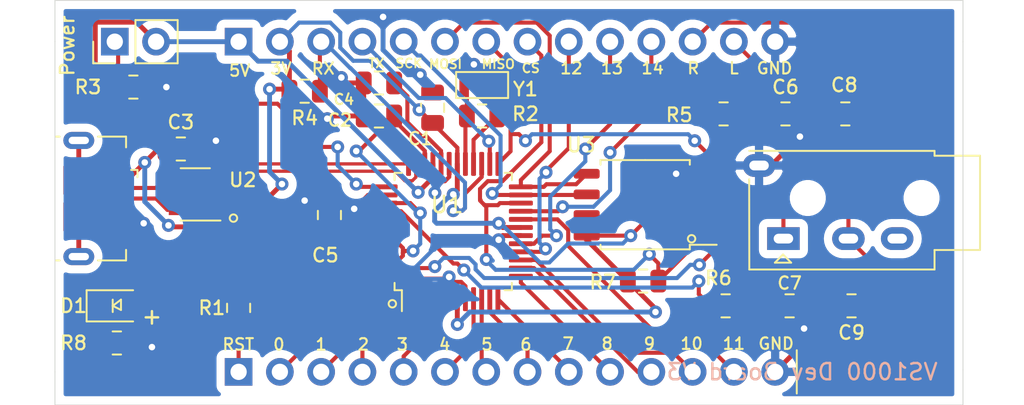
<source format=kicad_pcb>
(kicad_pcb (version 20171130) (host pcbnew "(5.1.6)-1")

  (general
    (thickness 1.6)
    (drawings 46)
    (tracks 460)
    (zones 0)
    (modules 27)
    (nets 47)
  )

  (page A4)
  (layers
    (0 F.Cu signal)
    (31 B.Cu signal hide)
    (32 B.Adhes user)
    (33 F.Adhes user)
    (34 B.Paste user)
    (35 F.Paste user)
    (36 B.SilkS user)
    (37 F.SilkS user)
    (38 B.Mask user)
    (39 F.Mask user)
    (40 Dwgs.User user)
    (41 Cmts.User user)
    (42 Eco1.User user)
    (43 Eco2.User user)
    (44 Edge.Cuts user)
    (45 Margin user)
    (46 B.CrtYd user)
    (47 F.CrtYd user)
    (48 B.Fab user)
    (49 F.Fab user)
  )

  (setup
    (last_trace_width 0.25)
    (user_trace_width 0.3)
    (trace_clearance 0.2)
    (zone_clearance 0.508)
    (zone_45_only no)
    (trace_min 0.2)
    (via_size 0.8)
    (via_drill 0.4)
    (via_min_size 0.4)
    (via_min_drill 0.3)
    (uvia_size 0.3)
    (uvia_drill 0.1)
    (uvias_allowed no)
    (uvia_min_size 0.2)
    (uvia_min_drill 0.1)
    (edge_width 0.05)
    (segment_width 0.2)
    (pcb_text_width 0.3)
    (pcb_text_size 1.5 1.5)
    (mod_edge_width 0.12)
    (mod_text_size 1 1)
    (mod_text_width 0.15)
    (pad_size 1.524 1.524)
    (pad_drill 0.762)
    (pad_to_mask_clearance 0.05)
    (aux_axis_origin 0 0)
    (visible_elements 7FFFFFFF)
    (pcbplotparams
      (layerselection 0x010fc_ffffffff)
      (usegerberextensions false)
      (usegerberattributes true)
      (usegerberadvancedattributes true)
      (creategerberjobfile true)
      (excludeedgelayer true)
      (linewidth 0.100000)
      (plotframeref false)
      (viasonmask false)
      (mode 1)
      (useauxorigin false)
      (hpglpennumber 1)
      (hpglpenspeed 20)
      (hpglpendiameter 15.000000)
      (psnegative false)
      (psa4output false)
      (plotreference true)
      (plotvalue true)
      (plotinvisibletext false)
      (padsonsilk false)
      (subtractmaskfromsilk false)
      (outputformat 1)
      (mirror false)
      (drillshape 0)
      (scaleselection 1)
      (outputdirectory "Gerbers/"))
  )

  (net 0 "")
  (net 1 GND)
  (net 2 CS)
  (net 3 VDDA)
  (net 4 +5V)
  (net 5 "Net-(C4-Pad2)")
  (net 6 "Net-(C5-Pad2)")
  (net 7 "Net-(C6-Pad1)")
  (net 8 "Net-(C7-Pad1)")
  (net 9 L_AC)
  (net 10 R_AC)
  (net 11 "Net-(J1-Pad1)")
  (net 12 GPIO_11)
  (net 13 GPIO_10)
  (net 14 GPIO_9)
  (net 15 GPIO_8)
  (net 16 GPIO_7)
  (net 17 GPIO_6)
  (net 18 GPIO_5)
  (net 19 GPIO_4)
  (net 20 GPIO_3)
  (net 21 GPIO_2)
  (net 22 GPIO_1)
  (net 23 GPIO_0)
  (net 24 RESET)
  (net 25 "Net-(J3-Pad6)")
  (net 26 USB_CONN_D+)
  (net 27 "Net-(J3-Pad4)")
  (net 28 USB_CONN_D-)
  (net 29 GPIO_14)
  (net 30 GPIO_13)
  (net 31 GPIO_12)
  (net 32 MISO)
  (net 33 MOSI)
  (net 34 SCK)
  (net 35 TX)
  (net 36 "Net-(J5-PadR2)")
  (net 37 "Net-(R2-Pad2)")
  (net 38 "Net-(R2-Pad1)")
  (net 39 RX)
  (net 40 LEFT)
  (net 41 RIGHT)
  (net 42 "Net-(U1-Pad43)")
  (net 43 USB_D-)
  (net 44 USB_D+)
  (net 45 VDD)
  (net 46 "Net-(D1-Pad1)")

  (net_class Default "This is the default net class."
    (clearance 0.2)
    (trace_width 0.25)
    (via_dia 0.8)
    (via_drill 0.4)
    (uvia_dia 0.3)
    (uvia_drill 0.1)
    (add_net +5V)
    (add_net CS)
    (add_net GND)
    (add_net GPIO_0)
    (add_net GPIO_1)
    (add_net GPIO_10)
    (add_net GPIO_11)
    (add_net GPIO_12)
    (add_net GPIO_13)
    (add_net GPIO_14)
    (add_net GPIO_2)
    (add_net GPIO_3)
    (add_net GPIO_4)
    (add_net GPIO_5)
    (add_net GPIO_6)
    (add_net GPIO_7)
    (add_net GPIO_8)
    (add_net GPIO_9)
    (add_net LEFT)
    (add_net L_AC)
    (add_net MISO)
    (add_net MOSI)
    (add_net "Net-(C4-Pad2)")
    (add_net "Net-(C5-Pad2)")
    (add_net "Net-(C6-Pad1)")
    (add_net "Net-(C7-Pad1)")
    (add_net "Net-(D1-Pad1)")
    (add_net "Net-(J1-Pad1)")
    (add_net "Net-(J3-Pad4)")
    (add_net "Net-(J3-Pad6)")
    (add_net "Net-(J5-PadR2)")
    (add_net "Net-(R2-Pad1)")
    (add_net "Net-(R2-Pad2)")
    (add_net "Net-(U1-Pad43)")
    (add_net RESET)
    (add_net RIGHT)
    (add_net RX)
    (add_net R_AC)
    (add_net SCK)
    (add_net TX)
    (add_net USB_CONN_D+)
    (add_net USB_CONN_D-)
    (add_net USB_D+)
    (add_net USB_D-)
    (add_net VDD)
    (add_net VDDA)
  )

  (module Connector_PinHeader_2.54mm:PinHeader_1x14_P2.54mm_Vertical (layer F.Cu) (tedit 5F891B07) (tstamp 5F881DAD)
    (at 96.52 127 90)
    (descr "Through hole straight pin header, 1x14, 2.54mm pitch, single row")
    (tags "Through hole pin header THT 1x14 2.54mm single row")
    (path /5F8CB356)
    (fp_text reference J2 (at 0 -2.33 90) (layer F.Fab)
      (effects (font (size 1 1) (thickness 0.15)))
    )
    (fp_text value " " (at -1.9 28.78 180) (layer F.Fab) hide
      (effects (font (size 1 1) (thickness 0.15)))
    )
    (fp_line (start 1.8 -1.8) (end -1.8 -1.8) (layer F.CrtYd) (width 0.05))
    (fp_line (start 1.8 34.8) (end 1.8 -1.8) (layer F.CrtYd) (width 0.05))
    (fp_line (start -1.8 34.8) (end 1.8 34.8) (layer F.CrtYd) (width 0.05))
    (fp_line (start -1.8 -1.8) (end -1.8 34.8) (layer F.CrtYd) (width 0.05))
    (fp_line (start -1.33 34.35) (end 1.33 34.35) (layer F.SilkS) (width 0.12))
    (fp_line (start -1.27 -0.635) (end -0.635 -1.27) (layer F.Fab) (width 0.1))
    (fp_line (start -1.27 34.29) (end -1.27 -0.635) (layer F.Fab) (width 0.1))
    (fp_line (start 1.27 -1.27) (end 1.27 34.29) (layer F.Fab) (width 0.1))
    (fp_line (start -0.635 -1.27) (end 1.27 -1.27) (layer F.Fab) (width 0.1))
    (fp_text user %R (at 0 16.51 180) (layer F.Fab)
      (effects (font (size 1 1) (thickness 0.15)))
    )
    (pad 14 thru_hole oval (at 0 33.02 90) (size 1.7 1.7) (drill 1) (layers *.Cu *.Mask)
      (net 1 GND))
    (pad 13 thru_hole oval (at 0 30.48 90) (size 1.7 1.7) (drill 1) (layers *.Cu *.Mask)
      (net 12 GPIO_11))
    (pad 12 thru_hole oval (at 0 27.94 90) (size 1.7 1.7) (drill 1) (layers *.Cu *.Mask)
      (net 13 GPIO_10))
    (pad 11 thru_hole oval (at 0 25.4 90) (size 1.7 1.7) (drill 1) (layers *.Cu *.Mask)
      (net 14 GPIO_9))
    (pad 10 thru_hole oval (at 0 22.86 90) (size 1.7 1.7) (drill 1) (layers *.Cu *.Mask)
      (net 15 GPIO_8))
    (pad 9 thru_hole oval (at 0 20.32 90) (size 1.7 1.7) (drill 1) (layers *.Cu *.Mask)
      (net 16 GPIO_7))
    (pad 8 thru_hole oval (at 0 17.78 90) (size 1.7 1.7) (drill 1) (layers *.Cu *.Mask)
      (net 17 GPIO_6))
    (pad 7 thru_hole oval (at 0 15.24 90) (size 1.7 1.7) (drill 1) (layers *.Cu *.Mask)
      (net 18 GPIO_5))
    (pad 6 thru_hole oval (at 0 12.7 90) (size 1.7 1.7) (drill 1) (layers *.Cu *.Mask)
      (net 19 GPIO_4))
    (pad 5 thru_hole oval (at 0 10.16 90) (size 1.7 1.7) (drill 1) (layers *.Cu *.Mask)
      (net 20 GPIO_3))
    (pad 4 thru_hole oval (at 0 7.62 90) (size 1.7 1.7) (drill 1) (layers *.Cu *.Mask)
      (net 21 GPIO_2))
    (pad 3 thru_hole oval (at 0 5.08 90) (size 1.7 1.7) (drill 1) (layers *.Cu *.Mask)
      (net 22 GPIO_1))
    (pad 2 thru_hole oval (at 0 2.54 90) (size 1.7 1.7) (drill 1) (layers *.Cu *.Mask)
      (net 23 GPIO_0))
    (pad 1 thru_hole rect (at 0 0 90) (size 1.7 1.7) (drill 1) (layers *.Cu *.Mask)
      (net 24 RESET))
    (model ${KISYS3DMOD}/Connector_PinHeader_2.54mm.3dshapes/PinHeader_1x14_P2.54mm_Vertical.wrl
      (at (xyz 0 0 0))
      (scale (xyz 1 1 1))
      (rotate (xyz 0 0 0))
    )
  )

  (module Connector_PinHeader_2.54mm:PinHeader_1x14_P2.54mm_Vertical (layer F.Cu) (tedit 5F8919DE) (tstamp 5F881DF6)
    (at 96.52 106.68 90)
    (descr "Through hole straight pin header, 1x14, 2.54mm pitch, single row")
    (tags "Through hole pin header THT 1x14 2.54mm single row")
    (path /5F8D3F0E)
    (fp_text reference J4 (at 0 -2.33 90) (layer F.Fab)
      (effects (font (size 1 1) (thickness 0.15)))
    )
    (fp_text value " " (at 3.68 27.68 180) (layer F.Fab) hide
      (effects (font (size 1 1) (thickness 0.15)))
    )
    (fp_line (start 1.8 -1.8) (end -1.8 -1.8) (layer F.CrtYd) (width 0.05))
    (fp_line (start 1.8 34.8) (end 1.8 -1.8) (layer F.CrtYd) (width 0.05))
    (fp_line (start -1.8 34.8) (end 1.8 34.8) (layer F.CrtYd) (width 0.05))
    (fp_line (start -1.8 -1.8) (end -1.8 34.8) (layer F.CrtYd) (width 0.05))
    (fp_line (start -1.27 -0.635) (end -0.635 -1.27) (layer F.Fab) (width 0.1))
    (fp_line (start -1.27 34.29) (end -1.27 -0.635) (layer F.Fab) (width 0.1))
    (fp_line (start 1.27 34.29) (end -1.27 34.29) (layer F.Fab) (width 0.1))
    (fp_line (start 1.27 -1.27) (end 1.27 34.29) (layer F.Fab) (width 0.1))
    (fp_line (start -0.635 -1.27) (end 1.27 -1.27) (layer F.Fab) (width 0.1))
    (fp_text user %R (at 0 16.51 180) (layer F.Fab)
      (effects (font (size 1 1) (thickness 0.15)))
    )
    (pad 14 thru_hole oval (at 0 33.02 90) (size 1.7 1.7) (drill 1) (layers *.Cu *.Mask)
      (net 1 GND))
    (pad 13 thru_hole oval (at 0 30.48 90) (size 1.7 1.7) (drill 1) (layers *.Cu *.Mask)
      (net 9 L_AC))
    (pad 12 thru_hole oval (at 0 27.94 90) (size 1.7 1.7) (drill 1) (layers *.Cu *.Mask)
      (net 10 R_AC))
    (pad 11 thru_hole oval (at 0 25.4 90) (size 1.7 1.7) (drill 1) (layers *.Cu *.Mask)
      (net 29 GPIO_14))
    (pad 10 thru_hole oval (at 0 22.86 90) (size 1.7 1.7) (drill 1) (layers *.Cu *.Mask)
      (net 30 GPIO_13))
    (pad 9 thru_hole oval (at 0 20.32 90) (size 1.7 1.7) (drill 1) (layers *.Cu *.Mask)
      (net 31 GPIO_12))
    (pad 8 thru_hole oval (at 0 17.78 90) (size 1.7 1.7) (drill 1) (layers *.Cu *.Mask)
      (net 2 CS))
    (pad 7 thru_hole oval (at 0 15.24 90) (size 1.7 1.7) (drill 1) (layers *.Cu *.Mask)
      (net 32 MISO))
    (pad 6 thru_hole oval (at 0 12.7 90) (size 1.7 1.7) (drill 1) (layers *.Cu *.Mask)
      (net 33 MOSI))
    (pad 5 thru_hole oval (at 0 10.16 90) (size 1.7 1.7) (drill 1) (layers *.Cu *.Mask)
      (net 34 SCK))
    (pad 4 thru_hole oval (at 0 7.62 90) (size 1.7 1.7) (drill 1) (layers *.Cu *.Mask)
      (net 35 TX))
    (pad 3 thru_hole oval (at 0 5.08 90) (size 1.7 1.7) (drill 1) (layers *.Cu *.Mask)
      (net 39 RX))
    (pad 2 thru_hole oval (at 0 2.54 90) (size 1.7 1.7) (drill 1) (layers *.Cu *.Mask)
      (net 45 VDD))
    (pad 1 thru_hole rect (at 0 0 90) (size 1.7 1.7) (drill 1) (layers *.Cu *.Mask)
      (net 4 +5V))
    (model ${KISYS3DMOD}/Connector_PinHeader_2.54mm.3dshapes/PinHeader_1x14_P2.54mm_Vertical.wrl
      (at (xyz 0 0 0))
      (scale (xyz 1 1 1))
      (rotate (xyz 0 0 0))
    )
  )

  (module Project:Resonator (layer F.Cu) (tedit 5F7542F6) (tstamp 5F881F29)
    (at 111.506 109.347 180)
    (path /5F88689D)
    (fp_text reference Y1 (at -2.667 -0.254) (layer F.SilkS)
      (effects (font (size 0.8382 0.8382) (thickness 0.1397)))
    )
    (fp_text value 12MHz (at -5.969 -0.254) (layer F.Fab)
      (effects (font (size 0.889 0.889) (thickness 0.1397)))
    )
    (fp_line (start 1.6 -0.8) (end -1.6 -0.8) (layer F.SilkS) (width 0.12))
    (fp_line (start 1.6 0.8) (end 1.6 -0.8) (layer F.SilkS) (width 0.12))
    (fp_line (start -1.6 0.8) (end 1.6 0.8) (layer F.SilkS) (width 0.12))
    (fp_line (start -1.6 -0.8) (end -1.6 0.8) (layer F.SilkS) (width 0.12))
    (pad 3 smd rect (at 1.2 0 180) (size 0.4 1.4) (layers F.Cu F.Paste F.Mask)
      (net 38 "Net-(R2-Pad1)"))
    (pad 2 smd rect (at 0 0 180) (size 0.4 1.4) (layers F.Cu F.Paste F.Mask)
      (net 1 GND))
    (pad 1 smd rect (at -1.2 0 180) (size 0.4 1.4) (layers F.Cu F.Paste F.Mask)
      (net 37 "Net-(R2-Pad2)"))
  )

  (module Package_TO_SOT_SMD:SOT-23-6 (layer F.Cu) (tedit 5A02FF57) (tstamp 5F88376E)
    (at 93.853 116.078 180)
    (descr "6-pin SOT-23 package")
    (tags SOT-23-6)
    (path /5F87FE8F)
    (attr smd)
    (fp_text reference U2 (at -2.921 0.889) (layer F.SilkS)
      (effects (font (size 0.8382 0.8382) (thickness 0.1397)))
    )
    (fp_text value USBLC6 (at -0.127 -2.667) (layer F.Fab)
      (effects (font (size 0.762 0.762) (thickness 0.127)))
    )
    (fp_line (start 0.9 -1.55) (end 0.9 1.55) (layer F.Fab) (width 0.1))
    (fp_line (start 0.9 1.55) (end -0.9 1.55) (layer F.Fab) (width 0.1))
    (fp_line (start -0.9 -0.9) (end -0.9 1.55) (layer F.Fab) (width 0.1))
    (fp_line (start 0.9 -1.55) (end -0.25 -1.55) (layer F.Fab) (width 0.1))
    (fp_line (start -0.9 -0.9) (end -0.25 -1.55) (layer F.Fab) (width 0.1))
    (fp_line (start -1.9 -1.8) (end -1.9 1.8) (layer F.CrtYd) (width 0.05))
    (fp_line (start -1.9 1.8) (end 1.9 1.8) (layer F.CrtYd) (width 0.05))
    (fp_line (start 1.9 1.8) (end 1.9 -1.8) (layer F.CrtYd) (width 0.05))
    (fp_line (start 1.9 -1.8) (end -1.9 -1.8) (layer F.CrtYd) (width 0.05))
    (fp_line (start 0.9 -1.61) (end -1.55 -1.61) (layer F.SilkS) (width 0.12))
    (fp_line (start -0.9 1.61) (end 0.9 1.61) (layer F.SilkS) (width 0.12))
    (fp_text user %R (at 0 0 90) (layer F.Fab)
      (effects (font (size 0.5 0.5) (thickness 0.075)))
    )
    (pad 5 smd rect (at 1.1 0 180) (size 1.06 0.65) (layers F.Cu F.Paste F.Mask)
      (net 4 +5V))
    (pad 6 smd rect (at 1.1 -0.95 180) (size 1.06 0.65) (layers F.Cu F.Paste F.Mask)
      (net 26 USB_CONN_D+))
    (pad 4 smd rect (at 1.1 0.95 180) (size 1.06 0.65) (layers F.Cu F.Paste F.Mask)
      (net 28 USB_CONN_D-))
    (pad 3 smd rect (at -1.1 0.95 180) (size 1.06 0.65) (layers F.Cu F.Paste F.Mask)
      (net 43 USB_D-))
    (pad 2 smd rect (at -1.1 0 180) (size 1.06 0.65) (layers F.Cu F.Paste F.Mask)
      (net 1 GND))
    (pad 1 smd rect (at -1.1 -0.95 180) (size 1.06 0.65) (layers F.Cu F.Paste F.Mask)
      (net 44 USB_D+))
    (model ${KISYS3DMOD}/Package_TO_SOT_SMD.3dshapes/SOT-23-6.wrl
      (at (xyz 0 0 0))
      (scale (xyz 1 1 1))
      (rotate (xyz 0 0 0))
    )
  )

  (module Package_QFP:LQFP-48_7x7mm_P0.5mm (layer F.Cu) (tedit 5D9F72AF) (tstamp 5F881EEB)
    (at 109.728 118.364 90)
    (descr "LQFP, 48 Pin (https://www.analog.com/media/en/technical-documentation/data-sheets/ltc2358-16.pdf), generated with kicad-footprint-generator ipc_gullwing_generator.py")
    (tags "LQFP QFP")
    (path /5F8673A3)
    (attr smd)
    (fp_text reference U1 (at 1.651 -0.381 180) (layer F.SilkS)
      (effects (font (size 1 1) (thickness 0.15)))
    )
    (fp_text value VS1000 (at 0.164 2.372 90) (layer F.Fab)
      (effects (font (size 1 1) (thickness 0.15)))
    )
    (fp_line (start 5.15 3.15) (end 5.15 0) (layer F.CrtYd) (width 0.05))
    (fp_line (start 3.75 3.15) (end 5.15 3.15) (layer F.CrtYd) (width 0.05))
    (fp_line (start 3.75 3.75) (end 3.75 3.15) (layer F.CrtYd) (width 0.05))
    (fp_line (start 3.15 3.75) (end 3.75 3.75) (layer F.CrtYd) (width 0.05))
    (fp_line (start 3.15 5.15) (end 3.15 3.75) (layer F.CrtYd) (width 0.05))
    (fp_line (start 0 5.15) (end 3.15 5.15) (layer F.CrtYd) (width 0.05))
    (fp_line (start -5.15 3.15) (end -5.15 0) (layer F.CrtYd) (width 0.05))
    (fp_line (start -3.75 3.15) (end -5.15 3.15) (layer F.CrtYd) (width 0.05))
    (fp_line (start -3.75 3.75) (end -3.75 3.15) (layer F.CrtYd) (width 0.05))
    (fp_line (start -3.15 3.75) (end -3.75 3.75) (layer F.CrtYd) (width 0.05))
    (fp_line (start -3.15 5.15) (end -3.15 3.75) (layer F.CrtYd) (width 0.05))
    (fp_line (start 0 5.15) (end -3.15 5.15) (layer F.CrtYd) (width 0.05))
    (fp_line (start 5.15 -3.15) (end 5.15 0) (layer F.CrtYd) (width 0.05))
    (fp_line (start 3.75 -3.15) (end 5.15 -3.15) (layer F.CrtYd) (width 0.05))
    (fp_line (start 3.75 -3.75) (end 3.75 -3.15) (layer F.CrtYd) (width 0.05))
    (fp_line (start 3.15 -3.75) (end 3.75 -3.75) (layer F.CrtYd) (width 0.05))
    (fp_line (start 3.15 -5.15) (end 3.15 -3.75) (layer F.CrtYd) (width 0.05))
    (fp_line (start 0 -5.15) (end 3.15 -5.15) (layer F.CrtYd) (width 0.05))
    (fp_line (start -5.15 -3.15) (end -5.15 0) (layer F.CrtYd) (width 0.05))
    (fp_line (start -3.75 -3.15) (end -5.15 -3.15) (layer F.CrtYd) (width 0.05))
    (fp_line (start -3.75 -3.75) (end -3.75 -3.15) (layer F.CrtYd) (width 0.05))
    (fp_line (start -3.15 -3.75) (end -3.75 -3.75) (layer F.CrtYd) (width 0.05))
    (fp_line (start -3.15 -5.15) (end -3.15 -3.75) (layer F.CrtYd) (width 0.05))
    (fp_line (start 0 -5.15) (end -3.15 -5.15) (layer F.CrtYd) (width 0.05))
    (fp_line (start -3.5 -2.5) (end -2.5 -3.5) (layer F.Fab) (width 0.1))
    (fp_line (start -3.5 3.5) (end -3.5 -2.5) (layer F.Fab) (width 0.1))
    (fp_line (start 3.5 3.5) (end -3.5 3.5) (layer F.Fab) (width 0.1))
    (fp_line (start 3.5 -3.5) (end 3.5 3.5) (layer F.Fab) (width 0.1))
    (fp_line (start -2.5 -3.5) (end 3.5 -3.5) (layer F.Fab) (width 0.1))
    (fp_line (start -3.61 -3.16) (end -4.9 -3.16) (layer F.SilkS) (width 0.12))
    (fp_line (start -3.61 -3.61) (end -3.61 -3.16) (layer F.SilkS) (width 0.12))
    (fp_line (start -3.16 -3.61) (end -3.61 -3.61) (layer F.SilkS) (width 0.12))
    (fp_line (start 3.61 -3.61) (end 3.61 -3.16) (layer F.SilkS) (width 0.12))
    (fp_line (start 3.16 -3.61) (end 3.61 -3.61) (layer F.SilkS) (width 0.12))
    (fp_line (start -3.61 3.61) (end -3.61 3.16) (layer F.SilkS) (width 0.12))
    (fp_line (start -3.16 3.61) (end -3.61 3.61) (layer F.SilkS) (width 0.12))
    (fp_line (start 3.61 3.61) (end 3.61 3.16) (layer F.SilkS) (width 0.12))
    (fp_line (start 3.16 3.61) (end 3.61 3.61) (layer F.SilkS) (width 0.12))
    (fp_text user %R (at 0 0 90) (layer F.Fab)
      (effects (font (size 1 1) (thickness 0.15)))
    )
    (pad 48 smd roundrect (at -2.75 -4.1625 90) (size 0.3 1.475) (layers F.Cu F.Paste F.Mask) (roundrect_rratio 0.25)
      (net 1 GND))
    (pad 47 smd roundrect (at -2.25 -4.1625 90) (size 0.3 1.475) (layers F.Cu F.Paste F.Mask) (roundrect_rratio 0.25)
      (net 40 LEFT))
    (pad 46 smd roundrect (at -1.75 -4.1625 90) (size 0.3 1.475) (layers F.Cu F.Paste F.Mask) (roundrect_rratio 0.25)
      (net 3 VDDA))
    (pad 45 smd roundrect (at -1.25 -4.1625 90) (size 0.3 1.475) (layers F.Cu F.Paste F.Mask) (roundrect_rratio 0.25)
      (net 6 "Net-(C5-Pad2)"))
    (pad 44 smd roundrect (at -0.75 -4.1625 90) (size 0.3 1.475) (layers F.Cu F.Paste F.Mask) (roundrect_rratio 0.25)
      (net 3 VDDA))
    (pad 43 smd roundrect (at -0.25 -4.1625 90) (size 0.3 1.475) (layers F.Cu F.Paste F.Mask) (roundrect_rratio 0.25)
      (net 42 "Net-(U1-Pad43)"))
    (pad 42 smd roundrect (at 0.25 -4.1625 90) (size 0.3 1.475) (layers F.Cu F.Paste F.Mask) (roundrect_rratio 0.25)
      (net 1 GND))
    (pad 41 smd roundrect (at 0.75 -4.1625 90) (size 0.3 1.475) (layers F.Cu F.Paste F.Mask) (roundrect_rratio 0.25)
      (net 1 GND))
    (pad 40 smd roundrect (at 1.25 -4.1625 90) (size 0.3 1.475) (layers F.Cu F.Paste F.Mask) (roundrect_rratio 0.25)
      (net 41 RIGHT))
    (pad 39 smd roundrect (at 1.75 -4.1625 90) (size 0.3 1.475) (layers F.Cu F.Paste F.Mask) (roundrect_rratio 0.25)
      (net 3 VDDA))
    (pad 38 smd roundrect (at 2.25 -4.1625 90) (size 0.3 1.475) (layers F.Cu F.Paste F.Mask) (roundrect_rratio 0.25)
      (net 1 GND))
    (pad 37 smd roundrect (at 2.75 -4.1625 90) (size 0.3 1.475) (layers F.Cu F.Paste F.Mask) (roundrect_rratio 0.25)
      (net 11 "Net-(J1-Pad1)"))
    (pad 36 smd roundrect (at 4.1625 -2.75 90) (size 1.475 0.3) (layers F.Cu F.Paste F.Mask) (roundrect_rratio 0.25)
      (net 43 USB_D-))
    (pad 35 smd roundrect (at 4.1625 -2.25 90) (size 1.475 0.3) (layers F.Cu F.Paste F.Mask) (roundrect_rratio 0.25)
      (net 44 USB_D+))
    (pad 34 smd roundrect (at 4.1625 -1.75 90) (size 1.475 0.3) (layers F.Cu F.Paste F.Mask) (roundrect_rratio 0.25)
      (net 3 VDDA))
    (pad 33 smd roundrect (at 4.1625 -1.25 90) (size 1.475 0.3) (layers F.Cu F.Paste F.Mask) (roundrect_rratio 0.25)
      (net 4 +5V))
    (pad 32 smd roundrect (at 4.1625 -0.75 90) (size 1.475 0.3) (layers F.Cu F.Paste F.Mask) (roundrect_rratio 0.25)
      (net 5 "Net-(C4-Pad2)"))
    (pad 31 smd roundrect (at 4.1625 -0.25 90) (size 1.475 0.3) (layers F.Cu F.Paste F.Mask) (roundrect_rratio 0.25)
      (net 1 GND))
    (pad 30 smd roundrect (at 4.1625 0.25 90) (size 1.475 0.3) (layers F.Cu F.Paste F.Mask) (roundrect_rratio 0.25)
      (net 45 VDD))
    (pad 29 smd roundrect (at 4.1625 0.75 90) (size 1.475 0.3) (layers F.Cu F.Paste F.Mask) (roundrect_rratio 0.25)
      (net 38 "Net-(R2-Pad1)"))
    (pad 28 smd roundrect (at 4.1625 1.25 90) (size 1.475 0.3) (layers F.Cu F.Paste F.Mask) (roundrect_rratio 0.25)
      (net 37 "Net-(R2-Pad2)"))
    (pad 27 smd roundrect (at 4.1625 1.75 90) (size 1.475 0.3) (layers F.Cu F.Paste F.Mask) (roundrect_rratio 0.25)
      (net 39 RX))
    (pad 26 smd roundrect (at 4.1625 2.25 90) (size 1.475 0.3) (layers F.Cu F.Paste F.Mask) (roundrect_rratio 0.25)
      (net 35 TX))
    (pad 25 smd roundrect (at 4.1625 2.75 90) (size 1.475 0.3) (layers F.Cu F.Paste F.Mask) (roundrect_rratio 0.25)
      (net 32 MISO))
    (pad 24 smd roundrect (at 2.75 4.1625 90) (size 0.3 1.475) (layers F.Cu F.Paste F.Mask) (roundrect_rratio 0.25)
      (net 33 MOSI))
    (pad 23 smd roundrect (at 2.25 4.1625 90) (size 0.3 1.475) (layers F.Cu F.Paste F.Mask) (roundrect_rratio 0.25)
      (net 34 SCK))
    (pad 22 smd roundrect (at 1.75 4.1625 90) (size 0.3 1.475) (layers F.Cu F.Paste F.Mask) (roundrect_rratio 0.25)
      (net 2 CS))
    (pad 21 smd roundrect (at 1.25 4.1625 90) (size 0.3 1.475) (layers F.Cu F.Paste F.Mask) (roundrect_rratio 0.25)
      (net 29 GPIO_14))
    (pad 20 smd roundrect (at 0.75 4.1625 90) (size 0.3 1.475) (layers F.Cu F.Paste F.Mask) (roundrect_rratio 0.25)
      (net 12 GPIO_11))
    (pad 19 smd roundrect (at 0.25 4.1625 90) (size 0.3 1.475) (layers F.Cu F.Paste F.Mask) (roundrect_rratio 0.25)
      (net 45 VDD))
    (pad 18 smd roundrect (at -0.25 4.1625 90) (size 0.3 1.475) (layers F.Cu F.Paste F.Mask) (roundrect_rratio 0.25)
      (net 1 GND))
    (pad 17 smd roundrect (at -0.75 4.1625 90) (size 0.3 1.475) (layers F.Cu F.Paste F.Mask) (roundrect_rratio 0.25)
      (net 30 GPIO_13))
    (pad 16 smd roundrect (at -1.25 4.1625 90) (size 0.3 1.475) (layers F.Cu F.Paste F.Mask) (roundrect_rratio 0.25)
      (net 31 GPIO_12))
    (pad 15 smd roundrect (at -1.75 4.1625 90) (size 0.3 1.475) (layers F.Cu F.Paste F.Mask) (roundrect_rratio 0.25)
      (net 13 GPIO_10))
    (pad 14 smd roundrect (at -2.25 4.1625 90) (size 0.3 1.475) (layers F.Cu F.Paste F.Mask) (roundrect_rratio 0.25)
      (net 14 GPIO_9))
    (pad 13 smd roundrect (at -2.75 4.1625 90) (size 0.3 1.475) (layers F.Cu F.Paste F.Mask) (roundrect_rratio 0.25)
      (net 15 GPIO_8))
    (pad 12 smd roundrect (at -4.1625 2.75 90) (size 1.475 0.3) (layers F.Cu F.Paste F.Mask) (roundrect_rratio 0.25)
      (net 16 GPIO_7))
    (pad 11 smd roundrect (at -4.1625 2.25 90) (size 1.475 0.3) (layers F.Cu F.Paste F.Mask) (roundrect_rratio 0.25)
      (net 17 GPIO_6))
    (pad 10 smd roundrect (at -4.1625 1.75 90) (size 1.475 0.3) (layers F.Cu F.Paste F.Mask) (roundrect_rratio 0.25)
      (net 18 GPIO_5))
    (pad 9 smd roundrect (at -4.1625 1.25 90) (size 1.475 0.3) (layers F.Cu F.Paste F.Mask) (roundrect_rratio 0.25)
      (net 19 GPIO_4))
    (pad 8 smd roundrect (at -4.1625 0.75 90) (size 1.475 0.3) (layers F.Cu F.Paste F.Mask) (roundrect_rratio 0.25)
      (net 1 GND))
    (pad 7 smd roundrect (at -4.1625 0.25 90) (size 1.475 0.3) (layers F.Cu F.Paste F.Mask) (roundrect_rratio 0.25)
      (net 45 VDD))
    (pad 6 smd roundrect (at -4.1625 -0.25 90) (size 1.475 0.3) (layers F.Cu F.Paste F.Mask) (roundrect_rratio 0.25)
      (net 1 GND))
    (pad 5 smd roundrect (at -4.1625 -0.75 90) (size 1.475 0.3) (layers F.Cu F.Paste F.Mask) (roundrect_rratio 0.25)
      (net 20 GPIO_3))
    (pad 4 smd roundrect (at -4.1625 -1.25 90) (size 1.475 0.3) (layers F.Cu F.Paste F.Mask) (roundrect_rratio 0.25)
      (net 21 GPIO_2))
    (pad 3 smd roundrect (at -4.1625 -1.75 90) (size 1.475 0.3) (layers F.Cu F.Paste F.Mask) (roundrect_rratio 0.25)
      (net 22 GPIO_1))
    (pad 2 smd roundrect (at -4.1625 -2.25 90) (size 1.475 0.3) (layers F.Cu F.Paste F.Mask) (roundrect_rratio 0.25)
      (net 23 GPIO_0))
    (pad 1 smd roundrect (at -4.1625 -2.75 90) (size 1.475 0.3) (layers F.Cu F.Paste F.Mask) (roundrect_rratio 0.25)
      (net 24 RESET))
    (model ${KISYS3DMOD}/Package_QFP.3dshapes/LQFP-48_7x7mm_P0.5mm.wrl
      (at (xyz 0 0 0))
      (scale (xyz 1 1 1))
      (rotate (xyz 0 0 0))
    )
  )

  (module Resistor_SMD:R_0805_2012Metric (layer F.Cu) (tedit 5B36C52B) (tstamp 5F881E90)
    (at 121.412 121.412)
    (descr "Resistor SMD 0805 (2012 Metric), square (rectangular) end terminal, IPC_7351 nominal, (Body size source: https://docs.google.com/spreadsheets/d/1BsfQQcO9C6DZCsRaXUlFlo91Tg2WpOkGARC1WS5S8t0/edit?usp=sharing), generated with kicad-footprint-generator")
    (tags resistor)
    (path /5F8AF2CF)
    (attr smd)
    (fp_text reference R7 (at -2.4765 0.0635) (layer F.SilkS)
      (effects (font (size 0.8382 0.8382) (thickness 0.1397)))
    )
    (fp_text value 100K (at 0 1.65) (layer F.Fab)
      (effects (font (size 0.889 0.889) (thickness 0.1397)))
    )
    (fp_line (start 1.68 0.95) (end -1.68 0.95) (layer F.CrtYd) (width 0.05))
    (fp_line (start 1.68 -0.95) (end 1.68 0.95) (layer F.CrtYd) (width 0.05))
    (fp_line (start -1.68 -0.95) (end 1.68 -0.95) (layer F.CrtYd) (width 0.05))
    (fp_line (start -1.68 0.95) (end -1.68 -0.95) (layer F.CrtYd) (width 0.05))
    (fp_line (start -0.258578 0.71) (end 0.258578 0.71) (layer F.SilkS) (width 0.12))
    (fp_line (start -0.258578 -0.71) (end 0.258578 -0.71) (layer F.SilkS) (width 0.12))
    (fp_line (start 1 0.6) (end -1 0.6) (layer F.Fab) (width 0.1))
    (fp_line (start 1 -0.6) (end 1 0.6) (layer F.Fab) (width 0.1))
    (fp_line (start -1 -0.6) (end 1 -0.6) (layer F.Fab) (width 0.1))
    (fp_line (start -1 0.6) (end -1 -0.6) (layer F.Fab) (width 0.1))
    (fp_text user %R (at 0 0) (layer F.Fab)
      (effects (font (size 0.5 0.5) (thickness 0.08)))
    )
    (pad 2 smd roundrect (at 0.9375 0) (size 0.975 1.4) (layers F.Cu F.Paste F.Mask) (roundrect_rratio 0.25)
      (net 2 CS))
    (pad 1 smd roundrect (at -0.9375 0) (size 0.975 1.4) (layers F.Cu F.Paste F.Mask) (roundrect_rratio 0.25)
      (net 45 VDD))
    (model ${KISYS3DMOD}/Resistor_SMD.3dshapes/R_0805_2012Metric.wrl
      (at (xyz 0 0 0))
      (scale (xyz 1 1 1))
      (rotate (xyz 0 0 0))
    )
  )

  (module Resistor_SMD:R_0805_2012Metric (layer F.Cu) (tedit 5B36C52B) (tstamp 5F881E7F)
    (at 126.492 122.936 180)
    (descr "Resistor SMD 0805 (2012 Metric), square (rectangular) end terminal, IPC_7351 nominal, (Body size source: https://docs.google.com/spreadsheets/d/1BsfQQcO9C6DZCsRaXUlFlo91Tg2WpOkGARC1WS5S8t0/edit?usp=sharing), generated with kicad-footprint-generator")
    (tags resistor)
    (path /5F8E7B3E)
    (attr smd)
    (fp_text reference R6 (at 0.4445 1.7145) (layer F.SilkS)
      (effects (font (size 0.8382 0.8382) (thickness 0.1397)))
    )
    (fp_text value 470 (at 0 -1.524) (layer F.Fab)
      (effects (font (size 0.762 0.762) (thickness 0.127)))
    )
    (fp_line (start 1.68 0.95) (end -1.68 0.95) (layer F.CrtYd) (width 0.05))
    (fp_line (start 1.68 -0.95) (end 1.68 0.95) (layer F.CrtYd) (width 0.05))
    (fp_line (start -1.68 -0.95) (end 1.68 -0.95) (layer F.CrtYd) (width 0.05))
    (fp_line (start -1.68 0.95) (end -1.68 -0.95) (layer F.CrtYd) (width 0.05))
    (fp_line (start -0.258578 0.71) (end 0.258578 0.71) (layer F.SilkS) (width 0.12))
    (fp_line (start -0.258578 -0.71) (end 0.258578 -0.71) (layer F.SilkS) (width 0.12))
    (fp_line (start 1 0.6) (end -1 0.6) (layer F.Fab) (width 0.1))
    (fp_line (start 1 -0.6) (end 1 0.6) (layer F.Fab) (width 0.1))
    (fp_line (start -1 -0.6) (end 1 -0.6) (layer F.Fab) (width 0.1))
    (fp_line (start -1 0.6) (end -1 -0.6) (layer F.Fab) (width 0.1))
    (fp_text user %R (at 0 0) (layer F.Fab)
      (effects (font (size 0.5 0.5) (thickness 0.08)))
    )
    (pad 2 smd roundrect (at 0.9375 0 180) (size 0.975 1.4) (layers F.Cu F.Paste F.Mask) (roundrect_rratio 0.25)
      (net 41 RIGHT))
    (pad 1 smd roundrect (at -0.9375 0 180) (size 0.975 1.4) (layers F.Cu F.Paste F.Mask) (roundrect_rratio 0.25)
      (net 8 "Net-(C7-Pad1)"))
    (model ${KISYS3DMOD}/Resistor_SMD.3dshapes/R_0805_2012Metric.wrl
      (at (xyz 0 0 0))
      (scale (xyz 1 1 1))
      (rotate (xyz 0 0 0))
    )
  )

  (module Resistor_SMD:R_0805_2012Metric (layer F.Cu) (tedit 5B36C52B) (tstamp 5F881E6E)
    (at 126.365 111.125 180)
    (descr "Resistor SMD 0805 (2012 Metric), square (rectangular) end terminal, IPC_7351 nominal, (Body size source: https://docs.google.com/spreadsheets/d/1BsfQQcO9C6DZCsRaXUlFlo91Tg2WpOkGARC1WS5S8t0/edit?usp=sharing), generated with kicad-footprint-generator")
    (tags resistor)
    (path /5F8E6EDF)
    (attr smd)
    (fp_text reference R5 (at 2.7305 -0.0635) (layer F.SilkS)
      (effects (font (size 0.8382 0.8382) (thickness 0.1397)))
    )
    (fp_text value 470 (at 0 1.65) (layer F.Fab)
      (effects (font (size 0.889 0.889) (thickness 0.1397)))
    )
    (fp_line (start 1.68 0.95) (end -1.68 0.95) (layer F.CrtYd) (width 0.05))
    (fp_line (start 1.68 -0.95) (end 1.68 0.95) (layer F.CrtYd) (width 0.05))
    (fp_line (start -1.68 -0.95) (end 1.68 -0.95) (layer F.CrtYd) (width 0.05))
    (fp_line (start -1.68 0.95) (end -1.68 -0.95) (layer F.CrtYd) (width 0.05))
    (fp_line (start -0.258578 0.71) (end 0.258578 0.71) (layer F.SilkS) (width 0.12))
    (fp_line (start -0.258578 -0.71) (end 0.258578 -0.71) (layer F.SilkS) (width 0.12))
    (fp_line (start 1 0.6) (end -1 0.6) (layer F.Fab) (width 0.1))
    (fp_line (start 1 -0.6) (end 1 0.6) (layer F.Fab) (width 0.1))
    (fp_line (start -1 -0.6) (end 1 -0.6) (layer F.Fab) (width 0.1))
    (fp_line (start -1 0.6) (end -1 -0.6) (layer F.Fab) (width 0.1))
    (fp_text user %R (at 0 0) (layer F.Fab)
      (effects (font (size 0.5 0.5) (thickness 0.08)))
    )
    (pad 2 smd roundrect (at 0.9375 0 180) (size 0.975 1.4) (layers F.Cu F.Paste F.Mask) (roundrect_rratio 0.25)
      (net 40 LEFT))
    (pad 1 smd roundrect (at -0.9375 0 180) (size 0.975 1.4) (layers F.Cu F.Paste F.Mask) (roundrect_rratio 0.25)
      (net 7 "Net-(C6-Pad1)"))
    (model ${KISYS3DMOD}/Resistor_SMD.3dshapes/R_0805_2012Metric.wrl
      (at (xyz 0 0 0))
      (scale (xyz 1 1 1))
      (rotate (xyz 0 0 0))
    )
  )

  (module Resistor_SMD:R_0805_2012Metric (layer F.Cu) (tedit 5B36C52B) (tstamp 5F881E5D)
    (at 100.584 109.728 180)
    (descr "Resistor SMD 0805 (2012 Metric), square (rectangular) end terminal, IPC_7351 nominal, (Body size source: https://docs.google.com/spreadsheets/d/1BsfQQcO9C6DZCsRaXUlFlo91Tg2WpOkGARC1WS5S8t0/edit?usp=sharing), generated with kicad-footprint-generator")
    (tags resistor)
    (path /5F911D55)
    (attr smd)
    (fp_text reference R4 (at 0 -1.65) (layer F.SilkS)
      (effects (font (size 0.8382 0.8382) (thickness 0.1397)))
    )
    (fp_text value 100K (at 2.284 -0.672 90) (layer F.Fab)
      (effects (font (size 0.762 0.762) (thickness 0.127)))
    )
    (fp_line (start 1.68 0.95) (end -1.68 0.95) (layer F.CrtYd) (width 0.05))
    (fp_line (start 1.68 -0.95) (end 1.68 0.95) (layer F.CrtYd) (width 0.05))
    (fp_line (start -1.68 -0.95) (end 1.68 -0.95) (layer F.CrtYd) (width 0.05))
    (fp_line (start -1.68 0.95) (end -1.68 -0.95) (layer F.CrtYd) (width 0.05))
    (fp_line (start -0.258578 0.71) (end 0.258578 0.71) (layer F.SilkS) (width 0.12))
    (fp_line (start -0.258578 -0.71) (end 0.258578 -0.71) (layer F.SilkS) (width 0.12))
    (fp_line (start 1 0.6) (end -1 0.6) (layer F.Fab) (width 0.1))
    (fp_line (start 1 -0.6) (end 1 0.6) (layer F.Fab) (width 0.1))
    (fp_line (start -1 -0.6) (end 1 -0.6) (layer F.Fab) (width 0.1))
    (fp_line (start -1 0.6) (end -1 -0.6) (layer F.Fab) (width 0.1))
    (fp_text user %R (at 0 0) (layer F.Fab)
      (effects (font (size 0.5 0.5) (thickness 0.08)))
    )
    (pad 2 smd roundrect (at 0.9375 0 180) (size 0.975 1.4) (layers F.Cu F.Paste F.Mask) (roundrect_rratio 0.25)
      (net 45 VDD))
    (pad 1 smd roundrect (at -0.9375 0 180) (size 0.975 1.4) (layers F.Cu F.Paste F.Mask) (roundrect_rratio 0.25)
      (net 39 RX))
    (model ${KISYS3DMOD}/Resistor_SMD.3dshapes/R_0805_2012Metric.wrl
      (at (xyz 0 0 0))
      (scale (xyz 1 1 1))
      (rotate (xyz 0 0 0))
    )
  )

  (module Resistor_SMD:R_0805_2012Metric (layer F.Cu) (tedit 5B36C52B) (tstamp 5F881E4C)
    (at 90.043 109.474)
    (descr "Resistor SMD 0805 (2012 Metric), square (rectangular) end terminal, IPC_7351 nominal, (Body size source: https://docs.google.com/spreadsheets/d/1BsfQQcO9C6DZCsRaXUlFlo91Tg2WpOkGARC1WS5S8t0/edit?usp=sharing), generated with kicad-footprint-generator")
    (tags resistor)
    (path /5F8B6E1B)
    (attr smd)
    (fp_text reference R3 (at -2.794 0) (layer F.SilkS)
      (effects (font (size 0.8382 0.8382) (thickness 0.1397)))
    )
    (fp_text value 1M (at 0 1.65) (layer F.Fab)
      (effects (font (size 0.889 0.889) (thickness 0.1397)))
    )
    (fp_line (start 1.68 0.95) (end -1.68 0.95) (layer F.CrtYd) (width 0.05))
    (fp_line (start 1.68 -0.95) (end 1.68 0.95) (layer F.CrtYd) (width 0.05))
    (fp_line (start -1.68 -0.95) (end 1.68 -0.95) (layer F.CrtYd) (width 0.05))
    (fp_line (start -1.68 0.95) (end -1.68 -0.95) (layer F.CrtYd) (width 0.05))
    (fp_line (start -0.258578 0.71) (end 0.258578 0.71) (layer F.SilkS) (width 0.12))
    (fp_line (start -0.258578 -0.71) (end 0.258578 -0.71) (layer F.SilkS) (width 0.12))
    (fp_line (start 1 0.6) (end -1 0.6) (layer F.Fab) (width 0.1))
    (fp_line (start 1 -0.6) (end 1 0.6) (layer F.Fab) (width 0.1))
    (fp_line (start -1 -0.6) (end 1 -0.6) (layer F.Fab) (width 0.1))
    (fp_line (start -1 0.6) (end -1 -0.6) (layer F.Fab) (width 0.1))
    (fp_text user %R (at 0 0) (layer F.Fab)
      (effects (font (size 0.5 0.5) (thickness 0.08)))
    )
    (pad 2 smd roundrect (at 0.9375 0) (size 0.975 1.4) (layers F.Cu F.Paste F.Mask) (roundrect_rratio 0.25)
      (net 1 GND))
    (pad 1 smd roundrect (at -0.9375 0) (size 0.975 1.4) (layers F.Cu F.Paste F.Mask) (roundrect_rratio 0.25)
      (net 11 "Net-(J1-Pad1)"))
    (model ${KISYS3DMOD}/Resistor_SMD.3dshapes/R_0805_2012Metric.wrl
      (at (xyz 0 0 0))
      (scale (xyz 1 1 1))
      (rotate (xyz 0 0 0))
    )
  )

  (module Resistor_SMD:R_0805_2012Metric (layer F.Cu) (tedit 5B36C52B) (tstamp 5F881E3B)
    (at 111.506 111.252)
    (descr "Resistor SMD 0805 (2012 Metric), square (rectangular) end terminal, IPC_7351 nominal, (Body size source: https://docs.google.com/spreadsheets/d/1BsfQQcO9C6DZCsRaXUlFlo91Tg2WpOkGARC1WS5S8t0/edit?usp=sharing), generated with kicad-footprint-generator")
    (tags resistor)
    (path /5F8857C8)
    (attr smd)
    (fp_text reference R2 (at 2.667 -0.127) (layer F.SilkS)
      (effects (font (size 0.8382 0.8382) (thickness 0.1397)))
    )
    (fp_text value 1M (at 2.667 1.27) (layer F.Fab)
      (effects (font (size 0.889 0.889) (thickness 0.1397)))
    )
    (fp_line (start 1.68 0.95) (end -1.68 0.95) (layer F.CrtYd) (width 0.05))
    (fp_line (start 1.68 -0.95) (end 1.68 0.95) (layer F.CrtYd) (width 0.05))
    (fp_line (start -1.68 -0.95) (end 1.68 -0.95) (layer F.CrtYd) (width 0.05))
    (fp_line (start -1.68 0.95) (end -1.68 -0.95) (layer F.CrtYd) (width 0.05))
    (fp_line (start -0.258578 0.71) (end 0.258578 0.71) (layer F.SilkS) (width 0.12))
    (fp_line (start -0.258578 -0.71) (end 0.258578 -0.71) (layer F.SilkS) (width 0.12))
    (fp_line (start 1 0.6) (end -1 0.6) (layer F.Fab) (width 0.1))
    (fp_line (start 1 -0.6) (end 1 0.6) (layer F.Fab) (width 0.1))
    (fp_line (start -1 -0.6) (end 1 -0.6) (layer F.Fab) (width 0.1))
    (fp_line (start -1 0.6) (end -1 -0.6) (layer F.Fab) (width 0.1))
    (fp_text user %R (at 0 0) (layer F.Fab)
      (effects (font (size 0.5 0.5) (thickness 0.08)))
    )
    (pad 2 smd roundrect (at 0.9375 0) (size 0.975 1.4) (layers F.Cu F.Paste F.Mask) (roundrect_rratio 0.25)
      (net 37 "Net-(R2-Pad2)"))
    (pad 1 smd roundrect (at -0.9375 0) (size 0.975 1.4) (layers F.Cu F.Paste F.Mask) (roundrect_rratio 0.25)
      (net 38 "Net-(R2-Pad1)"))
    (model ${KISYS3DMOD}/Resistor_SMD.3dshapes/R_0805_2012Metric.wrl
      (at (xyz 0 0 0))
      (scale (xyz 1 1 1))
      (rotate (xyz 0 0 0))
    )
  )

  (module Resistor_SMD:R_0805_2012Metric (layer F.Cu) (tedit 5B36C52B) (tstamp 5F881E2A)
    (at 96.52 123.063 90)
    (descr "Resistor SMD 0805 (2012 Metric), square (rectangular) end terminal, IPC_7351 nominal, (Body size source: https://docs.google.com/spreadsheets/d/1BsfQQcO9C6DZCsRaXUlFlo91Tg2WpOkGARC1WS5S8t0/edit?usp=sharing), generated with kicad-footprint-generator")
    (tags resistor)
    (path /5F898B57)
    (attr smd)
    (fp_text reference R1 (at 0 -1.65 180) (layer F.SilkS)
      (effects (font (size 0.8382 0.8382) (thickness 0.1397)))
    )
    (fp_text value 100K (at 0 2.921 180) (layer F.Fab)
      (effects (font (size 0.889 0.889) (thickness 0.1397)))
    )
    (fp_line (start 1.68 0.95) (end -1.68 0.95) (layer F.CrtYd) (width 0.05))
    (fp_line (start 1.68 -0.95) (end 1.68 0.95) (layer F.CrtYd) (width 0.05))
    (fp_line (start -1.68 -0.95) (end 1.68 -0.95) (layer F.CrtYd) (width 0.05))
    (fp_line (start -1.68 0.95) (end -1.68 -0.95) (layer F.CrtYd) (width 0.05))
    (fp_line (start -0.258578 0.71) (end 0.258578 0.71) (layer F.SilkS) (width 0.12))
    (fp_line (start -0.258578 -0.71) (end 0.258578 -0.71) (layer F.SilkS) (width 0.12))
    (fp_line (start 1 0.6) (end -1 0.6) (layer F.Fab) (width 0.1))
    (fp_line (start 1 -0.6) (end 1 0.6) (layer F.Fab) (width 0.1))
    (fp_line (start -1 -0.6) (end 1 -0.6) (layer F.Fab) (width 0.1))
    (fp_line (start -1 0.6) (end -1 -0.6) (layer F.Fab) (width 0.1))
    (fp_text user %R (at 0 0 90) (layer F.Fab)
      (effects (font (size 0.5 0.5) (thickness 0.08)))
    )
    (pad 2 smd roundrect (at 0.9375 0 90) (size 0.975 1.4) (layers F.Cu F.Paste F.Mask) (roundrect_rratio 0.25)
      (net 45 VDD))
    (pad 1 smd roundrect (at -0.9375 0 90) (size 0.975 1.4) (layers F.Cu F.Paste F.Mask) (roundrect_rratio 0.25)
      (net 24 RESET))
    (model ${KISYS3DMOD}/Resistor_SMD.3dshapes/R_0805_2012Metric.wrl
      (at (xyz 0 0 0))
      (scale (xyz 1 1 1))
      (rotate (xyz 0 0 0))
    )
  )

  (module Project:Jack_3.5mm_PJ320A_Horizontal (layer F.Cu) (tedit 5DBB78A2) (tstamp 5F881E19)
    (at 130.048 114.3 270)
    (descr "Headphones with microphone connector, 3.5mm, 4 pins (http://www.qingpu-electronics.com/en/products/WQP-PJ320E-177.html)")
    (tags "3.5mm jack mic microphone phones headphones 4pins audio plug")
    (path /5F90802D)
    (fp_text reference J5 (at 2.54 -13.97 90) (layer F.Fab)
      (effects (font (size 1 1) (thickness 0.15)))
    )
    (fp_text value AudioJack4 (at 2.667 -9.8425 90) (layer F.Fab)
      (effects (font (size 1 1) (thickness 0.15)))
    )
    (fp_line (start 5.9799 -0.4746) (end 5.4799 0.0254) (layer F.SilkS) (width 0.12))
    (fp_line (start 5.9799 0.5254) (end 5.9799 -0.4746) (layer F.SilkS) (width 0.12))
    (fp_line (start 5.4799 0.0254) (end 5.9799 0.5254) (layer F.SilkS) (width 0.12))
    (fp_line (start 6.3 2) (end 0.9271 2) (layer F.Fab) (width 0.1))
    (fp_line (start -0.8 2) (end -0.8 -9.2) (layer F.Fab) (width 0.1))
    (fp_line (start -0.8 -9.2) (end -0.5 -9.2) (layer F.Fab) (width 0.1))
    (fp_line (start -0.5 -9.2) (end -0.5 -12) (layer F.Fab) (width 0.1))
    (fp_line (start -0.5 -12) (end 5.1 -12) (layer F.Fab) (width 0.1))
    (fp_line (start 5.1 -12) (end 5.1 -9.2) (layer F.Fab) (width 0.1))
    (fp_line (start 5.1 -9.2) (end 6.3 -9.2) (layer F.Fab) (width 0.1))
    (fp_line (start 6.3 -9.2) (end 6.3 2) (layer F.Fab) (width 0.1))
    (fp_line (start -0.9 -9.3) (end -0.9 2.1) (layer F.SilkS) (width 0.12))
    (fp_line (start 0.8509 2.1082) (end 6.4 2.1) (layer F.SilkS) (width 0.12))
    (fp_line (start -1.3 3) (end 6.8 3) (layer F.CrtYd) (width 0.05))
    (fp_line (start -1.3 -12.5) (end -1.3 3) (layer F.CrtYd) (width 0.05))
    (fp_line (start 6.8 -12.5) (end 6.8 3) (layer F.CrtYd) (width 0.05))
    (fp_line (start 5.2 -9.3) (end 6.4 -9.3) (layer F.SilkS) (width 0.12))
    (fp_line (start -0.9 -9.3) (end -0.6 -9.3) (layer F.SilkS) (width 0.12))
    (fp_line (start 5.2 -12.1) (end -0.6 -12.1) (layer F.SilkS) (width 0.12))
    (fp_line (start 6.4 -9.3) (end 6.4 2.1) (layer F.SilkS) (width 0.12))
    (fp_line (start 5.2 -9.3) (end 5.2 -12.1) (layer F.SilkS) (width 0.12))
    (fp_line (start -0.6 -9.3) (end -0.6 -12.1) (layer F.SilkS) (width 0.12))
    (fp_line (start -1.3 -12.5) (end 6.8 -12.5) (layer F.CrtYd) (width 0.05))
    (fp_circle (center 0.9 0) (end 1.2 0.15) (layer F.Fab) (width 0.12))
    (fp_text user %R (at 2.54 -13.97 90) (layer F.Fab)
      (effects (font (size 1 1) (thickness 0.15)))
    )
    (pad S thru_hole oval (at 0 1.5 180) (size 2 1.4) (drill oval 1.2 0.6) (layers *.Cu *.Mask)
      (net 1 GND))
    (pad T thru_hole rect (at 4.5 0 180) (size 2 1.4) (drill oval 1.2 0.6) (layers *.Cu *.Mask)
      (net 9 L_AC))
    (pad R1 thru_hole oval (at 4.5 -4 180) (size 2 1.4) (drill oval 1.2 0.6) (layers *.Cu *.Mask)
      (net 10 R_AC))
    (pad R2 thru_hole oval (at 4.5 -7 180) (size 2 1.4) (drill oval 1.2 0.6) (layers *.Cu *.Mask)
      (net 36 "Net-(J5-PadR2)"))
    (pad "" np_thru_hole circle (at 2 -8.5 180) (size 1.2 1.2) (drill 1.2) (layers *.Cu *.Mask))
    (pad "" np_thru_hole circle (at 2 -1.5 180) (size 1.2 1.2) (drill 1.2) (layers *.Cu *.Mask))
    (model ${KISYS3DMOD}/Connector_Audio.3dshapes/Jack_3.5mm_PJ320E_Horizontal.wrl
      (at (xyz 0 0 0))
      (scale (xyz 1 1 1))
      (rotate (xyz 0 0 0))
    )
  )

  (module Connector_USB:USB_Micro-B_GCT_USB3076-30-A (layer F.Cu) (tedit 5A170D03) (tstamp 5F881DD4)
    (at 87.884 116.332 270)
    (descr "GCT Micro USB https://gct.co/files/drawings/usb3076.pdf")
    (tags "Micro-USB SMD Typ-B GCT")
    (path /5F86CA2C)
    (attr smd)
    (fp_text reference J3 (at 4.0005 -1.0795 180) (layer F.Fab)
      (effects (font (size 1 1) (thickness 0.15)))
    )
    (fp_text value USB_B_Micro (at 0 5.2 90) (layer F.Fab)
      (effects (font (size 1 1) (thickness 0.15)))
    )
    (fp_line (start -1.1 -2.16) (end -1.1 -1.95) (layer F.Fab) (width 0.1))
    (fp_line (start -1.5 -2.16) (end -1.5 -1.95) (layer F.Fab) (width 0.1))
    (fp_line (start -1.5 -2.16) (end -1.1 -2.16) (layer F.Fab) (width 0.1))
    (fp_line (start -1.1 -1.95) (end -1.3 -1.75) (layer F.Fab) (width 0.1))
    (fp_line (start -1.3 -1.75) (end -1.5 -1.95) (layer F.Fab) (width 0.1))
    (fp_line (start -1.76 -2.41) (end -1.76 -2.02) (layer F.SilkS) (width 0.12))
    (fp_line (start -1.76 -2.41) (end -1.31 -2.41) (layer F.SilkS) (width 0.12))
    (fp_line (start 3.81 -1.71) (end 3.16 -1.71) (layer F.SilkS) (width 0.12))
    (fp_line (start 3.81 0.02) (end 3.81 -1.71) (layer F.SilkS) (width 0.12))
    (fp_line (start -3.81 2.59) (end -3.81 2.38) (layer F.SilkS) (width 0.12))
    (fp_line (start -3.7 3.95) (end -3.7 -1.6) (layer F.Fab) (width 0.1))
    (fp_line (start -3.7 -1.6) (end 3.7 -1.6) (layer F.Fab) (width 0.1))
    (fp_line (start -3.7 3.95) (end 3.7 3.95) (layer F.Fab) (width 0.1))
    (fp_line (start -3 2.65) (end 3 2.65) (layer F.Fab) (width 0.1))
    (fp_line (start 3.7 3.95) (end 3.7 -1.6) (layer F.Fab) (width 0.1))
    (fp_line (start 3.81 2.59) (end 3.81 2.38) (layer F.SilkS) (width 0.12))
    (fp_line (start -3.81 0.02) (end -3.81 -1.71) (layer F.SilkS) (width 0.12))
    (fp_line (start -3.81 -1.71) (end -3.15 -1.71) (layer F.SilkS) (width 0.12))
    (fp_line (start -4.6 4.45) (end -4.6 -2.65) (layer F.CrtYd) (width 0.05))
    (fp_line (start -4.6 -2.65) (end 4.6 -2.65) (layer F.CrtYd) (width 0.05))
    (fp_line (start 4.6 -2.65) (end 4.6 4.45) (layer F.CrtYd) (width 0.05))
    (fp_line (start -4.6 4.45) (end 4.6 4.45) (layer F.CrtYd) (width 0.05))
    (fp_text user %R (at 0 0.85 90) (layer F.Fab)
      (effects (font (size 1 1) (thickness 0.15)))
    )
    (fp_text user "PCB Edge" (at 0 2.65 90) (layer Dwgs.User)
      (effects (font (size 0.5 0.5) (thickness 0.08)))
    )
    (pad 6 smd rect (at -2.32 -1.03 270) (size 1.15 1.45) (layers F.Cu F.Paste F.Mask)
      (net 25 "Net-(J3-Pad6)"))
    (pad 6 smd rect (at 2.32 -1.03 270) (size 1.15 1.45) (layers F.Cu F.Paste F.Mask)
      (net 25 "Net-(J3-Pad6)"))
    (pad 6 thru_hole oval (at 3.575 1.2 270) (size 1.05 1.9) (drill oval 0.45 1.25) (layers *.Cu *.Mask)
      (net 25 "Net-(J3-Pad6)"))
    (pad 6 thru_hole oval (at -3.575 1.2 90) (size 1.05 1.9) (drill oval 0.45 1.25) (layers *.Cu *.Mask)
      (net 25 "Net-(J3-Pad6)"))
    (pad 6 smd rect (at -1.125 1.2 270) (size 1.75 1.9) (layers F.Cu F.Paste F.Mask)
      (net 25 "Net-(J3-Pad6)"))
    (pad 3 smd rect (at 0 -1.45 270) (size 0.4 1.4) (layers F.Cu F.Paste F.Mask)
      (net 26 USB_CONN_D+))
    (pad 4 smd rect (at 0.65 -1.45 270) (size 0.4 1.4) (layers F.Cu F.Paste F.Mask)
      (net 27 "Net-(J3-Pad4)"))
    (pad 5 smd rect (at 1.3 -1.45 270) (size 0.4 1.4) (layers F.Cu F.Paste F.Mask)
      (net 1 GND))
    (pad 1 smd rect (at -1.3 -1.45 270) (size 0.4 1.4) (layers F.Cu F.Paste F.Mask)
      (net 4 +5V))
    (pad 2 smd rect (at -0.65 -1.45 270) (size 0.4 1.4) (layers F.Cu F.Paste F.Mask)
      (net 28 USB_CONN_D-))
    (pad 6 smd rect (at 1.125 1.2 270) (size 1.75 1.9) (layers F.Cu F.Paste F.Mask)
      (net 25 "Net-(J3-Pad6)"))
    (model ${KISYS3DMOD}/Connector_USB.3dshapes/USB_Micro-B_GCT_USB3076-30-A.wrl
      (at (xyz 0 0 0))
      (scale (xyz 1 1 1))
      (rotate (xyz 0 0 0))
    )
  )

  (module Connector_PinHeader_2.54mm:PinHeader_1x02_P2.54mm_Vertical (layer F.Cu) (tedit 59FED5CC) (tstamp 5F881D8B)
    (at 88.9 106.68 90)
    (descr "Through hole straight pin header, 1x02, 2.54mm pitch, single row")
    (tags "Through hole pin header THT 1x02 2.54mm single row")
    (path /5F8B3564)
    (fp_text reference " " (at 0 -2.33 90) (layer F.Fab) hide
      (effects (font (size 1 1) (thickness 0.15)))
    )
    (fp_text value Power (at -0.254 -2.921 270) (layer F.SilkS)
      (effects (font (size 0.8382 0.8382) (thickness 0.1397)))
    )
    (fp_line (start 1.8 -1.8) (end -1.8 -1.8) (layer F.CrtYd) (width 0.05))
    (fp_line (start 1.8 4.35) (end 1.8 -1.8) (layer F.CrtYd) (width 0.05))
    (fp_line (start -1.8 4.35) (end 1.8 4.35) (layer F.CrtYd) (width 0.05))
    (fp_line (start -1.8 -1.8) (end -1.8 4.35) (layer F.CrtYd) (width 0.05))
    (fp_line (start -1.33 -1.33) (end 0 -1.33) (layer F.SilkS) (width 0.12))
    (fp_line (start -1.33 0) (end -1.33 -1.33) (layer F.SilkS) (width 0.12))
    (fp_line (start -1.33 1.27) (end 1.33 1.27) (layer F.SilkS) (width 0.12))
    (fp_line (start 1.33 1.27) (end 1.33 3.87) (layer F.SilkS) (width 0.12))
    (fp_line (start -1.33 1.27) (end -1.33 3.87) (layer F.SilkS) (width 0.12))
    (fp_line (start -1.33 3.87) (end 1.33 3.87) (layer F.SilkS) (width 0.12))
    (fp_line (start -1.27 -0.635) (end -0.635 -1.27) (layer F.Fab) (width 0.1))
    (fp_line (start -1.27 3.81) (end -1.27 -0.635) (layer F.Fab) (width 0.1))
    (fp_line (start 1.27 3.81) (end -1.27 3.81) (layer F.Fab) (width 0.1))
    (fp_line (start 1.27 -1.27) (end 1.27 3.81) (layer F.Fab) (width 0.1))
    (fp_line (start -0.635 -1.27) (end 1.27 -1.27) (layer F.Fab) (width 0.1))
    (fp_text user %R (at 0 1.27) (layer F.Fab)
      (effects (font (size 1 1) (thickness 0.15)))
    )
    (pad 2 thru_hole oval (at 0 2.54 90) (size 1.7 1.7) (drill 1) (layers *.Cu *.Mask)
      (net 4 +5V))
    (pad 1 thru_hole rect (at 0 0 90) (size 1.7 1.7) (drill 1) (layers *.Cu *.Mask)
      (net 11 "Net-(J1-Pad1)"))
    (model ${KISYS3DMOD}/Connector_PinHeader_2.54mm.3dshapes/PinHeader_1x02_P2.54mm_Vertical.wrl
      (at (xyz 0 0 0))
      (scale (xyz 1 1 1))
      (rotate (xyz 0 0 0))
    )
  )

  (module LED_SMD:LED_0805_2012Metric_Pad1.15x1.40mm_HandSolder (layer F.Cu) (tedit 5B4B45C9) (tstamp 5F881D55)
    (at 89.027 122.936)
    (descr "LED SMD 0805 (2012 Metric), square (rectangular) end terminal, IPC_7351 nominal, (Body size source: https://docs.google.com/spreadsheets/d/1BsfQQcO9C6DZCsRaXUlFlo91Tg2WpOkGARC1WS5S8t0/edit?usp=sharing), generated with kicad-footprint-generator")
    (tags "LED handsolder")
    (path /5F8E47EB)
    (attr smd)
    (fp_text reference D1 (at -2.667 0) (layer F.SilkS)
      (effects (font (size 0.8382 0.8382) (thickness 0.1397)))
    )
    (fp_text value Power (at 0 -1.524) (layer F.Fab)
      (effects (font (size 0.762 0.762) (thickness 0.127)))
    )
    (fp_line (start 1.85 0.95) (end -1.85 0.95) (layer F.CrtYd) (width 0.05))
    (fp_line (start 1.85 -0.95) (end 1.85 0.95) (layer F.CrtYd) (width 0.05))
    (fp_line (start -1.85 -0.95) (end 1.85 -0.95) (layer F.CrtYd) (width 0.05))
    (fp_line (start -1.85 0.95) (end -1.85 -0.95) (layer F.CrtYd) (width 0.05))
    (fp_line (start -1.86 0.96) (end 1 0.96) (layer F.SilkS) (width 0.12))
    (fp_line (start -1.86 -0.96) (end -1.86 0.96) (layer F.SilkS) (width 0.12))
    (fp_line (start 1 -0.96) (end -1.86 -0.96) (layer F.SilkS) (width 0.12))
    (fp_line (start 1 0.6) (end 1 -0.6) (layer F.Fab) (width 0.1))
    (fp_line (start -1 0.6) (end 1 0.6) (layer F.Fab) (width 0.1))
    (fp_line (start -1 -0.3) (end -1 0.6) (layer F.Fab) (width 0.1))
    (fp_line (start -0.7 -0.6) (end -1 -0.3) (layer F.Fab) (width 0.1))
    (fp_line (start 1 -0.6) (end -0.7 -0.6) (layer F.Fab) (width 0.1))
    (fp_text user %R (at 0 0) (layer F.Fab)
      (effects (font (size 0.5 0.5) (thickness 0.08)))
    )
    (pad 2 smd roundrect (at 1.025 0) (size 1.15 1.4) (layers F.Cu F.Paste F.Mask) (roundrect_rratio 0.217391)
      (net 4 +5V))
    (pad 1 smd roundrect (at -1.025 0) (size 1.15 1.4) (layers F.Cu F.Paste F.Mask) (roundrect_rratio 0.217391)
      (net 46 "Net-(D1-Pad1)"))
    (model ${KISYS3DMOD}/LED_SMD.3dshapes/LED_0805_2012Metric.wrl
      (at (xyz 0 0 0))
      (scale (xyz 1 1 1))
      (rotate (xyz 0 0 0))
    )
  )

  (module Capacitor_SMD:C_0805_2012Metric (layer F.Cu) (tedit 5B36C52B) (tstamp 5F881D42)
    (at 134.239 122.936 180)
    (descr "Capacitor SMD 0805 (2012 Metric), square (rectangular) end terminal, IPC_7351 nominal, (Body size source: https://docs.google.com/spreadsheets/d/1BsfQQcO9C6DZCsRaXUlFlo91Tg2WpOkGARC1WS5S8t0/edit?usp=sharing), generated with kicad-footprint-generator")
    (tags capacitor)
    (path /5F8E946B)
    (attr smd)
    (fp_text reference C9 (at 0 -1.65) (layer F.SilkS)
      (effects (font (size 0.8382 0.8382) (thickness 0.1397)))
    )
    (fp_text value 10uF (at -3.556 0) (layer F.Fab)
      (effects (font (size 0.889 0.889) (thickness 0.1397)))
    )
    (fp_line (start 1.68 0.95) (end -1.68 0.95) (layer F.CrtYd) (width 0.05))
    (fp_line (start 1.68 -0.95) (end 1.68 0.95) (layer F.CrtYd) (width 0.05))
    (fp_line (start -1.68 -0.95) (end 1.68 -0.95) (layer F.CrtYd) (width 0.05))
    (fp_line (start -1.68 0.95) (end -1.68 -0.95) (layer F.CrtYd) (width 0.05))
    (fp_line (start -0.258578 0.71) (end 0.258578 0.71) (layer F.SilkS) (width 0.12))
    (fp_line (start -0.258578 -0.71) (end 0.258578 -0.71) (layer F.SilkS) (width 0.12))
    (fp_line (start 1 0.6) (end -1 0.6) (layer F.Fab) (width 0.1))
    (fp_line (start 1 -0.6) (end 1 0.6) (layer F.Fab) (width 0.1))
    (fp_line (start -1 -0.6) (end 1 -0.6) (layer F.Fab) (width 0.1))
    (fp_line (start -1 0.6) (end -1 -0.6) (layer F.Fab) (width 0.1))
    (fp_text user %R (at 0 0) (layer F.Fab)
      (effects (font (size 0.5 0.5) (thickness 0.08)))
    )
    (pad 2 smd roundrect (at 0.9375 0 180) (size 0.975 1.4) (layers F.Cu F.Paste F.Mask) (roundrect_rratio 0.25)
      (net 8 "Net-(C7-Pad1)"))
    (pad 1 smd roundrect (at -0.9375 0 180) (size 0.975 1.4) (layers F.Cu F.Paste F.Mask) (roundrect_rratio 0.25)
      (net 10 R_AC))
    (model ${KISYS3DMOD}/Capacitor_SMD.3dshapes/C_0805_2012Metric.wrl
      (at (xyz 0 0 0))
      (scale (xyz 1 1 1))
      (rotate (xyz 0 0 0))
    )
  )

  (module Capacitor_SMD:C_0805_2012Metric (layer F.Cu) (tedit 5B36C52B) (tstamp 5F881D31)
    (at 133.858 111.125 180)
    (descr "Capacitor SMD 0805 (2012 Metric), square (rectangular) end terminal, IPC_7351 nominal, (Body size source: https://docs.google.com/spreadsheets/d/1BsfQQcO9C6DZCsRaXUlFlo91Tg2WpOkGARC1WS5S8t0/edit?usp=sharing), generated with kicad-footprint-generator")
    (tags capacitor)
    (path /5F8E9021)
    (attr smd)
    (fp_text reference C8 (at 0.0635 1.778) (layer F.SilkS)
      (effects (font (size 0.8382 0.8382) (thickness 0.1397)))
    )
    (fp_text value 10uF (at -3.556 0.127) (layer F.Fab)
      (effects (font (size 0.889 0.889) (thickness 0.1397)))
    )
    (fp_line (start 1.68 0.95) (end -1.68 0.95) (layer F.CrtYd) (width 0.05))
    (fp_line (start 1.68 -0.95) (end 1.68 0.95) (layer F.CrtYd) (width 0.05))
    (fp_line (start -1.68 -0.95) (end 1.68 -0.95) (layer F.CrtYd) (width 0.05))
    (fp_line (start -1.68 0.95) (end -1.68 -0.95) (layer F.CrtYd) (width 0.05))
    (fp_line (start -0.258578 0.71) (end 0.258578 0.71) (layer F.SilkS) (width 0.12))
    (fp_line (start -0.258578 -0.71) (end 0.258578 -0.71) (layer F.SilkS) (width 0.12))
    (fp_line (start 1 0.6) (end -1 0.6) (layer F.Fab) (width 0.1))
    (fp_line (start 1 -0.6) (end 1 0.6) (layer F.Fab) (width 0.1))
    (fp_line (start -1 -0.6) (end 1 -0.6) (layer F.Fab) (width 0.1))
    (fp_line (start -1 0.6) (end -1 -0.6) (layer F.Fab) (width 0.1))
    (fp_text user %R (at 0 0) (layer F.Fab)
      (effects (font (size 0.5 0.5) (thickness 0.08)))
    )
    (pad 2 smd roundrect (at 0.9375 0 180) (size 0.975 1.4) (layers F.Cu F.Paste F.Mask) (roundrect_rratio 0.25)
      (net 7 "Net-(C6-Pad1)"))
    (pad 1 smd roundrect (at -0.9375 0 180) (size 0.975 1.4) (layers F.Cu F.Paste F.Mask) (roundrect_rratio 0.25)
      (net 9 L_AC))
    (model ${KISYS3DMOD}/Capacitor_SMD.3dshapes/C_0805_2012Metric.wrl
      (at (xyz 0 0 0))
      (scale (xyz 1 1 1))
      (rotate (xyz 0 0 0))
    )
  )

  (module Capacitor_SMD:C_0805_2012Metric (layer F.Cu) (tedit 5B36C52B) (tstamp 5F881D20)
    (at 130.429 122.936)
    (descr "Capacitor SMD 0805 (2012 Metric), square (rectangular) end terminal, IPC_7351 nominal, (Body size source: https://docs.google.com/spreadsheets/d/1BsfQQcO9C6DZCsRaXUlFlo91Tg2WpOkGARC1WS5S8t0/edit?usp=sharing), generated with kicad-footprint-generator")
    (tags capacitor)
    (path /5F8E8C3B)
    (attr smd)
    (fp_text reference C7 (at 0 -1.397) (layer F.SilkS)
      (effects (font (size 0.762 0.762) (thickness 0.13335)))
    )
    (fp_text value 4.7nF (at 0.371 1.464) (layer F.Fab)
      (effects (font (size 0.762 0.762) (thickness 0.127)))
    )
    (fp_line (start 1.68 0.95) (end -1.68 0.95) (layer F.CrtYd) (width 0.05))
    (fp_line (start 1.68 -0.95) (end 1.68 0.95) (layer F.CrtYd) (width 0.05))
    (fp_line (start -1.68 -0.95) (end 1.68 -0.95) (layer F.CrtYd) (width 0.05))
    (fp_line (start -1.68 0.95) (end -1.68 -0.95) (layer F.CrtYd) (width 0.05))
    (fp_line (start -0.258578 0.71) (end 0.258578 0.71) (layer F.SilkS) (width 0.12))
    (fp_line (start -0.258578 -0.71) (end 0.258578 -0.71) (layer F.SilkS) (width 0.12))
    (fp_line (start 1 0.6) (end -1 0.6) (layer F.Fab) (width 0.1))
    (fp_line (start 1 -0.6) (end 1 0.6) (layer F.Fab) (width 0.1))
    (fp_line (start -1 -0.6) (end 1 -0.6) (layer F.Fab) (width 0.1))
    (fp_line (start -1 0.6) (end -1 -0.6) (layer F.Fab) (width 0.1))
    (fp_text user %R (at 0 0) (layer F.Fab)
      (effects (font (size 0.5 0.5) (thickness 0.08)))
    )
    (pad 2 smd roundrect (at 0.9375 0) (size 0.975 1.4) (layers F.Cu F.Paste F.Mask) (roundrect_rratio 0.25)
      (net 1 GND))
    (pad 1 smd roundrect (at -0.9375 0) (size 0.975 1.4) (layers F.Cu F.Paste F.Mask) (roundrect_rratio 0.25)
      (net 8 "Net-(C7-Pad1)"))
    (model ${KISYS3DMOD}/Capacitor_SMD.3dshapes/C_0805_2012Metric.wrl
      (at (xyz 0 0 0))
      (scale (xyz 1 1 1))
      (rotate (xyz 0 0 0))
    )
  )

  (module Capacitor_SMD:C_0805_2012Metric (layer F.Cu) (tedit 5B36C52B) (tstamp 5F881D0F)
    (at 130.175 111.125)
    (descr "Capacitor SMD 0805 (2012 Metric), square (rectangular) end terminal, IPC_7351 nominal, (Body size source: https://docs.google.com/spreadsheets/d/1BsfQQcO9C6DZCsRaXUlFlo91Tg2WpOkGARC1WS5S8t0/edit?usp=sharing), generated with kicad-footprint-generator")
    (tags capacitor)
    (path /5F8E80B2)
    (attr smd)
    (fp_text reference C6 (at 0 -1.65) (layer F.SilkS)
      (effects (font (size 0.8382 0.8382) (thickness 0.1397)))
    )
    (fp_text value 4.7nF (at 0 1.65) (layer F.Fab)
      (effects (font (size 0.762 0.762) (thickness 0.127)))
    )
    (fp_line (start 1.68 0.95) (end -1.68 0.95) (layer F.CrtYd) (width 0.05))
    (fp_line (start 1.68 -0.95) (end 1.68 0.95) (layer F.CrtYd) (width 0.05))
    (fp_line (start -1.68 -0.95) (end 1.68 -0.95) (layer F.CrtYd) (width 0.05))
    (fp_line (start -1.68 0.95) (end -1.68 -0.95) (layer F.CrtYd) (width 0.05))
    (fp_line (start -0.258578 0.71) (end 0.258578 0.71) (layer F.SilkS) (width 0.12))
    (fp_line (start -0.258578 -0.71) (end 0.258578 -0.71) (layer F.SilkS) (width 0.12))
    (fp_line (start 1 0.6) (end -1 0.6) (layer F.Fab) (width 0.1))
    (fp_line (start 1 -0.6) (end 1 0.6) (layer F.Fab) (width 0.1))
    (fp_line (start -1 -0.6) (end 1 -0.6) (layer F.Fab) (width 0.1))
    (fp_line (start -1 0.6) (end -1 -0.6) (layer F.Fab) (width 0.1))
    (fp_text user %R (at 0 0) (layer F.Fab)
      (effects (font (size 0.5 0.5) (thickness 0.08)))
    )
    (pad 2 smd roundrect (at 0.9375 0) (size 0.975 1.4) (layers F.Cu F.Paste F.Mask) (roundrect_rratio 0.25)
      (net 1 GND))
    (pad 1 smd roundrect (at -0.9375 0) (size 0.975 1.4) (layers F.Cu F.Paste F.Mask) (roundrect_rratio 0.25)
      (net 7 "Net-(C6-Pad1)"))
    (model ${KISYS3DMOD}/Capacitor_SMD.3dshapes/C_0805_2012Metric.wrl
      (at (xyz 0 0 0))
      (scale (xyz 1 1 1))
      (rotate (xyz 0 0 0))
    )
  )

  (module Capacitor_SMD:C_0805_2012Metric (layer F.Cu) (tedit 5B36C52B) (tstamp 5F881CFE)
    (at 102.108 117.348 270)
    (descr "Capacitor SMD 0805 (2012 Metric), square (rectangular) end terminal, IPC_7351 nominal, (Body size source: https://docs.google.com/spreadsheets/d/1BsfQQcO9C6DZCsRaXUlFlo91Tg2WpOkGARC1WS5S8t0/edit?usp=sharing), generated with kicad-footprint-generator")
    (tags capacitor)
    (path /5F893056)
    (attr smd)
    (fp_text reference C5 (at 2.4765 0.254 180) (layer F.SilkS)
      (effects (font (size 0.8382 0.8382) (thickness 0.1397)))
    )
    (fp_text value 1uF (at 0 1.65 90) (layer F.Fab)
      (effects (font (size 0.889 0.889) (thickness 0.1397)))
    )
    (fp_line (start 1.68 0.95) (end -1.68 0.95) (layer F.CrtYd) (width 0.05))
    (fp_line (start 1.68 -0.95) (end 1.68 0.95) (layer F.CrtYd) (width 0.05))
    (fp_line (start -1.68 -0.95) (end 1.68 -0.95) (layer F.CrtYd) (width 0.05))
    (fp_line (start -1.68 0.95) (end -1.68 -0.95) (layer F.CrtYd) (width 0.05))
    (fp_line (start -0.258578 0.71) (end 0.258578 0.71) (layer F.SilkS) (width 0.12))
    (fp_line (start -0.258578 -0.71) (end 0.258578 -0.71) (layer F.SilkS) (width 0.12))
    (fp_line (start 1 0.6) (end -1 0.6) (layer F.Fab) (width 0.1))
    (fp_line (start 1 -0.6) (end 1 0.6) (layer F.Fab) (width 0.1))
    (fp_line (start -1 -0.6) (end 1 -0.6) (layer F.Fab) (width 0.1))
    (fp_line (start -1 0.6) (end -1 -0.6) (layer F.Fab) (width 0.1))
    (fp_text user %R (at 0 0 90) (layer F.Fab)
      (effects (font (size 0.5 0.5) (thickness 0.08)))
    )
    (pad 2 smd roundrect (at 0.9375 0 270) (size 0.975 1.4) (layers F.Cu F.Paste F.Mask) (roundrect_rratio 0.25)
      (net 6 "Net-(C5-Pad2)"))
    (pad 1 smd roundrect (at -0.9375 0 270) (size 0.975 1.4) (layers F.Cu F.Paste F.Mask) (roundrect_rratio 0.25)
      (net 1 GND))
    (model ${KISYS3DMOD}/Capacitor_SMD.3dshapes/C_0805_2012Metric.wrl
      (at (xyz 0 0 0))
      (scale (xyz 1 1 1))
      (rotate (xyz 0 0 0))
    )
  )

  (module Capacitor_SMD:C_0805_2012Metric (layer F.Cu) (tedit 5B36C52B) (tstamp 5F881CED)
    (at 105.156 109.22)
    (descr "Capacitor SMD 0805 (2012 Metric), square (rectangular) end terminal, IPC_7351 nominal, (Body size source: https://docs.google.com/spreadsheets/d/1BsfQQcO9C6DZCsRaXUlFlo91Tg2WpOkGARC1WS5S8t0/edit?usp=sharing), generated with kicad-footprint-generator")
    (tags capacitor)
    (path /5F89F1DA)
    (attr smd)
    (fp_text reference C4 (at -2.159 1.016) (layer F.SilkS)
      (effects (font (size 0.635 0.635) (thickness 0.127)))
    )
    (fp_text value 10uF (at -0.127 3.683) (layer F.Fab)
      (effects (font (size 0.762 0.762) (thickness 0.1397)))
    )
    (fp_line (start 1.68 0.95) (end -1.68 0.95) (layer F.CrtYd) (width 0.05))
    (fp_line (start 1.68 -0.95) (end 1.68 0.95) (layer F.CrtYd) (width 0.05))
    (fp_line (start -1.68 -0.95) (end 1.68 -0.95) (layer F.CrtYd) (width 0.05))
    (fp_line (start -1.68 0.95) (end -1.68 -0.95) (layer F.CrtYd) (width 0.05))
    (fp_line (start -0.258578 0.71) (end 0.258578 0.71) (layer F.SilkS) (width 0.12))
    (fp_line (start -0.258578 -0.71) (end 0.258578 -0.71) (layer F.SilkS) (width 0.12))
    (fp_line (start 1 0.6) (end -1 0.6) (layer F.Fab) (width 0.1))
    (fp_line (start 1 -0.6) (end 1 0.6) (layer F.Fab) (width 0.1))
    (fp_line (start -1 -0.6) (end 1 -0.6) (layer F.Fab) (width 0.1))
    (fp_line (start -1 0.6) (end -1 -0.6) (layer F.Fab) (width 0.1))
    (fp_text user %R (at 0 0) (layer F.Fab)
      (effects (font (size 0.5 0.5) (thickness 0.08)))
    )
    (pad 2 smd roundrect (at 0.9375 0) (size 0.975 1.4) (layers F.Cu F.Paste F.Mask) (roundrect_rratio 0.25)
      (net 5 "Net-(C4-Pad2)"))
    (pad 1 smd roundrect (at -0.9375 0) (size 0.975 1.4) (layers F.Cu F.Paste F.Mask) (roundrect_rratio 0.25)
      (net 1 GND))
    (model ${KISYS3DMOD}/Capacitor_SMD.3dshapes/C_0805_2012Metric.wrl
      (at (xyz 0 0 0))
      (scale (xyz 1 1 1))
      (rotate (xyz 0 0 0))
    )
  )

  (module Capacitor_SMD:C_0805_2012Metric (layer F.Cu) (tedit 5B36C52B) (tstamp 5F881CDC)
    (at 92.964 113.284)
    (descr "Capacitor SMD 0805 (2012 Metric), square (rectangular) end terminal, IPC_7351 nominal, (Body size source: https://docs.google.com/spreadsheets/d/1BsfQQcO9C6DZCsRaXUlFlo91Tg2WpOkGARC1WS5S8t0/edit?usp=sharing), generated with kicad-footprint-generator")
    (tags capacitor)
    (path /5F8E0B71)
    (attr smd)
    (fp_text reference C3 (at 0 -1.65) (layer F.SilkS)
      (effects (font (size 0.8382 0.8382) (thickness 0.1397)))
    )
    (fp_text value 10uF (at 3.429 -0.127) (layer F.Fab)
      (effects (font (size 0.762 0.762) (thickness 0.127)))
    )
    (fp_line (start 1.68 0.95) (end -1.68 0.95) (layer F.CrtYd) (width 0.05))
    (fp_line (start 1.68 -0.95) (end 1.68 0.95) (layer F.CrtYd) (width 0.05))
    (fp_line (start -1.68 -0.95) (end 1.68 -0.95) (layer F.CrtYd) (width 0.05))
    (fp_line (start -1.68 0.95) (end -1.68 -0.95) (layer F.CrtYd) (width 0.05))
    (fp_line (start -0.258578 0.71) (end 0.258578 0.71) (layer F.SilkS) (width 0.12))
    (fp_line (start -0.258578 -0.71) (end 0.258578 -0.71) (layer F.SilkS) (width 0.12))
    (fp_line (start 1 0.6) (end -1 0.6) (layer F.Fab) (width 0.1))
    (fp_line (start 1 -0.6) (end 1 0.6) (layer F.Fab) (width 0.1))
    (fp_line (start -1 -0.6) (end 1 -0.6) (layer F.Fab) (width 0.1))
    (fp_line (start -1 0.6) (end -1 -0.6) (layer F.Fab) (width 0.1))
    (fp_text user %R (at 0 0) (layer F.Fab)
      (effects (font (size 0.5 0.5) (thickness 0.08)))
    )
    (pad 2 smd roundrect (at 0.9375 0) (size 0.975 1.4) (layers F.Cu F.Paste F.Mask) (roundrect_rratio 0.25)
      (net 1 GND))
    (pad 1 smd roundrect (at -0.9375 0) (size 0.975 1.4) (layers F.Cu F.Paste F.Mask) (roundrect_rratio 0.25)
      (net 4 +5V))
    (model ${KISYS3DMOD}/Capacitor_SMD.3dshapes/C_0805_2012Metric.wrl
      (at (xyz 0 0 0))
      (scale (xyz 1 1 1))
      (rotate (xyz 0 0 0))
    )
  )

  (module Capacitor_SMD:C_0805_2012Metric (layer F.Cu) (tedit 5B36C52B) (tstamp 5F881CCB)
    (at 105.156 111.252 180)
    (descr "Capacitor SMD 0805 (2012 Metric), square (rectangular) end terminal, IPC_7351 nominal, (Body size source: https://docs.google.com/spreadsheets/d/1BsfQQcO9C6DZCsRaXUlFlo91Tg2WpOkGARC1WS5S8t0/edit?usp=sharing), generated with kicad-footprint-generator")
    (tags capacitor)
    (path /5F8DF69F)
    (attr smd)
    (fp_text reference C2 (at 2.413 -0.254) (layer F.SilkS)
      (effects (font (size 0.762 0.762) (thickness 0.1397)))
    )
    (fp_text value 10uF (at 2.159 2.794 90) (layer F.Fab)
      (effects (font (size 0.635 0.635) (thickness 0.127)))
    )
    (fp_line (start 1.68 0.95) (end -1.68 0.95) (layer F.CrtYd) (width 0.05))
    (fp_line (start 1.68 -0.95) (end 1.68 0.95) (layer F.CrtYd) (width 0.05))
    (fp_line (start -1.68 -0.95) (end 1.68 -0.95) (layer F.CrtYd) (width 0.05))
    (fp_line (start -1.68 0.95) (end -1.68 -0.95) (layer F.CrtYd) (width 0.05))
    (fp_line (start -0.258578 0.71) (end 0.258578 0.71) (layer F.SilkS) (width 0.12))
    (fp_line (start -0.258578 -0.71) (end 0.258578 -0.71) (layer F.SilkS) (width 0.12))
    (fp_line (start 1 0.6) (end -1 0.6) (layer F.Fab) (width 0.1))
    (fp_line (start 1 -0.6) (end 1 0.6) (layer F.Fab) (width 0.1))
    (fp_line (start -1 -0.6) (end 1 -0.6) (layer F.Fab) (width 0.1))
    (fp_line (start -1 0.6) (end -1 -0.6) (layer F.Fab) (width 0.1))
    (fp_text user %R (at 0 0) (layer F.Fab)
      (effects (font (size 0.5 0.5) (thickness 0.08)))
    )
    (pad 2 smd roundrect (at 0.9375 0 180) (size 0.975 1.4) (layers F.Cu F.Paste F.Mask) (roundrect_rratio 0.25)
      (net 1 GND))
    (pad 1 smd roundrect (at -0.9375 0 180) (size 0.975 1.4) (layers F.Cu F.Paste F.Mask) (roundrect_rratio 0.25)
      (net 3 VDDA))
    (model ${KISYS3DMOD}/Capacitor_SMD.3dshapes/C_0805_2012Metric.wrl
      (at (xyz 0 0 0))
      (scale (xyz 1 1 1))
      (rotate (xyz 0 0 0))
    )
  )

  (module Capacitor_SMD:C_0805_2012Metric (layer F.Cu) (tedit 5B36C52B) (tstamp 5F882D4F)
    (at 108.458 110.744 90)
    (descr "Capacitor SMD 0805 (2012 Metric), square (rectangular) end terminal, IPC_7351 nominal, (Body size source: https://docs.google.com/spreadsheets/d/1BsfQQcO9C6DZCsRaXUlFlo91Tg2WpOkGARC1WS5S8t0/edit?usp=sharing), generated with kicad-footprint-generator")
    (tags capacitor)
    (path /5F8DEDD6)
    (attr smd)
    (fp_text reference C1 (at -1.905 -0.762) (layer F.SilkS)
      (effects (font (size 0.762 0.762) (thickness 0.13335)))
    )
    (fp_text value 10uF (at 0.254 -1.143 270) (layer F.Fab)
      (effects (font (size 0.635 0.635) (thickness 0.127)))
    )
    (fp_line (start 1.68 0.95) (end -1.68 0.95) (layer F.CrtYd) (width 0.05))
    (fp_line (start 1.68 -0.95) (end 1.68 0.95) (layer F.CrtYd) (width 0.05))
    (fp_line (start -1.68 -0.95) (end 1.68 -0.95) (layer F.CrtYd) (width 0.05))
    (fp_line (start -1.68 0.95) (end -1.68 -0.95) (layer F.CrtYd) (width 0.05))
    (fp_line (start -0.258578 0.71) (end 0.258578 0.71) (layer F.SilkS) (width 0.12))
    (fp_line (start -0.258578 -0.71) (end 0.258578 -0.71) (layer F.SilkS) (width 0.12))
    (fp_line (start 1 0.6) (end -1 0.6) (layer F.Fab) (width 0.1))
    (fp_line (start 1 -0.6) (end 1 0.6) (layer F.Fab) (width 0.1))
    (fp_line (start -1 -0.6) (end 1 -0.6) (layer F.Fab) (width 0.1))
    (fp_line (start -1 0.6) (end -1 -0.6) (layer F.Fab) (width 0.1))
    (fp_text user %R (at 0 0 90) (layer F.Fab)
      (effects (font (size 0.5 0.5) (thickness 0.08)))
    )
    (pad 2 smd roundrect (at 0.9375 0 90) (size 0.975 1.4) (layers F.Cu F.Paste F.Mask) (roundrect_rratio 0.25)
      (net 1 GND))
    (pad 1 smd roundrect (at -0.9375 0 90) (size 0.975 1.4) (layers F.Cu F.Paste F.Mask) (roundrect_rratio 0.25)
      (net 45 VDD))
    (model ${KISYS3DMOD}/Capacitor_SMD.3dshapes/C_0805_2012Metric.wrl
      (at (xyz 0 0 0))
      (scale (xyz 1 1 1))
      (rotate (xyz 0 0 0))
    )
  )

  (module Resistor_SMD:R_0805_2012Metric (layer F.Cu) (tedit 5B36C52B) (tstamp 5F8831BA)
    (at 89.027 125.222)
    (descr "Resistor SMD 0805 (2012 Metric), square (rectangular) end terminal, IPC_7351 nominal, (Body size source: https://docs.google.com/spreadsheets/d/1BsfQQcO9C6DZCsRaXUlFlo91Tg2WpOkGARC1WS5S8t0/edit?usp=sharing), generated with kicad-footprint-generator")
    (tags resistor)
    (path /5F95DB93)
    (attr smd)
    (fp_text reference R8 (at -2.667 0) (layer F.SilkS)
      (effects (font (size 0.8382 0.8382) (thickness 0.1397)))
    )
    (fp_text value 470 (at 0 1.65 180) (layer F.Fab)
      (effects (font (size 0.889 0.889) (thickness 0.1397)))
    )
    (fp_line (start -1 0.6) (end -1 -0.6) (layer F.Fab) (width 0.1))
    (fp_line (start -1 -0.6) (end 1 -0.6) (layer F.Fab) (width 0.1))
    (fp_line (start 1 -0.6) (end 1 0.6) (layer F.Fab) (width 0.1))
    (fp_line (start 1 0.6) (end -1 0.6) (layer F.Fab) (width 0.1))
    (fp_line (start -0.258578 -0.71) (end 0.258578 -0.71) (layer F.SilkS) (width 0.12))
    (fp_line (start -0.258578 0.71) (end 0.258578 0.71) (layer F.SilkS) (width 0.12))
    (fp_line (start -1.68 0.95) (end -1.68 -0.95) (layer F.CrtYd) (width 0.05))
    (fp_line (start -1.68 -0.95) (end 1.68 -0.95) (layer F.CrtYd) (width 0.05))
    (fp_line (start 1.68 -0.95) (end 1.68 0.95) (layer F.CrtYd) (width 0.05))
    (fp_line (start 1.68 0.95) (end -1.68 0.95) (layer F.CrtYd) (width 0.05))
    (fp_text user %R (at 0 0) (layer F.Fab)
      (effects (font (size 0.5 0.5) (thickness 0.08)))
    )
    (pad 1 smd roundrect (at -0.9375 0) (size 0.975 1.4) (layers F.Cu F.Paste F.Mask) (roundrect_rratio 0.25)
      (net 46 "Net-(D1-Pad1)"))
    (pad 2 smd roundrect (at 0.9375 0) (size 0.975 1.4) (layers F.Cu F.Paste F.Mask) (roundrect_rratio 0.25)
      (net 1 GND))
    (model ${KISYS3DMOD}/Resistor_SMD.3dshapes/R_0805_2012Metric.wrl
      (at (xyz 0 0 0))
      (scale (xyz 1 1 1))
      (rotate (xyz 0 0 0))
    )
  )

  (module Package_SO:SOIC-8_5.275x5.275mm_P1.27mm (layer F.Cu) (tedit 5D9F72B1) (tstamp 5F9A4FA2)
    (at 121.539 116.713 180)
    (descr "SOIC, 8 Pin (http://ww1.microchip.com/downloads/en/DeviceDoc/20005045C.pdf#page=23), generated with kicad-footprint-generator ipc_gullwing_generator.py")
    (tags "SOIC SO")
    (path /5F8A1DB3)
    (attr smd)
    (fp_text reference U3 (at 3.937 3.683) (layer F.SilkS)
      (effects (font (size 0.889 0.889) (thickness 0.1397)))
    )
    (fp_text value MX25L (at 0 3.59) (layer F.Fab)
      (effects (font (size 0.889 0.889) (thickness 0.1397)))
    )
    (fp_line (start 0 2.7475) (end 2.7475 2.7475) (layer F.SilkS) (width 0.12))
    (fp_line (start 2.7475 2.7475) (end 2.7475 2.465) (layer F.SilkS) (width 0.12))
    (fp_line (start 0 2.7475) (end -2.7475 2.7475) (layer F.SilkS) (width 0.12))
    (fp_line (start -2.7475 2.7475) (end -2.7475 2.465) (layer F.SilkS) (width 0.12))
    (fp_line (start 0 -2.7475) (end 2.7475 -2.7475) (layer F.SilkS) (width 0.12))
    (fp_line (start 2.7475 -2.7475) (end 2.7475 -2.465) (layer F.SilkS) (width 0.12))
    (fp_line (start 0 -2.7475) (end -2.7475 -2.7475) (layer F.SilkS) (width 0.12))
    (fp_line (start -2.7475 -2.7475) (end -2.7475 -2.465) (layer F.SilkS) (width 0.12))
    (fp_line (start -2.7475 -2.465) (end -4.4 -2.465) (layer F.SilkS) (width 0.12))
    (fp_line (start -1.6375 -2.6375) (end 2.6375 -2.6375) (layer F.Fab) (width 0.1))
    (fp_line (start 2.6375 -2.6375) (end 2.6375 2.6375) (layer F.Fab) (width 0.1))
    (fp_line (start 2.6375 2.6375) (end -2.6375 2.6375) (layer F.Fab) (width 0.1))
    (fp_line (start -2.6375 2.6375) (end -2.6375 -1.6375) (layer F.Fab) (width 0.1))
    (fp_line (start -2.6375 -1.6375) (end -1.6375 -2.6375) (layer F.Fab) (width 0.1))
    (fp_line (start -4.65 -2.89) (end -4.65 2.89) (layer F.CrtYd) (width 0.05))
    (fp_line (start -4.65 2.89) (end 4.65 2.89) (layer F.CrtYd) (width 0.05))
    (fp_line (start 4.65 2.89) (end 4.65 -2.89) (layer F.CrtYd) (width 0.05))
    (fp_line (start 4.65 -2.89) (end -4.65 -2.89) (layer F.CrtYd) (width 0.05))
    (fp_text user %R (at 0 0) (layer F.Fab)
      (effects (font (size 1 1) (thickness 0.15)))
    )
    (pad 1 smd roundrect (at -3.6 -1.905 180) (size 1.6 0.6) (layers F.Cu F.Paste F.Mask) (roundrect_rratio 0.25)
      (net 2 CS))
    (pad 2 smd roundrect (at -3.6 -0.635 180) (size 1.6 0.6) (layers F.Cu F.Paste F.Mask) (roundrect_rratio 0.25)
      (net 32 MISO))
    (pad 3 smd roundrect (at -3.6 0.635 180) (size 1.6 0.6) (layers F.Cu F.Paste F.Mask) (roundrect_rratio 0.25)
      (net 45 VDD))
    (pad 4 smd roundrect (at -3.6 1.905 180) (size 1.6 0.6) (layers F.Cu F.Paste F.Mask) (roundrect_rratio 0.25)
      (net 1 GND))
    (pad 5 smd roundrect (at 3.6 1.905 180) (size 1.6 0.6) (layers F.Cu F.Paste F.Mask) (roundrect_rratio 0.25)
      (net 33 MOSI))
    (pad 6 smd roundrect (at 3.6 0.635 180) (size 1.6 0.6) (layers F.Cu F.Paste F.Mask) (roundrect_rratio 0.25)
      (net 34 SCK))
    (pad 7 smd roundrect (at 3.6 -0.635 180) (size 1.6 0.6) (layers F.Cu F.Paste F.Mask) (roundrect_rratio 0.25)
      (net 45 VDD))
    (pad 8 smd roundrect (at 3.6 -1.905 180) (size 1.6 0.6) (layers F.Cu F.Paste F.Mask) (roundrect_rratio 0.25)
      (net 45 VDD))
    (model ${KISYS3DMOD}/Package_SO.3dshapes/SOIC-8_5.275x5.275mm_P1.27mm.wrl
      (at (xyz 0 0 0))
      (scale (xyz 1 1 1))
      (rotate (xyz 0 0 0))
    )
  )

  (gr_text "VS1000 Dev Board V3" (at 131.2 127) (layer B.SilkS)
    (effects (font (size 1 1) (thickness 0.15)) (justify mirror))
  )
  (gr_text GND (at 129.6 125.2635) (layer F.SilkS) (tstamp 5F892150)
    (effects (font (size 0.7112 0.7112) (thickness 0.127)))
  )
  (gr_text 11 (at 127 125.2635) (layer F.SilkS) (tstamp 5F892150)
    (effects (font (size 0.7112 0.7112) (thickness 0.127)))
  )
  (gr_text 10 (at 124.4 125.2635) (layer F.SilkS) (tstamp 5F892150)
    (effects (font (size 0.7112 0.7112) (thickness 0.127)))
  )
  (gr_text 9 (at 121.8 125.2635) (layer F.SilkS) (tstamp 5F892150)
    (effects (font (size 0.7112 0.7112) (thickness 0.127)))
  )
  (gr_text 8 (at 119.2 125.2635) (layer F.SilkS) (tstamp 5F892150)
    (effects (font (size 0.7112 0.7112) (thickness 0.127)))
  )
  (gr_text 7 (at 116.8 125.2635) (layer F.SilkS) (tstamp 5F892150)
    (effects (font (size 0.7112 0.7112) (thickness 0.127)))
  )
  (gr_text 6 (at 114.2 125.3135) (layer F.SilkS) (tstamp 5F892150)
    (effects (font (size 0.7112 0.7112) (thickness 0.127)))
  )
  (gr_text 5 (at 111.8 125.3135) (layer F.SilkS) (tstamp 5F892150)
    (effects (font (size 0.7112 0.7112) (thickness 0.127)))
  )
  (gr_text 4 (at 109.2 125.3135) (layer F.SilkS) (tstamp 5F892150)
    (effects (font (size 0.7112 0.7112) (thickness 0.127)))
  )
  (gr_text 3 (at 106.6 125.3135) (layer F.SilkS) (tstamp 5F892150)
    (effects (font (size 0.7112 0.7112) (thickness 0.127)))
  )
  (gr_text 2 (at 104.2 125.3135) (layer F.SilkS) (tstamp 5F892150)
    (effects (font (size 0.7112 0.7112) (thickness 0.127)))
  )
  (gr_text 1 (at 101.6 125.3135) (layer F.SilkS) (tstamp 5F892150)
    (effects (font (size 0.7112 0.7112) (thickness 0.127)))
  )
  (gr_text 0 (at 99 125.3135) (layer F.SilkS) (tstamp 5F892150)
    (effects (font (size 0.7112 0.7112) (thickness 0.127)))
  )
  (gr_text RST (at 96.5 125.3135) (layer F.SilkS) (tstamp 5F892150)
    (effects (font (size 0.7112 0.7112) (thickness 0.127)))
  )
  (gr_text GND (at 129.5 108.3135) (layer F.SilkS) (tstamp 5F892150)
    (effects (font (size 0.7112 0.7112) (thickness 0.127)))
  )
  (gr_text L (at 127 108.3135) (layer F.SilkS) (tstamp 5F892150)
    (effects (font (size 0.7112 0.7112) (thickness 0.127)))
  )
  (gr_text R (at 124.5 108.3135) (layer F.SilkS) (tstamp 5F892150)
    (effects (font (size 0.7112 0.7112) (thickness 0.127)))
  )
  (gr_text 14 (at 122 108.3135) (layer F.SilkS) (tstamp 5F892150)
    (effects (font (size 0.7112 0.7112) (thickness 0.127)))
  )
  (gr_text 13 (at 119.5 108.3135) (layer F.SilkS) (tstamp 5F892150)
    (effects (font (size 0.7112 0.7112) (thickness 0.127)))
  )
  (gr_text 12 (at 117 108.3135) (layer F.SilkS) (tstamp 5F892149)
    (effects (font (size 0.7112 0.7112) (thickness 0.127)))
  )
  (gr_text CS (at 114.5 108.3135) (layer F.SilkS) (tstamp 5F892149)
    (effects (font (size 0.5588 0.5588) (thickness 0.1143)))
  )
  (gr_text MISO (at 112.5 108.0635) (layer F.SilkS) (tstamp 5F892149)
    (effects (font (size 0.5588 0.5588) (thickness 0.1143)))
  )
  (gr_text MOSI (at 109.25 108.0635) (layer F.SilkS) (tstamp 5F89208C)
    (effects (font (size 0.5588 0.5588) (thickness 0.1143)))
  )
  (gr_text SCK (at 107 108.0135) (layer F.SilkS) (tstamp 5F89208C)
    (effects (font (size 0.5588 0.5588) (thickness 0.1016)))
  )
  (gr_text TX (at 105 108.0135) (layer F.SilkS) (tstamp 5F89208C)
    (effects (font (size 0.5588 0.5588) (thickness 0.1143)))
  )
  (gr_text RX (at 101.727 108.331) (layer F.SilkS) (tstamp 5F89208C)
    (effects (font (size 0.7112 0.7112) (thickness 0.127)))
  )
  (gr_text 3V (at 99.1235 108.331) (layer F.SilkS) (tstamp 5F891D3D)
    (effects (font (size 0.7112 0.7112) (thickness 0.127)))
  )
  (gr_text 5V (at 96.5835 108.458) (layer F.SilkS)
    (effects (font (size 0.7112 0.7112) (thickness 0.127)))
  )
  (gr_circle (center 96.2025 117.5385) (end 96.393 117.6655) (layer F.SilkS) (width 0.12) (tstamp 5F891C32))
  (gr_circle (center 124.3965 118.8085) (end 124.587 118.9355) (layer F.SilkS) (width 0.12) (tstamp 5F891C32))
  (gr_circle (center 105.9815 122.809) (end 106.172 122.936) (layer F.SilkS) (width 0.12))
  (gr_text + (at 91.186 123.571) (layer F.SilkS)
    (effects (font (size 1 1) (thickness 0.15)))
  )
  (gr_line (start 88.773 122.936) (end 89.281 122.555) (layer F.SilkS) (width 0.12) (tstamp 5F891870))
  (gr_line (start 89.281 123.19) (end 88.773 122.936) (layer F.SilkS) (width 0.12))
  (gr_line (start 89.281 122.555) (end 89.281 123.19) (layer F.SilkS) (width 0.12))
  (gr_line (start 88.773 122.555) (end 88.773 123.317) (layer F.SilkS) (width 0.12))
  (gr_line (start 141.097 129.032) (end 141.097 126.873) (layer Edge.Cuts) (width 0.05) (tstamp 5F885BAC))
  (gr_line (start 85.217 129.032) (end 141.097 129.032) (layer Edge.Cuts) (width 0.05))
  (gr_line (start 85.217 127) (end 85.217 129.032) (layer Edge.Cuts) (width 0.05))
  (gr_line (start 85.217 104.14) (end 87.63 104.14) (layer Edge.Cuts) (width 0.05) (tstamp 5F885BAB))
  (gr_line (start 85.217 106.68) (end 85.217 104.14) (layer Edge.Cuts) (width 0.05))
  (gr_line (start 141.097 104.14) (end 141.097 106.68) (layer Edge.Cuts) (width 0.05) (tstamp 5F885BAA))
  (gr_line (start 87.63 104.14) (end 141.097 104.14) (layer Edge.Cuts) (width 0.05))
  (gr_line (start 85.217 106.68) (end 85.217 127) (layer Edge.Cuts) (width 0.05))
  (gr_line (start 141.097 126.873) (end 141.097 106.68) (layer Edge.Cuts) (width 0.05))

  (via (at 92.075 109.474) (size 0.8) (drill 0.4) (layers F.Cu B.Cu) (net 1) (tstamp 5F885DF8))
  (via (at 95.123 112.776) (size 0.8) (drill 0.4) (layers F.Cu B.Cu) (net 1) (tstamp 5F885DF8))
  (via (at 110.998 108.077) (size 0.8) (drill 0.4) (layers F.Cu B.Cu) (net 1) (tstamp 5F885DF8))
  (via (at 107.696 108.712) (size 0.8) (drill 0.4) (layers F.Cu B.Cu) (net 1) (tstamp 5F885DF8))
  (via (at 90.678 117.856) (size 0.8) (drill 0.4) (layers F.Cu B.Cu) (net 1) (tstamp 5F885DF8))
  (via (at 91.186 125.476) (size 0.8) (drill 0.4) (layers F.Cu B.Cu) (net 1) (tstamp 5F885DF8))
  (via (at 100.584 116.459) (size 0.8) (drill 0.4) (layers F.Cu B.Cu) (net 1))
  (segment (start 100.6325 116.4105) (end 100.584 116.459) (width 0.25) (layer F.Cu) (net 1))
  (segment (start 102.108 116.4105) (end 100.6325 116.4105) (width 0.25) (layer F.Cu) (net 1))
  (segment (start 105.5655 116.114) (end 104.485 116.114) (width 0.25) (layer F.Cu) (net 1))
  (via (at 103.632 116.967) (size 0.8) (drill 0.4) (layers F.Cu B.Cu) (net 1))
  (segment (start 104.485 116.114) (end 103.632 116.967) (width 0.25) (layer F.Cu) (net 1))
  (segment (start 104.279 117.614) (end 103.632 116.967) (width 0.25) (layer F.Cu) (net 1))
  (segment (start 105.5655 117.614) (end 104.279 117.614) (width 0.25) (layer F.Cu) (net 1))
  (segment (start 105.5655 118.114) (end 104.398 118.114) (width 0.25) (layer F.Cu) (net 1))
  (segment (start 104.279 117.995) (end 104.279 117.614) (width 0.25) (layer F.Cu) (net 1))
  (segment (start 104.398 118.114) (end 104.279 117.995) (width 0.25) (layer F.Cu) (net 1))
  (segment (start 109.478 122.5265) (end 109.478 121.162) (width 0.25) (layer F.Cu) (net 1))
  (via (at 109.474 121.158) (size 0.8) (drill 0.4) (layers F.Cu B.Cu) (net 1))
  (segment (start 109.478 121.162) (end 109.474 121.158) (width 0.25) (layer F.Cu) (net 1))
  (segment (start 109.77999 121.46399) (end 109.474 121.158) (width 0.25) (layer F.Cu) (net 1))
  (segment (start 110.218692 121.46399) (end 109.77999 121.46399) (width 0.25) (layer F.Cu) (net 1))
  (segment (start 110.478 121.723298) (end 110.218692 121.46399) (width 0.25) (layer F.Cu) (net 1))
  (segment (start 110.478 122.5265) (end 110.478 121.723298) (width 0.25) (layer F.Cu) (net 1))
  (via (at 131.318 124.333) (size 0.8) (drill 0.4) (layers F.Cu B.Cu) (net 1))
  (segment (start 131.3665 122.936) (end 131.3665 124.2845) (width 0.25) (layer F.Cu) (net 1))
  (segment (start 131.3665 124.2845) (end 131.318 124.333) (width 0.25) (layer F.Cu) (net 1))
  (via (at 131.064 112.522) (size 0.8) (drill 0.4) (layers F.Cu B.Cu) (net 1))
  (segment (start 131.1125 111.125) (end 131.1125 112.4735) (width 0.25) (layer F.Cu) (net 1))
  (segment (start 131.1125 112.4735) (end 131.064 112.522) (width 0.25) (layer F.Cu) (net 1))
  (segment (start 90.454 117.632) (end 90.678 117.856) (width 0.3) (layer F.Cu) (net 1))
  (segment (start 89.334 117.632) (end 90.454 117.632) (width 0.3) (layer F.Cu) (net 1))
  (segment (start 90.932 125.222) (end 91.186 125.476) (width 0.3) (layer F.Cu) (net 1))
  (segment (start 89.9645 125.222) (end 90.932 125.222) (width 0.3) (layer F.Cu) (net 1))
  (segment (start 107.696 109.0445) (end 108.458 109.8065) (width 0.3) (layer F.Cu) (net 1))
  (segment (start 107.696 108.712) (end 107.696 109.0445) (width 0.3) (layer F.Cu) (net 1))
  (segment (start 110.998 108.839) (end 111.506 109.347) (width 0.3) (layer F.Cu) (net 1))
  (segment (start 110.998 108.077) (end 110.998 108.839) (width 0.3) (layer F.Cu) (net 1))
  (via (at 112.522 118.872) (size 0.8) (drill 0.4) (layers F.Cu B.Cu) (net 1))
  (segment (start 113.8905 118.614) (end 112.78 118.614) (width 0.3) (layer F.Cu) (net 1))
  (segment (start 112.78 118.614) (end 112.522 118.872) (width 0.3) (layer F.Cu) (net 1))
  (segment (start 106.935998 108.712) (end 105.41 107.186002) (width 0.3) (layer B.Cu) (net 1))
  (segment (start 107.696 108.712) (end 106.935998 108.712) (width 0.3) (layer B.Cu) (net 1))
  (segment (start 105.41 107.186002) (end 105.41 105.918) (width 0.3) (layer B.Cu) (net 1))
  (segment (start 93.9015 115.8565) (end 93.9015 113.284) (width 0.3) (layer F.Cu) (net 1))
  (segment (start 94.123 116.078) (end 93.9015 115.8565) (width 0.3) (layer F.Cu) (net 1))
  (segment (start 94.953 116.078) (end 94.123 116.078) (width 0.3) (layer F.Cu) (net 1))
  (segment (start 90.9805 109.474) (end 92.075 109.474) (width 0.3) (layer F.Cu) (net 1))
  (segment (start 94.615 113.284) (end 95.123 112.776) (width 0.3) (layer F.Cu) (net 1))
  (segment (start 93.9015 113.284) (end 94.615 113.284) (width 0.3) (layer F.Cu) (net 1))
  (via (at 108.599344 115.981331) (size 0.8) (drill 0.4) (layers F.Cu B.Cu) (net 1))
  (segment (start 103.177576 109.22) (end 102.844089 108.886513) (width 0.3) (layer F.Cu) (net 1))
  (via (at 101.9752 111.417876) (size 0.8) (drill 0.4) (layers F.Cu B.Cu) (net 1))
  (segment (start 104.2185 111.252) (end 102.141076 111.252) (width 0.3) (layer F.Cu) (net 1))
  (segment (start 102.141076 111.252) (end 101.9752 111.417876) (width 0.3) (layer F.Cu) (net 1))
  (segment (start 104.2185 109.22) (end 103.177576 109.22) (width 0.3) (layer F.Cu) (net 1))
  (via (at 102.844089 108.886513) (size 0.8) (drill 0.4) (layers F.Cu B.Cu) (net 1))
  (segment (start 109.478 115.004702) (end 109.218692 115.26401) (width 0.25) (layer F.Cu) (net 1))
  (segment (start 109.087986 115.26401) (end 108.599344 115.752652) (width 0.25) (layer F.Cu) (net 1))
  (segment (start 109.478 114.2015) (end 109.478 115.004702) (width 0.25) (layer F.Cu) (net 1))
  (segment (start 109.218692 115.26401) (end 109.087986 115.26401) (width 0.25) (layer F.Cu) (net 1))
  (segment (start 108.599344 115.752652) (end 108.599344 115.981331) (width 0.25) (layer F.Cu) (net 1))
  (segment (start 109.368 121.264) (end 109.474 121.158) (width 0.25) (layer F.Cu) (net 1))
  (segment (start 105.5655 121.114) (end 105.7155 121.264) (width 0.25) (layer F.Cu) (net 1))
  (segment (start 105.7155 121.264) (end 109.368 121.264) (width 0.25) (layer F.Cu) (net 1))
  (segment (start 112.522 118.872) (end 109.093 118.872) (width 0.25) (layer B.Cu) (net 1))
  (segment (start 109.093 118.872) (end 107.442 120.523) (width 0.25) (layer B.Cu) (net 1))
  (segment (start 107.442 120.523) (end 107.442 121.285) (width 0.25) (layer B.Cu) (net 1))
  (segment (start 109.347 121.285) (end 109.474 121.158) (width 0.25) (layer B.Cu) (net 1))
  (segment (start 107.442 121.285) (end 109.347 121.285) (width 0.25) (layer B.Cu) (net 1))
  (segment (start 104.2185 111.252) (end 104.2185 109.22) (width 0.3) (layer F.Cu) (net 1))
  (segment (start 102.6645 116.967) (end 102.108 116.4105) (width 0.3) (layer F.Cu) (net 1))
  (segment (start 103.632 116.967) (end 102.6645 116.967) (width 0.3) (layer F.Cu) (net 1))
  (segment (start 131.318 125.222) (end 131.318 124.333) (width 0.3) (layer F.Cu) (net 1))
  (segment (start 129.54 127) (end 131.318 125.222) (width 0.3) (layer F.Cu) (net 1))
  (segment (start 129.286 114.3) (end 131.064 112.522) (width 0.3) (layer F.Cu) (net 1))
  (segment (start 128.548 114.3) (end 129.286 114.3) (width 0.3) (layer F.Cu) (net 1))
  (via (at 105.41 105.156) (size 0.8) (drill 0.4) (layers F.Cu B.Cu) (net 1))
  (segment (start 105.41 105.918) (end 105.41 105.156) (width 0.3) (layer B.Cu) (net 1))
  (via (at 123.444 114.808) (size 0.8) (drill 0.4) (layers F.Cu B.Cu) (net 1))
  (segment (start 125.139 114.808) (end 123.444 114.808) (width 0.25) (layer F.Cu) (net 1))
  (via (at 121.793 119.761) (size 0.8) (drill 0.4) (layers F.Cu B.Cu) (net 2))
  (segment (start 122.3495 121.412) (end 122.3495 120.3175) (width 0.25) (layer F.Cu) (net 2))
  (segment (start 122.3495 120.3175) (end 121.793 119.761) (width 0.25) (layer F.Cu) (net 2))
  (segment (start 111.634021 116.714021) (end 111.379 116.459) (width 0.25) (layer F.Cu) (net 2))
  (segment (start 111.415998 116.426002) (end 111.375123 116.385127) (width 0.25) (layer F.Cu) (net 2))
  (segment (start 111.375123 116.385127) (end 111.375123 115.743989) (width 0.25) (layer F.Cu) (net 2))
  (segment (start 111.375123 115.743989) (end 111.855103 115.26401) (width 0.25) (layer F.Cu) (net 2))
  (segment (start 111.855103 115.26401) (end 112.757992 115.26401) (width 0.25) (layer F.Cu) (net 2))
  (segment (start 115.149999 112.872003) (end 115.149999 107.529999) (width 0.25) (layer F.Cu) (net 2))
  (segment (start 113.8905 116.614) (end 112.603434 116.614) (width 0.25) (layer F.Cu) (net 2))
  (segment (start 115.149999 107.529999) (end 114.3 106.68) (width 0.25) (layer F.Cu) (net 2))
  (segment (start 111.661656 116.741656) (end 111.634021 116.714021) (width 0.25) (layer F.Cu) (net 2))
  (segment (start 112.757992 115.26401) (end 115.149999 112.872003) (width 0.25) (layer F.Cu) (net 2))
  (segment (start 112.603434 116.614) (end 112.475778 116.741656) (width 0.25) (layer F.Cu) (net 2))
  (segment (start 112.475778 116.741656) (end 111.661656 116.741656) (width 0.25) (layer F.Cu) (net 2))
  (via (at 111.762911 120.082082) (size 0.8) (drill 0.4) (layers F.Cu B.Cu) (net 2))
  (segment (start 111.634021 116.714021) (end 111.762911 116.842911) (width 0.25) (layer F.Cu) (net 2))
  (segment (start 112.159999 120.160999) (end 112.081082 120.082082) (width 0.25) (layer B.Cu) (net 2))
  (segment (start 112.081082 120.082082) (end 111.762911 120.082082) (width 0.25) (layer B.Cu) (net 2))
  (segment (start 111.762911 119.516397) (end 111.762911 120.082082) (width 0.25) (layer F.Cu) (net 2))
  (segment (start 111.762911 116.842911) (end 111.762911 119.516397) (width 0.25) (layer F.Cu) (net 2))
  (segment (start 121.793 119.761) (end 120.834989 120.719011) (width 0.25) (layer B.Cu) (net 2))
  (segment (start 112.337011 120.719011) (end 111.778999 120.160999) (width 0.25) (layer B.Cu) (net 2))
  (segment (start 120.834989 120.719011) (end 112.337011 120.719011) (width 0.25) (layer B.Cu) (net 2))
  (segment (start 124.123 119.634) (end 125.139 118.618) (width 0.25) (layer F.Cu) (net 2))
  (segment (start 122.3495 121.412) (end 124.123 119.6385) (width 0.25) (layer F.Cu) (net 2))
  (segment (start 124.123 119.6385) (end 124.123 119.634) (width 0.25) (layer F.Cu) (net 2))
  (segment (start 106.0935 111.513798) (end 106.0935 111.252) (width 0.25) (layer F.Cu) (net 3))
  (segment (start 107.978 113.398298) (end 106.0935 111.513798) (width 0.25) (layer F.Cu) (net 3))
  (segment (start 107.978 114.2015) (end 107.978 113.398298) (width 0.25) (layer F.Cu) (net 3))
  (segment (start 106.368702 119.114) (end 105.5655 119.114) (width 0.25) (layer F.Cu) (net 3))
  (segment (start 106.62801 119.373308) (end 106.368702 119.114) (width 0.25) (layer F.Cu) (net 3))
  (segment (start 106.368702 120.114) (end 106.62801 119.854692) (width 0.25) (layer F.Cu) (net 3))
  (segment (start 105.5655 120.114) (end 106.368702 120.114) (width 0.25) (layer F.Cu) (net 3))
  (segment (start 107.089 116.614) (end 107.696 117.221) (width 0.25) (layer F.Cu) (net 3))
  (via (at 107.696 117.221) (size 0.8) (drill 0.4) (layers F.Cu B.Cu) (net 3))
  (segment (start 105.5655 116.614) (end 107.089 116.614) (width 0.25) (layer F.Cu) (net 3))
  (segment (start 106.62801 119.854692) (end 106.62801 119.68599) (width 0.25) (layer F.Cu) (net 3))
  (segment (start 106.62801 119.68599) (end 106.62801 119.373308) (width 0.25) (layer F.Cu) (net 3))
  (via (at 103.759 113.411) (size 0.8) (drill 0.4) (layers F.Cu B.Cu) (net 3))
  (segment (start 103.9345 113.411) (end 103.759 113.411) (width 0.25) (layer F.Cu) (net 3))
  (segment (start 106.0935 111.252) (end 103.9345 113.411) (width 0.25) (layer F.Cu) (net 3))
  (via (at 107.696 117.221) (size 0.8) (drill 0.4) (layers F.Cu B.Cu) (net 3))
  (segment (start 103.759 113.411) (end 107.569 117.221) (width 0.25) (layer B.Cu) (net 3))
  (segment (start 107.569 117.221) (end 107.696 117.221) (width 0.25) (layer B.Cu) (net 3))
  (segment (start 107.696 119.11668) (end 107.256862 119.555818) (width 0.25) (layer B.Cu) (net 3))
  (segment (start 106.62801 119.68599) (end 106.758182 119.555818) (width 0.25) (layer F.Cu) (net 3))
  (segment (start 107.696 117.221) (end 107.696 119.11668) (width 0.25) (layer B.Cu) (net 3))
  (segment (start 106.758182 119.555818) (end 107.256862 119.555818) (width 0.25) (layer F.Cu) (net 3))
  (via (at 107.256862 119.555818) (size 0.8) (drill 0.4) (layers F.Cu B.Cu) (net 3))
  (via (at 107.569 115.951) (size 0.8) (drill 0.4) (layers F.Cu B.Cu) (net 4))
  (segment (start 108.478 115.042) (end 107.569 115.951) (width 0.3) (layer F.Cu) (net 4))
  (segment (start 108.478 114.2015) (end 108.478 115.042) (width 0.3) (layer F.Cu) (net 4))
  (segment (start 97.720001 107.880001) (end 96.52 106.68) (width 0.3) (layer B.Cu) (net 4))
  (segment (start 99.498001 107.880001) (end 97.720001 107.880001) (width 0.3) (layer B.Cu) (net 4))
  (segment (start 107.569 115.951) (end 99.498001 107.880001) (width 0.3) (layer B.Cu) (net 4))
  (segment (start 96.52 106.68) (end 91.44 106.68) (width 0.3) (layer B.Cu) (net 4))
  (segment (start 90.239999 105.479999) (end 91.44 106.68) (width 0.3) (layer F.Cu) (net 4))
  (segment (start 87.769999 105.479999) (end 90.239999 105.479999) (width 0.3) (layer F.Cu) (net 4))
  (segment (start 87.699999 109.608205) (end 87.699999 105.549999) (width 0.3) (layer F.Cu) (net 4))
  (segment (start 91.375794 113.284) (end 87.699999 109.608205) (width 0.3) (layer F.Cu) (net 4))
  (segment (start 87.699999 105.549999) (end 87.769999 105.479999) (width 0.3) (layer F.Cu) (net 4))
  (segment (start 92.0265 113.284) (end 91.375794 113.284) (width 0.3) (layer F.Cu) (net 4))
  (segment (start 91.572002 113.284) (end 92.0265 113.284) (width 0.3) (layer F.Cu) (net 4))
  (segment (start 89.824002 115.032) (end 91.572002 113.284) (width 0.3) (layer F.Cu) (net 4))
  (segment (start 89.334 115.032) (end 89.824002 115.032) (width 0.3) (layer F.Cu) (net 4))
  (segment (start 93.288002 116.078) (end 92.753 116.078) (width 0.3) (layer F.Cu) (net 4))
  (segment (start 93.633001 116.422999) (end 93.288002 116.078) (width 0.3) (layer F.Cu) (net 4))
  (segment (start 90.052 122.936) (end 93.633001 119.354999) (width 0.3) (layer F.Cu) (net 4))
  (segment (start 92.294999 118.075999) (end 92.202 117.983) (width 0.3) (layer F.Cu) (net 4))
  (segment (start 93.633001 118.075999) (end 92.294999 118.075999) (width 0.3) (layer F.Cu) (net 4))
  (segment (start 93.633001 119.354999) (end 93.633001 118.075999) (width 0.3) (layer F.Cu) (net 4))
  (via (at 92.202 117.983) (size 0.8) (drill 0.4) (layers F.Cu B.Cu) (net 4))
  (segment (start 93.633001 118.075999) (end 93.633001 116.422999) (width 0.3) (layer F.Cu) (net 4))
  (via (at 90.744001 114.112001) (size 0.8) (drill 0.4) (layers F.Cu B.Cu) (net 4))
  (segment (start 92.202 117.983) (end 90.744001 116.525001) (width 0.3) (layer B.Cu) (net 4))
  (segment (start 90.744001 116.525001) (end 90.744001 114.112001) (width 0.3) (layer B.Cu) (net 4))
  (segment (start 108.978 113.398298) (end 108.073712 112.49401) (width 0.25) (layer F.Cu) (net 5))
  (segment (start 108.073712 112.49401) (end 107.76616 112.49401) (width 0.25) (layer F.Cu) (net 5))
  (segment (start 106.90601 111.63386) (end 106.90601 110.03251) (width 0.25) (layer F.Cu) (net 5))
  (segment (start 106.90601 110.03251) (end 106.0935 109.22) (width 0.25) (layer F.Cu) (net 5))
  (segment (start 108.978 114.2015) (end 108.978 113.398298) (width 0.25) (layer F.Cu) (net 5))
  (segment (start 107.76616 112.49401) (end 106.90601 111.63386) (width 0.25) (layer F.Cu) (net 5))
  (segment (start 103.4365 119.614) (end 102.108 118.2855) (width 0.25) (layer F.Cu) (net 6))
  (segment (start 105.5655 119.614) (end 103.4365 119.614) (width 0.25) (layer F.Cu) (net 6))
  (segment (start 129.2375 111.125) (end 127.3025 111.125) (width 0.25) (layer F.Cu) (net 7))
  (segment (start 130.26251 110.09999) (end 129.2375 111.125) (width 0.25) (layer F.Cu) (net 7))
  (segment (start 131.89549 110.09999) (end 130.26251 110.09999) (width 0.25) (layer F.Cu) (net 7))
  (segment (start 132.9205 111.125) (end 131.89549 110.09999) (width 0.25) (layer F.Cu) (net 7))
  (segment (start 130.51651 121.91099) (end 129.4915 122.936) (width 0.25) (layer F.Cu) (net 8))
  (segment (start 132.27649 121.91099) (end 130.51651 121.91099) (width 0.25) (layer F.Cu) (net 8))
  (segment (start 133.3015 122.936) (end 132.27649 121.91099) (width 0.25) (layer F.Cu) (net 8))
  (segment (start 127.4295 122.936) (end 129.4915 122.936) (width 0.25) (layer F.Cu) (net 8))
  (segment (start 134.7955 111.125) (end 133.2715 109.601) (width 0.25) (layer F.Cu) (net 9))
  (segment (start 129.921 109.601) (end 127 106.68) (width 0.25) (layer F.Cu) (net 9))
  (segment (start 133.2715 109.601) (end 129.921 109.601) (width 0.25) (layer F.Cu) (net 9))
  (segment (start 134.42485 111.125) (end 134.7955 111.125) (width 0.25) (layer F.Cu) (net 9))
  (segment (start 130.048 115.50185) (end 134.42485 111.125) (width 0.25) (layer F.Cu) (net 9))
  (segment (start 130.048 118.8) (end 130.048 115.50185) (width 0.25) (layer F.Cu) (net 9))
  (segment (start 135.1765 119.9285) (end 134.048 118.8) (width 0.25) (layer F.Cu) (net 10))
  (segment (start 135.1765 122.936) (end 135.1765 119.9285) (width 0.25) (layer F.Cu) (net 10))
  (segment (start 134.048 118.8) (end 134.048 114.237) (width 0.25) (layer F.Cu) (net 10))
  (segment (start 125.635001 105.504999) (end 124.46 106.68) (width 0.25) (layer F.Cu) (net 10))
  (segment (start 130.679849 105.504999) (end 125.635001 105.504999) (width 0.25) (layer F.Cu) (net 10))
  (segment (start 135.60801 112.67699) (end 135.60801 110.43316) (width 0.25) (layer F.Cu) (net 10))
  (segment (start 135.60801 110.43316) (end 130.679849 105.504999) (width 0.25) (layer F.Cu) (net 10))
  (segment (start 134.048 114.237) (end 135.60801 112.67699) (width 0.25) (layer F.Cu) (net 10))
  (segment (start 89.1055 106.8855) (end 88.9 106.68) (width 0.25) (layer F.Cu) (net 11))
  (segment (start 89.1055 109.474) (end 89.1055 106.8855) (width 0.25) (layer F.Cu) (net 11))
  (via (at 103.759 115.443) (size 0.8) (drill 0.4) (layers F.Cu B.Cu) (net 11))
  (segment (start 105.5655 115.614) (end 103.93 115.614) (width 0.25) (layer F.Cu) (net 11))
  (segment (start 103.93 115.614) (end 103.759 115.443) (width 0.25) (layer F.Cu) (net 11))
  (via (at 102.616 113.157) (size 0.8) (drill 0.4) (layers F.Cu B.Cu) (net 11))
  (segment (start 90.13051 110.49901) (end 89.1055 109.474) (width 0.25) (layer F.Cu) (net 11))
  (segment (start 98.91316 110.49901) (end 90.13051 110.49901) (width 0.25) (layer F.Cu) (net 11))
  (segment (start 101.57115 113.157) (end 98.91316 110.49901) (width 0.25) (layer F.Cu) (net 11))
  (segment (start 102.616 113.157) (end 101.57115 113.157) (width 0.25) (layer F.Cu) (net 11))
  (segment (start 102.616 114.3) (end 102.616 113.157) (width 0.25) (layer B.Cu) (net 11))
  (segment (start 103.759 115.443) (end 102.616 114.3) (width 0.25) (layer B.Cu) (net 11))
  (segment (start 125.374988 125.374988) (end 122.933138 125.374988) (width 0.25) (layer F.Cu) (net 12))
  (segment (start 116.803002 118.269998) (end 116.147004 117.614) (width 0.25) (layer F.Cu) (net 12))
  (segment (start 122.933138 125.374988) (end 116.803002 119.244852) (width 0.25) (layer F.Cu) (net 12))
  (segment (start 116.803002 119.244852) (end 116.803002 118.269998) (width 0.25) (layer F.Cu) (net 12))
  (segment (start 127 127) (end 125.374988 125.374988) (width 0.25) (layer F.Cu) (net 12))
  (segment (start 116.147004 117.614) (end 113.8905 117.614) (width 0.25) (layer F.Cu) (net 12))
  (segment (start 120.541112 125.824999) (end 123.284999 125.824999) (width 0.25) (layer F.Cu) (net 13))
  (segment (start 123.284999 125.824999) (end 124.46 127) (width 0.25) (layer F.Cu) (net 13))
  (segment (start 114.830113 120.114) (end 120.541112 125.824999) (width 0.25) (layer F.Cu) (net 13))
  (segment (start 113.8905 120.114) (end 114.830113 120.114) (width 0.25) (layer F.Cu) (net 13))
  (segment (start 114.693702 120.614) (end 121.079702 127) (width 0.25) (layer F.Cu) (net 14))
  (segment (start 113.8905 120.614) (end 114.693702 120.614) (width 0.25) (layer F.Cu) (net 14))
  (segment (start 121.079702 127) (end 121.92 127) (width 0.25) (layer F.Cu) (net 14))
  (segment (start 113.8905 121.5105) (end 119.38 127) (width 0.25) (layer F.Cu) (net 15))
  (segment (start 113.8905 121.114) (end 113.8905 121.5105) (width 0.25) (layer F.Cu) (net 15))
  (segment (start 116.84 126.8885) (end 116.84 127) (width 0.25) (layer F.Cu) (net 16))
  (segment (start 112.478 122.5265) (end 116.84 126.8885) (width 0.25) (layer F.Cu) (net 16))
  (segment (start 114.3 125.651702) (end 114.3 127) (width 0.25) (layer F.Cu) (net 17))
  (segment (start 111.978 123.329702) (end 114.3 125.651702) (width 0.25) (layer F.Cu) (net 17))
  (segment (start 111.978 122.5265) (end 111.978 123.329702) (width 0.25) (layer F.Cu) (net 17))
  (segment (start 111.478 126.718) (end 111.76 127) (width 0.25) (layer F.Cu) (net 18))
  (segment (start 111.478 122.5265) (end 111.478 126.718) (width 0.25) (layer F.Cu) (net 18))
  (segment (start 110.978 125.242) (end 109.22 127) (width 0.25) (layer F.Cu) (net 19))
  (segment (start 110.978 122.5265) (end 110.978 125.242) (width 0.25) (layer F.Cu) (net 19))
  (segment (start 106.68 126.036935) (end 106.68 127) (width 0.25) (layer F.Cu) (net 20))
  (segment (start 108.978 123.738935) (end 106.68 126.036935) (width 0.25) (layer F.Cu) (net 20))
  (segment (start 108.978 122.5265) (end 108.978 123.738935) (width 0.25) (layer F.Cu) (net 20))
  (segment (start 108.478 123.602524) (end 107.366524 124.714) (width 0.25) (layer F.Cu) (net 21))
  (segment (start 108.478 122.5265) (end 108.478 123.602524) (width 0.25) (layer F.Cu) (net 21))
  (segment (start 107.366524 124.714) (end 105.029 124.714) (width 0.25) (layer F.Cu) (net 21))
  (segment (start 104.14 125.603) (end 104.14 127) (width 0.25) (layer F.Cu) (net 21))
  (segment (start 105.029 124.714) (end 104.14 125.603) (width 0.25) (layer F.Cu) (net 21))
  (segment (start 107.978 123.466113) (end 107.365113 124.079) (width 0.25) (layer F.Cu) (net 22))
  (segment (start 107.978 122.5265) (end 107.978 123.466113) (width 0.25) (layer F.Cu) (net 22))
  (segment (start 104.521 124.079) (end 101.6 127) (width 0.25) (layer F.Cu) (net 22))
  (segment (start 107.365113 124.079) (end 104.521 124.079) (width 0.25) (layer F.Cu) (net 22))
  (segment (start 107.218692 123.58901) (end 105.68201 123.58901) (width 0.25) (layer F.Cu) (net 23))
  (segment (start 107.478 122.5265) (end 107.478 123.329702) (width 0.25) (layer F.Cu) (net 23))
  (segment (start 107.478 123.329702) (end 107.218692 123.58901) (width 0.25) (layer F.Cu) (net 23))
  (segment (start 105.68201 123.58901) (end 105.664 123.571) (width 0.25) (layer F.Cu) (net 23))
  (segment (start 102.489 123.571) (end 99.06 127) (width 0.25) (layer F.Cu) (net 23))
  (segment (start 105.664 123.571) (end 102.489 123.571) (width 0.25) (layer F.Cu) (net 23))
  (segment (start 97.994 122.5265) (end 96.52 124.0005) (width 0.25) (layer F.Cu) (net 24))
  (segment (start 106.978 122.5265) (end 97.994 122.5265) (width 0.25) (layer F.Cu) (net 24) (tstamp 5F891BD4))
  (segment (start 96.52 124.0005) (end 96.52 127) (width 0.25) (layer F.Cu) (net 24))
  (segment (start 86.684 119.907) (end 86.684 117.457) (width 0.3) (layer F.Cu) (net 25))
  (segment (start 87.879 118.652) (end 86.684 117.457) (width 0.3) (layer F.Cu) (net 25))
  (segment (start 88.914 118.652) (end 87.879 118.652) (width 0.3) (layer F.Cu) (net 25))
  (segment (start 86.684 117.457) (end 86.684 115.207) (width 0.3) (layer F.Cu) (net 25))
  (segment (start 87.879 114.012) (end 86.684 115.207) (width 0.3) (layer F.Cu) (net 25))
  (segment (start 88.914 114.012) (end 87.879 114.012) (width 0.3) (layer F.Cu) (net 25))
  (segment (start 86.684 115.207) (end 86.684 112.757) (width 0.3) (layer F.Cu) (net 25))
  (segment (start 89.334 116.332) (end 91.44 116.332) (width 0.25) (layer F.Cu) (net 26))
  (segment (start 92.136 117.028) (end 92.753 117.028) (width 0.25) (layer F.Cu) (net 26))
  (segment (start 91.44 116.332) (end 92.136 117.028) (width 0.25) (layer F.Cu) (net 26))
  (segment (start 89.334 115.682) (end 91.425 115.682) (width 0.25) (layer F.Cu) (net 28))
  (segment (start 91.979 115.128) (end 92.753 115.128) (width 0.25) (layer F.Cu) (net 28))
  (segment (start 91.425 115.682) (end 91.979 115.128) (width 0.25) (layer F.Cu) (net 28))
  (via (at 116.459 116.84) (size 0.8) (drill 0.4) (layers F.Cu B.Cu) (net 29))
  (segment (start 121.92 106.68) (end 121.92 110.96101) (width 0.25) (layer F.Cu) (net 29))
  (segment (start 121.92 110.96101) (end 119.38 113.50101) (width 0.25) (layer F.Cu) (net 29))
  (via (at 119.38 113.50101) (size 0.8) (drill 0.4) (layers F.Cu B.Cu) (net 29))
  (segment (start 116.185 117.114) (end 116.459 116.84) (width 0.25) (layer F.Cu) (net 29))
  (segment (start 113.8905 117.114) (end 116.185 117.114) (width 0.25) (layer F.Cu) (net 29))
  (segment (start 118.364 116.84) (end 116.459 116.84) (width 0.25) (layer B.Cu) (net 29))
  (segment (start 119.38 113.50101) (end 119.38 115.824) (width 0.25) (layer B.Cu) (net 29))
  (segment (start 119.38 115.824) (end 118.364 116.84) (width 0.25) (layer B.Cu) (net 29))
  (via (at 116.078 118.618) (size 0.8) (drill 0.4) (layers F.Cu B.Cu) (net 30))
  (via (at 117.856 113.284) (size 0.8) (drill 0.4) (layers F.Cu B.Cu) (net 30))
  (segment (start 119.38 111.76) (end 119.38 106.68) (width 0.25) (layer F.Cu) (net 30))
  (segment (start 114.693702 119.114) (end 115.189702 118.618) (width 0.25) (layer F.Cu) (net 30))
  (segment (start 113.8905 119.114) (end 114.693702 119.114) (width 0.25) (layer F.Cu) (net 30))
  (segment (start 115.189702 118.618) (end 116.078 118.618) (width 0.25) (layer F.Cu) (net 30))
  (segment (start 117.856 113.284) (end 117.856 114.046) (width 0.25) (layer B.Cu) (net 30))
  (segment (start 117.856 114.046) (end 115.697 116.205) (width 0.25) (layer B.Cu) (net 30))
  (segment (start 115.697 118.237) (end 116.078 118.618) (width 0.25) (layer B.Cu) (net 30))
  (segment (start 115.697 116.205) (end 115.697 118.237) (width 0.25) (layer B.Cu) (net 30))
  (segment (start 117.856 113.284) (end 119.38 111.76) (width 0.25) (layer F.Cu) (net 30))
  (segment (start 115.438809 114.628189) (end 115.438809 114.719838) (width 0.25) (layer F.Cu) (net 31))
  (segment (start 116.84 113.226998) (end 115.438809 114.628189) (width 0.25) (layer F.Cu) (net 31))
  (segment (start 116.84 106.68) (end 116.84 113.226998) (width 0.25) (layer F.Cu) (net 31))
  (via (at 115.438809 114.719838) (size 0.8) (drill 0.4) (layers F.Cu B.Cu) (net 31))
  (via (at 115.405852 119.427169) (size 0.8) (drill 0.4) (layers F.Cu B.Cu) (net 31))
  (segment (start 115.03881 115.119837) (end 115.03881 119.060127) (width 0.25) (layer B.Cu) (net 31))
  (segment (start 113.8905 119.614) (end 115.219021 119.614) (width 0.25) (layer F.Cu) (net 31))
  (segment (start 115.03881 119.060127) (end 115.405852 119.427169) (width 0.25) (layer B.Cu) (net 31))
  (segment (start 115.438809 114.719838) (end 115.03881 115.119837) (width 0.25) (layer B.Cu) (net 31))
  (segment (start 115.219021 119.614) (end 115.405852 119.427169) (width 0.25) (layer F.Cu) (net 31))
  (segment (start 113.25601 108.17601) (end 111.76 106.68) (width 0.25) (layer F.Cu) (net 32))
  (segment (start 112.478 114.2015) (end 113.25601 113.42349) (width 0.25) (layer F.Cu) (net 32))
  (via (at 124.587 112.776) (size 0.8) (drill 0.4) (layers F.Cu B.Cu) (net 32))
  (via (at 114.173 112.776) (size 0.8) (drill 0.4) (layers F.Cu B.Cu) (net 32))
  (segment (start 113.25601 113.42349) (end 113.25601 112.36701) (width 0.25) (layer F.Cu) (net 32))
  (segment (start 113.76401 112.36701) (end 113.25601 112.36701) (width 0.25) (layer F.Cu) (net 32))
  (segment (start 114.173 112.776) (end 113.76401 112.36701) (width 0.25) (layer F.Cu) (net 32))
  (segment (start 113.25601 112.36701) (end 113.25601 108.17601) (width 0.25) (layer F.Cu) (net 32))
  (segment (start 114.572999 112.376001) (end 114.173 112.776) (width 0.25) (layer B.Cu) (net 32))
  (segment (start 124.587 112.776) (end 124.187001 112.376001) (width 0.25) (layer B.Cu) (net 32))
  (segment (start 124.187001 112.376001) (end 114.572999 112.376001) (width 0.25) (layer B.Cu) (net 32))
  (segment (start 126.26401 116.424759) (end 126.26401 114.45301) (width 0.25) (layer F.Cu) (net 32))
  (segment (start 125.340769 117.348) (end 126.26401 116.424759) (width 0.25) (layer F.Cu) (net 32))
  (segment (start 125.139 117.348) (end 125.340769 117.348) (width 0.25) (layer F.Cu) (net 32))
  (segment (start 126.26401 114.45301) (end 124.587 112.776) (width 0.25) (layer F.Cu) (net 32))
  (segment (start 113.8905 115.614) (end 115.302998 115.614) (width 0.25) (layer F.Cu) (net 33))
  (segment (start 113.8905 115.195145) (end 115.664999 113.420646) (width 0.25) (layer F.Cu) (net 33))
  (segment (start 110.395001 105.504999) (end 109.22 106.68) (width 0.25) (layer F.Cu) (net 33))
  (segment (start 114.864001 105.504999) (end 110.395001 105.504999) (width 0.25) (layer F.Cu) (net 33))
  (segment (start 113.8905 115.614) (end 113.8905 115.195145) (width 0.25) (layer F.Cu) (net 33))
  (segment (start 115.664999 113.420646) (end 115.664999 106.305997) (width 0.25) (layer F.Cu) (net 33))
  (segment (start 115.664999 106.305997) (end 114.864001 105.504999) (width 0.25) (layer F.Cu) (net 33))
  (segment (start 115.464008 115.45299) (end 117.29401 115.45299) (width 0.25) (layer F.Cu) (net 33))
  (segment (start 117.29401 115.45299) (end 117.939 114.808) (width 0.25) (layer F.Cu) (net 33))
  (segment (start 115.302998 115.614) (end 115.464008 115.45299) (width 0.25) (layer F.Cu) (net 33))
  (segment (start 117.8245 116.114) (end 117.8605 116.078) (width 0.25) (layer F.Cu) (net 34))
  (segment (start 113.8905 116.114) (end 117.8245 116.114) (width 0.25) (layer F.Cu) (net 34))
  (segment (start 112.640912 115.50352) (end 112.127777 116.016655) (width 0.25) (layer B.Cu) (net 34))
  (via (at 112.127777 116.016655) (size 0.8) (drill 0.4) (layers F.Cu B.Cu) (net 34))
  (segment (start 112.640912 112.456908) (end 112.640912 115.50352) (width 0.25) (layer B.Cu) (net 34))
  (segment (start 112.225122 116.114) (end 112.127777 116.016655) (width 0.25) (layer F.Cu) (net 34))
  (segment (start 107.529999 107.529999) (end 107.714003 107.529999) (width 0.25) (layer B.Cu) (net 34))
  (segment (start 107.714003 107.529999) (end 112.640912 112.456908) (width 0.25) (layer B.Cu) (net 34))
  (segment (start 106.68 106.68) (end 107.529999 107.529999) (width 0.25) (layer B.Cu) (net 34))
  (segment (start 113.8905 116.114) (end 112.225122 116.114) (width 0.25) (layer F.Cu) (net 34))
  (via (at 111.91591 112.80491) (size 0.8) (drill 0.4) (layers F.Cu B.Cu) (net 35))
  (segment (start 111.978 112.867) (end 111.91591 112.80491) (width 0.25) (layer F.Cu) (net 35))
  (segment (start 111.978 114.2015) (end 111.978 112.867) (width 0.25) (layer F.Cu) (net 35))
  (segment (start 107.605999 110.145999) (end 109.256999 110.145999) (width 0.25) (layer B.Cu) (net 35))
  (segment (start 109.256999 110.145999) (end 111.515911 112.404911) (width 0.25) (layer B.Cu) (net 35))
  (segment (start 111.515911 112.404911) (end 111.91591 112.80491) (width 0.25) (layer B.Cu) (net 35))
  (segment (start 104.14 106.68) (end 107.605999 110.145999) (width 0.25) (layer B.Cu) (net 35))
  (segment (start 110.978 112.7175) (end 112.4435 111.252) (width 0.25) (layer F.Cu) (net 37))
  (segment (start 110.978 114.2015) (end 110.978 112.7175) (width 0.25) (layer F.Cu) (net 37))
  (segment (start 112.4435 109.6095) (end 112.706 109.347) (width 0.25) (layer F.Cu) (net 37))
  (segment (start 112.4435 111.252) (end 112.4435 109.6095) (width 0.25) (layer F.Cu) (net 37))
  (segment (start 110.478 111.3425) (end 110.5685 111.252) (width 0.25) (layer F.Cu) (net 38))
  (segment (start 110.478 114.2015) (end 110.478 111.3425) (width 0.25) (layer F.Cu) (net 38))
  (segment (start 110.5685 109.6095) (end 110.306 109.347) (width 0.25) (layer F.Cu) (net 38))
  (segment (start 110.5685 111.252) (end 110.5685 109.6095) (width 0.25) (layer F.Cu) (net 38))
  (segment (start 101.5215 106.7585) (end 101.6 106.68) (width 0.25) (layer F.Cu) (net 39))
  (segment (start 101.5215 109.728) (end 101.5215 106.7585) (width 0.25) (layer F.Cu) (net 39))
  (via (at 109.7261 117.07801) (size 0.8) (drill 0.4) (layers F.Cu B.Cu) (net 39))
  (segment (start 111.478 114.2015) (end 111.478 115.004702) (width 0.25) (layer F.Cu) (net 39))
  (segment (start 110.291785 117.07801) (end 109.7261 117.07801) (width 0.25) (layer F.Cu) (net 39))
  (segment (start 110.453002 116.916793) (end 110.291785 117.07801) (width 0.25) (layer F.Cu) (net 39))
  (segment (start 111.478 115.004702) (end 110.453002 116.0297) (width 0.25) (layer F.Cu) (net 39))
  (segment (start 110.453002 116.0297) (end 110.453002 116.916793) (width 0.25) (layer F.Cu) (net 39))
  (segment (start 103.389599 108.305012) (end 103.40724 108.305012) (width 0.25) (layer B.Cu) (net 39))
  (segment (start 110.291785 117.07801) (end 109.7261 117.07801) (width 0.25) (layer B.Cu) (net 39))
  (segment (start 101.764587 106.68) (end 103.389599 108.305012) (width 0.25) (layer B.Cu) (net 39))
  (segment (start 110.453001 115.350773) (end 110.453001 116.916794) (width 0.25) (layer B.Cu) (net 39))
  (segment (start 103.40724 108.305012) (end 110.453001 115.350773) (width 0.25) (layer B.Cu) (net 39))
  (segment (start 101.6 106.68) (end 101.764587 106.68) (width 0.25) (layer B.Cu) (net 39))
  (segment (start 110.453001 116.916794) (end 110.291785 117.07801) (width 0.25) (layer B.Cu) (net 39))
  (via (at 124.878889 120.412706) (size 0.8) (drill 0.4) (layers F.Cu B.Cu) (net 40))
  (segment (start 125.4275 111.125) (end 125.913027 111.610527) (width 0.25) (layer F.Cu) (net 40))
  (segment (start 111.104495 120.385609) (end 110.707877 119.988991) (width 0.25) (layer B.Cu) (net 40))
  (segment (start 110.707877 119.988991) (end 109.128328 119.988991) (width 0.25) (layer B.Cu) (net 40))
  (segment (start 124.878889 120.412706) (end 124.313204 120.412706) (width 0.25) (layer B.Cu) (net 40))
  (segment (start 109.128328 119.988991) (end 108.594912 120.522407) (width 0.25) (layer B.Cu) (net 40))
  (segment (start 105.5655 120.614) (end 108.503319 120.614) (width 0.25) (layer F.Cu) (net 40))
  (segment (start 108.503319 120.614) (end 108.594912 120.522407) (width 0.25) (layer F.Cu) (net 40))
  (segment (start 111.104495 120.696797) (end 111.104495 120.385609) (width 0.25) (layer B.Cu) (net 40))
  (segment (start 111.634709 121.227011) (end 111.104495 120.696797) (width 0.25) (layer B.Cu) (net 40))
  (segment (start 123.498899 121.227011) (end 111.634709 121.227011) (width 0.25) (layer B.Cu) (net 40))
  (segment (start 124.313204 120.412706) (end 123.498899 121.227011) (width 0.25) (layer B.Cu) (net 40))
  (via (at 108.594912 120.522407) (size 0.8) (drill 0.4) (layers F.Cu B.Cu) (net 40))
  (segment (start 125.913027 119.378568) (end 124.878889 120.412706) (width 0.25) (layer F.Cu) (net 40))
  (segment (start 126.365 119.378568) (end 125.913027 119.378568) (width 0.25) (layer F.Cu) (net 40))
  (segment (start 126.714021 112.411521) (end 125.4275 111.125) (width 0.25) (layer F.Cu) (net 40))
  (segment (start 126.714021 116.611158) (end 126.714021 112.411521) (width 0.25) (layer F.Cu) (net 40))
  (segment (start 126.365 116.960179) (end 126.714021 116.611158) (width 0.25) (layer F.Cu) (net 40))
  (segment (start 126.365 119.378568) (end 126.365 116.960179) (width 0.25) (layer F.Cu) (net 40))
  (via (at 124.841 121.412) (size 0.8) (drill 0.4) (layers F.Cu B.Cu) (net 41))
  (segment (start 124.841 122.2225) (end 125.5545 122.936) (width 0.25) (layer F.Cu) (net 41))
  (segment (start 124.841 121.412) (end 124.841 122.2225) (width 0.25) (layer F.Cu) (net 41))
  (segment (start 124.441001 121.811999) (end 111.457881 121.811999) (width 0.25) (layer B.Cu) (net 41))
  (via (at 110.379493 120.733611) (size 0.8) (drill 0.4) (layers F.Cu B.Cu) (net 41))
  (segment (start 111.457881 121.811999) (end 110.379493 120.733611) (width 0.25) (layer B.Cu) (net 41))
  (segment (start 124.841 121.412) (end 124.441001 121.811999) (width 0.25) (layer B.Cu) (net 41))
  (segment (start 109.735608 120.333612) (end 109.979494 120.333612) (width 0.25) (layer F.Cu) (net 41))
  (segment (start 109.979494 120.333612) (end 110.379493 120.733611) (width 0.25) (layer F.Cu) (net 41))
  (segment (start 106.515996 117.114) (end 109.735608 120.333612) (width 0.25) (layer F.Cu) (net 41))
  (segment (start 105.5655 117.114) (end 106.515996 117.114) (width 0.25) (layer F.Cu) (net 41))
  (segment (start 106.528 114.2015) (end 106.978 114.2015) (width 0.2) (layer F.Cu) (net 43))
  (segment (start 97.143103 114.2015) (end 106.528 114.2015) (width 0.2) (layer F.Cu) (net 43))
  (segment (start 94.953 115.128) (end 96.216603 115.128) (width 0.2) (layer F.Cu) (net 43))
  (segment (start 96.216603 115.128) (end 97.143103 114.2015) (width 0.2) (layer F.Cu) (net 43))
  (segment (start 107.42801 115.019336) (end 107.42801 114.25149) (width 0.2) (layer F.Cu) (net 44))
  (segment (start 95.783001 116.643001) (end 95.783001 116.197999) (width 0.2) (layer F.Cu) (net 44))
  (segment (start 95.723001 116.703001) (end 95.783001 116.643001) (width 0.2) (layer F.Cu) (net 44))
  (segment (start 107.208336 115.23901) (end 107.42801 115.019336) (width 0.2) (layer F.Cu) (net 44))
  (segment (start 94.953 117.028) (end 95.277999 116.703001) (width 0.2) (layer F.Cu) (net 44))
  (segment (start 106.747664 115.23901) (end 107.208336 115.23901) (width 0.2) (layer F.Cu) (net 44))
  (segment (start 107.42801 114.25149) (end 107.478 114.2015) (width 0.2) (layer F.Cu) (net 44))
  (segment (start 95.783001 116.197999) (end 97.3295 114.6515) (width 0.2) (layer F.Cu) (net 44))
  (segment (start 95.277999 116.703001) (end 95.723001 116.703001) (width 0.2) (layer F.Cu) (net 44))
  (segment (start 97.3295 114.6515) (end 106.160154 114.6515) (width 0.2) (layer F.Cu) (net 44))
  (segment (start 106.160154 114.6515) (end 106.747664 115.23901) (width 0.2) (layer F.Cu) (net 44))
  (segment (start 109.978 113.398298) (end 109.982 113.394298) (width 0.25) (layer F.Cu) (net 45))
  (segment (start 109.978 114.2015) (end 109.978 113.398298) (width 0.25) (layer F.Cu) (net 45))
  (segment (start 109.982 113.2055) (end 108.458 111.6815) (width 0.25) (layer F.Cu) (net 45))
  (segment (start 109.982 113.394298) (end 109.982 113.2055) (width 0.25) (layer F.Cu) (net 45))
  (segment (start 99.6465 107.2665) (end 99.06 106.68) (width 0.3) (layer F.Cu) (net 45))
  (segment (start 99.6465 109.728) (end 99.6465 107.2665) (width 0.3) (layer F.Cu) (net 45))
  (segment (start 117.8605 118.798) (end 117.8605 118.618) (width 0.3) (layer F.Cu) (net 45))
  (segment (start 120.4745 121.412) (end 117.8605 118.798) (width 0.3) (layer F.Cu) (net 45))
  (via (at 120.65 118.618) (size 0.8) (drill 0.4) (layers F.Cu B.Cu) (net 45))
  (segment (start 117.475 117.7335) (end 117.8605 117.348) (width 0.3) (layer F.Cu) (net 45))
  (segment (start 117.475 117.983) (end 117.475 117.7335) (width 0.3) (layer F.Cu) (net 45))
  (segment (start 117.475 118.2325) (end 117.8605 118.618) (width 0.3) (layer F.Cu) (net 45))
  (segment (start 117.475 117.983) (end 117.475 118.2325) (width 0.3) (layer F.Cu) (net 45))
  (via (at 109.982 124.079) (size 0.8) (drill 0.4) (layers F.Cu B.Cu) (net 45))
  (segment (start 109.978 122.5265) (end 109.978 124.075) (width 0.3) (layer F.Cu) (net 45))
  (segment (start 109.978 124.075) (end 109.982 124.079) (width 0.3) (layer F.Cu) (net 45))
  (via (at 122.174 123.317) (size 0.8) (drill 0.4) (layers F.Cu B.Cu) (net 45))
  (segment (start 109.982 124.079) (end 110.744 123.317) (width 0.3) (layer B.Cu) (net 45))
  (segment (start 110.744 123.317) (end 122.174 123.317) (width 0.3) (layer B.Cu) (net 45))
  (segment (start 122.174 123.1115) (end 120.4745 121.412) (width 0.3) (layer F.Cu) (net 45))
  (segment (start 122.174 123.317) (end 122.174 123.1115) (width 0.3) (layer F.Cu) (net 45))
  (via (at 109.728 116.078) (size 0.8) (drill 0.4) (layers F.Cu B.Cu) (net 45))
  (segment (start 109.978 115.828) (end 109.728 116.078) (width 0.3) (layer F.Cu) (net 45))
  (segment (start 109.978 114.2015) (end 109.978 115.828) (width 0.3) (layer F.Cu) (net 45))
  (segment (start 109.728 116.078) (end 109.601 116.078) (width 0.3) (layer B.Cu) (net 45))
  (segment (start 109.601 116.078) (end 108.585 117.094) (width 0.3) (layer B.Cu) (net 45))
  (segment (start 108.585 117.094) (end 108.585 117.729) (width 0.3) (layer B.Cu) (net 45))
  (via (at 112.522 117.856) (size 0.8) (drill 0.4) (layers F.Cu B.Cu) (net 45))
  (segment (start 108.585 117.729) (end 108.712 117.856) (width 0.3) (layer B.Cu) (net 45))
  (segment (start 108.712 117.856) (end 112.522 117.856) (width 0.3) (layer B.Cu) (net 45))
  (segment (start 112.522 117.856) (end 112.80299 117.856) (width 0.3) (layer F.Cu) (net 45))
  (segment (start 112.78 118.114) (end 112.522 117.856) (width 0.3) (layer F.Cu) (net 45))
  (segment (start 113.8905 118.114) (end 112.78 118.114) (width 0.3) (layer F.Cu) (net 45))
  (via (at 99.187 115.443) (size 0.8) (drill 0.4) (layers F.Cu B.Cu) (net 45))
  (segment (start 96.52 122.1255) (end 96.52 118.11) (width 0.3) (layer F.Cu) (net 45))
  (segment (start 96.52 118.11) (end 99.187 115.443) (width 0.3) (layer F.Cu) (net 45))
  (via (at 98.425 109.601) (size 0.8) (drill 0.4) (layers F.Cu B.Cu) (net 45))
  (segment (start 99.187 115.443) (end 98.425 114.681) (width 0.3) (layer B.Cu) (net 45))
  (segment (start 98.425 114.681) (end 98.425 109.601) (width 0.3) (layer B.Cu) (net 45))
  (segment (start 99.5195 109.601) (end 99.6465 109.728) (width 0.3) (layer F.Cu) (net 45))
  (segment (start 98.425 109.601) (end 99.5195 109.601) (width 0.3) (layer F.Cu) (net 45))
  (via (at 107.631036 110.871) (size 0.8) (drill 0.4) (layers F.Cu B.Cu) (net 45))
  (segment (start 108.441536 111.6815) (end 107.631036 110.871) (width 0.25) (layer F.Cu) (net 45))
  (segment (start 108.458 111.6815) (end 108.441536 111.6815) (width 0.25) (layer F.Cu) (net 45))
  (segment (start 100.235001 105.504999) (end 99.06 106.68) (width 0.25) (layer B.Cu) (net 45))
  (segment (start 102.775001 106.115999) (end 102.164001 105.504999) (width 0.25) (layer B.Cu) (net 45))
  (segment (start 103.575999 107.855001) (end 102.775001 107.054003) (width 0.25) (layer B.Cu) (net 45))
  (segment (start 104.615037 107.855001) (end 103.575999 107.855001) (width 0.25) (layer B.Cu) (net 45))
  (segment (start 107.631036 110.871) (end 104.615037 107.855001) (width 0.25) (layer B.Cu) (net 45))
  (segment (start 102.775001 107.054003) (end 102.775001 106.115999) (width 0.25) (layer B.Cu) (net 45))
  (segment (start 102.164001 105.504999) (end 100.235001 105.504999) (width 0.25) (layer B.Cu) (net 45))
  (segment (start 112.649 117.856) (end 115.062 120.269) (width 0.25) (layer B.Cu) (net 45))
  (segment (start 112.522 117.856) (end 112.649 117.856) (width 0.25) (layer B.Cu) (net 45))
  (segment (start 115.062 120.269) (end 115.637023 120.269) (width 0.25) (layer B.Cu) (net 45))
  (segment (start 115.637023 120.269) (end 116.803001 119.103022) (width 0.25) (layer B.Cu) (net 45))
  (segment (start 120.164978 119.103022) (end 120.65 118.618) (width 0.25) (layer B.Cu) (net 45))
  (segment (start 116.803001 119.103022) (end 120.164978 119.103022) (width 0.25) (layer B.Cu) (net 45))
  (segment (start 117.939 118.618) (end 120.65 118.618) (width 0.25) (layer F.Cu) (net 45))
  (segment (start 123.19 116.078) (end 120.65 118.618) (width 0.25) (layer F.Cu) (net 45))
  (segment (start 125.139 116.078) (end 123.19 116.078) (width 0.25) (layer F.Cu) (net 45))
  (segment (start 88.0895 123.0235) (end 88.002 122.936) (width 0.25) (layer F.Cu) (net 46))
  (segment (start 88.0895 125.222) (end 88.0895 123.0235) (width 0.25) (layer F.Cu) (net 46))

  (zone (net 1) (net_name GND) (layer B.Cu) (tstamp 5F9A5FF3) (hatch edge 0.508)
    (connect_pads (clearance 0.508))
    (min_thickness 0.254)
    (fill yes (arc_segments 32) (thermal_gap 0.508) (thermal_bridge_width 0.508))
    (polygon
      (pts
        (xy 141.478 103.886) (xy 141.605 129.54) (xy 84.836 129.667) (xy 84.836 103.759)
      )
    )
    (filled_polygon
      (pts
        (xy 99.810725 104.870025) (xy 99.695 104.964998) (xy 99.671202 104.993996) (xy 99.426408 105.23879) (xy 99.20626 105.195)
        (xy 98.91374 105.195) (xy 98.626842 105.252068) (xy 98.356589 105.36401) (xy 98.113368 105.526525) (xy 97.981513 105.65838)
        (xy 97.959502 105.58582) (xy 97.900537 105.475506) (xy 97.821185 105.378815) (xy 97.724494 105.299463) (xy 97.61418 105.240498)
        (xy 97.494482 105.204188) (xy 97.37 105.191928) (xy 95.67 105.191928) (xy 95.545518 105.204188) (xy 95.42582 105.240498)
        (xy 95.315506 105.299463) (xy 95.218815 105.378815) (xy 95.139463 105.475506) (xy 95.080498 105.58582) (xy 95.044188 105.705518)
        (xy 95.031928 105.83) (xy 95.031928 105.895) (xy 92.701474 105.895) (xy 92.593475 105.733368) (xy 92.386632 105.526525)
        (xy 92.143411 105.36401) (xy 91.873158 105.252068) (xy 91.58626 105.195) (xy 91.29374 105.195) (xy 91.006842 105.252068)
        (xy 90.736589 105.36401) (xy 90.493368 105.526525) (xy 90.361513 105.65838) (xy 90.339502 105.58582) (xy 90.280537 105.475506)
        (xy 90.201185 105.378815) (xy 90.104494 105.299463) (xy 89.99418 105.240498) (xy 89.874482 105.204188) (xy 89.75 105.191928)
        (xy 88.05 105.191928) (xy 87.925518 105.204188) (xy 87.80582 105.240498) (xy 87.695506 105.299463) (xy 87.598815 105.378815)
        (xy 87.519463 105.475506) (xy 87.460498 105.58582) (xy 87.424188 105.705518) (xy 87.411928 105.83) (xy 87.411928 107.53)
        (xy 87.424188 107.654482) (xy 87.460498 107.77418) (xy 87.519463 107.884494) (xy 87.598815 107.981185) (xy 87.695506 108.060537)
        (xy 87.80582 108.119502) (xy 87.925518 108.155812) (xy 88.05 108.168072) (xy 89.75 108.168072) (xy 89.874482 108.155812)
        (xy 89.99418 108.119502) (xy 90.104494 108.060537) (xy 90.201185 107.981185) (xy 90.280537 107.884494) (xy 90.339502 107.77418)
        (xy 90.361513 107.70162) (xy 90.493368 107.833475) (xy 90.736589 107.99599) (xy 91.006842 108.107932) (xy 91.29374 108.165)
        (xy 91.58626 108.165) (xy 91.873158 108.107932) (xy 92.143411 107.99599) (xy 92.386632 107.833475) (xy 92.593475 107.626632)
        (xy 92.701474 107.465) (xy 95.031928 107.465) (xy 95.031928 107.53) (xy 95.044188 107.654482) (xy 95.080498 107.77418)
        (xy 95.139463 107.884494) (xy 95.218815 107.981185) (xy 95.315506 108.060537) (xy 95.42582 108.119502) (xy 95.545518 108.155812)
        (xy 95.67 108.168072) (xy 96.897915 108.168072) (xy 97.137654 108.407811) (xy 97.162237 108.437765) (xy 97.281768 108.535863)
        (xy 97.412564 108.605774) (xy 97.418141 108.608755) (xy 97.566114 108.653643) (xy 97.641027 108.661021) (xy 97.68144 108.665001)
        (xy 97.681445 108.665001) (xy 97.720001 108.668798) (xy 97.758557 108.665001) (xy 97.980116 108.665001) (xy 97.934744 108.683795)
        (xy 97.765226 108.797063) (xy 97.621063 108.941226) (xy 97.507795 109.110744) (xy 97.429774 109.299102) (xy 97.39 109.499061)
        (xy 97.39 109.702939) (xy 97.429774 109.902898) (xy 97.507795 110.091256) (xy 97.621063 110.260774) (xy 97.640001 110.279712)
        (xy 97.64 114.642447) (xy 97.636203 114.681) (xy 97.64 114.719553) (xy 97.64 114.71956) (xy 97.651359 114.834886)
        (xy 97.696246 114.982859) (xy 97.769138 115.119232) (xy 97.867236 115.238764) (xy 97.89719 115.263347) (xy 98.152 115.518157)
        (xy 98.152 115.544939) (xy 98.191774 115.744898) (xy 98.269795 115.933256) (xy 98.383063 116.102774) (xy 98.527226 116.246937)
        (xy 98.696744 116.360205) (xy 98.885102 116.438226) (xy 99.085061 116.478) (xy 99.288939 116.478) (xy 99.488898 116.438226)
        (xy 99.677256 116.360205) (xy 99.846774 116.246937) (xy 99.990937 116.102774) (xy 100.104205 115.933256) (xy 100.182226 115.744898)
        (xy 100.222 115.544939) (xy 100.222 115.341061) (xy 100.182226 115.141102) (xy 100.104205 114.952744) (xy 99.990937 114.783226)
        (xy 99.846774 114.639063) (xy 99.677256 114.525795) (xy 99.488898 114.447774) (xy 99.288939 114.408) (xy 99.262157 114.408)
        (xy 99.21 114.355843) (xy 99.21 110.279711) (xy 99.228937 110.260774) (xy 99.342205 110.091256) (xy 99.420226 109.902898)
        (xy 99.46 109.702939) (xy 99.46 109.499061) (xy 99.420226 109.299102) (xy 99.342205 109.110744) (xy 99.228937 108.941226)
        (xy 99.084774 108.797063) (xy 98.915256 108.683795) (xy 98.869884 108.665001) (xy 99.172844 108.665001) (xy 102.629843 112.122)
        (xy 102.514061 112.122) (xy 102.314102 112.161774) (xy 102.125744 112.239795) (xy 101.956226 112.353063) (xy 101.812063 112.497226)
        (xy 101.698795 112.666744) (xy 101.620774 112.855102) (xy 101.581 113.055061) (xy 101.581 113.258939) (xy 101.620774 113.458898)
        (xy 101.698795 113.647256) (xy 101.812063 113.816774) (xy 101.856 113.860711) (xy 101.856 114.262677) (xy 101.852324 114.3)
        (xy 101.856 114.337322) (xy 101.856 114.337332) (xy 101.866997 114.448985) (xy 101.903965 114.570853) (xy 101.910454 114.592246)
        (xy 101.981026 114.724276) (xy 102.020008 114.771775) (xy 102.075999 114.840001) (xy 102.105002 114.863804) (xy 102.724 115.482802)
        (xy 102.724 115.544939) (xy 102.763774 115.744898) (xy 102.841795 115.933256) (xy 102.955063 116.102774) (xy 103.099226 116.246937)
        (xy 103.268744 116.360205) (xy 103.457102 116.438226) (xy 103.657061 116.478) (xy 103.860939 116.478) (xy 104.060898 116.438226)
        (xy 104.249256 116.360205) (xy 104.418774 116.246937) (xy 104.562937 116.102774) (xy 104.676205 115.933256) (xy 104.754226 115.744898)
        (xy 104.794 115.544939) (xy 104.794 115.520801) (xy 106.677105 117.403907) (xy 106.700774 117.522898) (xy 106.778795 117.711256)
        (xy 106.892063 117.880774) (xy 106.936 117.924711) (xy 106.936001 118.568447) (xy 106.766606 118.638613) (xy 106.597088 118.751881)
        (xy 106.452925 118.896044) (xy 106.339657 119.065562) (xy 106.261636 119.25392) (xy 106.221862 119.453879) (xy 106.221862 119.657757)
        (xy 106.261636 119.857716) (xy 106.339657 120.046074) (xy 106.452925 120.215592) (xy 106.597088 120.359755) (xy 106.766606 120.473023)
        (xy 106.954964 120.551044) (xy 107.154923 120.590818) (xy 107.358801 120.590818) (xy 107.55876 120.551044) (xy 107.559912 120.550567)
        (xy 107.559912 120.624346) (xy 107.599686 120.824305) (xy 107.677707 121.012663) (xy 107.790975 121.182181) (xy 107.935138 121.326344)
        (xy 108.104656 121.439612) (xy 108.293014 121.517633) (xy 108.492973 121.557407) (xy 108.696851 121.557407) (xy 108.89681 121.517633)
        (xy 109.085168 121.439612) (xy 109.254686 121.326344) (xy 109.398849 121.182181) (xy 109.427352 121.139524) (xy 109.462288 121.223867)
        (xy 109.575556 121.393385) (xy 109.719719 121.537548) (xy 109.889237 121.650816) (xy 110.077595 121.728837) (xy 110.277554 121.768611)
        (xy 110.339692 121.768611) (xy 110.894082 122.323002) (xy 110.91788 122.352) (xy 110.946878 122.375798) (xy 111.033604 122.446973)
        (xy 111.157249 122.513063) (xy 111.165634 122.517545) (xy 111.213287 122.532) (xy 110.782556 122.532) (xy 110.744 122.528203)
        (xy 110.705444 122.532) (xy 110.705439 122.532) (xy 110.665026 122.53598) (xy 110.590113 122.543358) (xy 110.44214 122.588246)
        (xy 110.305767 122.661138) (xy 110.186236 122.759236) (xy 110.161653 122.78919) (xy 109.906843 123.044) (xy 109.880061 123.044)
        (xy 109.680102 123.083774) (xy 109.491744 123.161795) (xy 109.322226 123.275063) (xy 109.178063 123.419226) (xy 109.064795 123.588744)
        (xy 108.986774 123.777102) (xy 108.947 123.977061) (xy 108.947 124.180939) (xy 108.986774 124.380898) (xy 109.064795 124.569256)
        (xy 109.178063 124.738774) (xy 109.322226 124.882937) (xy 109.491744 124.996205) (xy 109.680102 125.074226) (xy 109.880061 125.114)
        (xy 110.083939 125.114) (xy 110.283898 125.074226) (xy 110.472256 124.996205) (xy 110.641774 124.882937) (xy 110.785937 124.738774)
        (xy 110.899205 124.569256) (xy 110.977226 124.380898) (xy 111.017 124.180939) (xy 111.017 124.154157) (xy 111.069157 124.102)
        (xy 121.495289 124.102) (xy 121.514226 124.120937) (xy 121.683744 124.234205) (xy 121.872102 124.312226) (xy 122.072061 124.352)
        (xy 122.275939 124.352) (xy 122.475898 124.312226) (xy 122.664256 124.234205) (xy 122.833774 124.120937) (xy 122.977937 123.976774)
        (xy 123.091205 123.807256) (xy 123.169226 123.618898) (xy 123.209 123.418939) (xy 123.209 123.215061) (xy 123.169226 123.015102)
        (xy 123.091205 122.826744) (xy 122.977937 122.657226) (xy 122.89271 122.571999) (xy 124.403679 122.571999) (xy 124.441001 122.575675)
        (xy 124.478323 122.571999) (xy 124.478334 122.571999) (xy 124.589987 122.561002) (xy 124.733248 122.517545) (xy 124.865226 122.447)
        (xy 124.942939 122.447) (xy 125.142898 122.407226) (xy 125.331256 122.329205) (xy 125.500774 122.215937) (xy 125.644937 122.071774)
        (xy 125.758205 121.902256) (xy 125.836226 121.713898) (xy 125.876 121.513939) (xy 125.876 121.310061) (xy 125.836226 121.110102)
        (xy 125.767902 120.945154) (xy 125.796094 120.902962) (xy 125.874115 120.714604) (xy 125.913889 120.514645) (xy 125.913889 120.310767)
        (xy 125.874115 120.110808) (xy 125.796094 119.92245) (xy 125.682826 119.752932) (xy 125.538663 119.608769) (xy 125.369145 119.495501)
        (xy 125.180787 119.41748) (xy 124.980828 119.377706) (xy 124.77695 119.377706) (xy 124.576991 119.41748) (xy 124.388633 119.495501)
        (xy 124.219115 119.608769) (xy 124.164165 119.663719) (xy 124.020957 119.70716) (xy 123.888928 119.777732) (xy 123.773203 119.872705)
        (xy 123.749405 119.901704) (xy 123.184098 120.467011) (xy 122.5507 120.467011) (xy 122.596937 120.420774) (xy 122.710205 120.251256)
        (xy 122.788226 120.062898) (xy 122.828 119.862939) (xy 122.828 119.659061) (xy 122.788226 119.459102) (xy 122.710205 119.270744)
        (xy 122.596937 119.101226) (xy 122.452774 118.957063) (xy 122.283256 118.843795) (xy 122.094898 118.765774) (xy 121.894939 118.726)
        (xy 121.691061 118.726) (xy 121.683495 118.727505) (xy 121.685 118.719939) (xy 121.685 118.516061) (xy 121.645226 118.316102)
        (xy 121.567205 118.127744) (xy 121.548668 118.1) (xy 128.409928 118.1) (xy 128.409928 119.5) (xy 128.422188 119.624482)
        (xy 128.458498 119.74418) (xy 128.517463 119.854494) (xy 128.596815 119.951185) (xy 128.693506 120.030537) (xy 128.80382 120.089502)
        (xy 128.923518 120.125812) (xy 129.048 120.138072) (xy 131.048 120.138072) (xy 131.172482 120.125812) (xy 131.29218 120.089502)
        (xy 131.402494 120.030537) (xy 131.499185 119.951185) (xy 131.578537 119.854494) (xy 131.637502 119.74418) (xy 131.673812 119.624482)
        (xy 131.686072 119.5) (xy 131.686072 118.8) (xy 132.406541 118.8) (xy 132.432317 119.061706) (xy 132.508653 119.313354)
        (xy 132.632618 119.545275) (xy 132.799445 119.748555) (xy 133.002725 119.915382) (xy 133.234646 120.039347) (xy 133.486294 120.115683)
        (xy 133.682421 120.135) (xy 134.413579 120.135) (xy 134.609706 120.115683) (xy 134.861354 120.039347) (xy 135.093275 119.915382)
        (xy 135.296555 119.748555) (xy 135.463382 119.545275) (xy 135.548 119.386967) (xy 135.632618 119.545275) (xy 135.799445 119.748555)
        (xy 136.002725 119.915382) (xy 136.234646 120.039347) (xy 136.486294 120.115683) (xy 136.682421 120.135) (xy 137.413579 120.135)
        (xy 137.609706 120.115683) (xy 137.861354 120.039347) (xy 138.093275 119.915382) (xy 138.296555 119.748555) (xy 138.463382 119.545275)
        (xy 138.587347 119.313354) (xy 138.663683 119.061706) (xy 138.689459 118.8) (xy 138.663683 118.538294) (xy 138.587347 118.286646)
        (xy 138.463382 118.054725) (xy 138.296555 117.851445) (xy 138.093275 117.684618) (xy 137.861354 117.560653) (xy 137.609706 117.484317)
        (xy 137.413579 117.465) (xy 136.682421 117.465) (xy 136.486294 117.484317) (xy 136.234646 117.560653) (xy 136.002725 117.684618)
        (xy 135.799445 117.851445) (xy 135.632618 118.054725) (xy 135.548 118.213033) (xy 135.463382 118.054725) (xy 135.296555 117.851445)
        (xy 135.093275 117.684618) (xy 134.861354 117.560653) (xy 134.609706 117.484317) (xy 134.413579 117.465) (xy 133.682421 117.465)
        (xy 133.486294 117.484317) (xy 133.234646 117.560653) (xy 133.002725 117.684618) (xy 132.799445 117.851445) (xy 132.632618 118.054725)
        (xy 132.508653 118.286646) (xy 132.432317 118.538294) (xy 132.406541 118.8) (xy 131.686072 118.8) (xy 131.686072 118.1)
        (xy 131.673812 117.975518) (xy 131.637502 117.85582) (xy 131.578537 117.745506) (xy 131.499185 117.648815) (xy 131.402494 117.569463)
        (xy 131.29218 117.510498) (xy 131.271225 117.504141) (xy 131.426363 117.535) (xy 131.669637 117.535) (xy 131.908236 117.48754)
        (xy 132.132992 117.394443) (xy 132.335267 117.259287) (xy 132.507287 117.087267) (xy 132.642443 116.884992) (xy 132.73554 116.660236)
        (xy 132.783 116.421637) (xy 132.783 116.178363) (xy 137.313 116.178363) (xy 137.313 116.421637) (xy 137.36046 116.660236)
        (xy 137.453557 116.884992) (xy 137.588713 117.087267) (xy 137.760733 117.259287) (xy 137.963008 117.394443) (xy 138.187764 117.48754)
        (xy 138.426363 117.535) (xy 138.669637 117.535) (xy 138.908236 117.48754) (xy 139.132992 117.394443) (xy 139.335267 117.259287)
        (xy 139.507287 117.087267) (xy 139.642443 116.884992) (xy 139.73554 116.660236) (xy 139.783 116.421637) (xy 139.783 116.178363)
        (xy 139.73554 115.939764) (xy 139.642443 115.715008) (xy 139.507287 115.512733) (xy 139.335267 115.340713) (xy 139.132992 115.205557)
        (xy 138.908236 115.11246) (xy 138.669637 115.065) (xy 138.426363 115.065) (xy 138.187764 115.11246) (xy 137.963008 115.205557)
        (xy 137.760733 115.340713) (xy 137.588713 115.512733) (xy 137.453557 115.715008) (xy 137.36046 115.939764) (xy 137.313 116.178363)
        (xy 132.783 116.178363) (xy 132.73554 115.939764) (xy 132.642443 115.715008) (xy 132.507287 115.512733) (xy 132.335267 115.340713)
        (xy 132.132992 115.205557) (xy 131.908236 115.11246) (xy 131.669637 115.065) (xy 131.426363 115.065) (xy 131.187764 115.11246)
        (xy 130.963008 115.205557) (xy 130.760733 115.340713) (xy 130.588713 115.512733) (xy 130.453557 115.715008) (xy 130.36046 115.939764)
        (xy 130.313 116.178363) (xy 130.313 116.421637) (xy 130.36046 116.660236) (xy 130.453557 116.884992) (xy 130.588713 117.087267)
        (xy 130.760733 117.259287) (xy 130.963008 117.394443) (xy 131.150241 117.471998) (xy 131.048 117.461928) (xy 129.048 117.461928)
        (xy 128.923518 117.474188) (xy 128.80382 117.510498) (xy 128.693506 117.569463) (xy 128.596815 117.648815) (xy 128.517463 117.745506)
        (xy 128.458498 117.85582) (xy 128.422188 117.975518) (xy 128.409928 118.1) (xy 121.548668 118.1) (xy 121.453937 117.958226)
        (xy 121.309774 117.814063) (xy 121.140256 117.700795) (xy 120.951898 117.622774) (xy 120.751939 117.583) (xy 120.548061 117.583)
        (xy 120.348102 117.622774) (xy 120.159744 117.700795) (xy 119.990226 117.814063) (xy 119.846063 117.958226) (xy 119.732795 118.127744)
        (xy 119.654774 118.316102) (xy 119.649419 118.343022) (xy 117.078581 118.343022) (xy 117.073226 118.316102) (xy 116.995205 118.127744)
        (xy 116.881937 117.958226) (xy 116.759262 117.835551) (xy 116.760898 117.835226) (xy 116.949256 117.757205) (xy 117.118774 117.643937)
        (xy 117.162711 117.6) (xy 118.326678 117.6) (xy 118.364 117.603676) (xy 118.401322 117.6) (xy 118.401333 117.6)
        (xy 118.512986 117.589003) (xy 118.656247 117.545546) (xy 118.788276 117.474974) (xy 118.904001 117.380001) (xy 118.927804 117.350998)
        (xy 119.891003 116.387799) (xy 119.920001 116.364001) (xy 119.957745 116.31801) (xy 120.014974 116.248277) (xy 120.085546 116.116247)
        (xy 120.094488 116.086769) (xy 120.129003 115.972986) (xy 120.14 115.861333) (xy 120.14 115.861323) (xy 120.143676 115.824)
        (xy 120.14 115.786678) (xy 120.14 114.633329) (xy 126.955284 114.633329) (xy 126.96602 114.69355) (xy 127.067431 114.93609)
        (xy 127.21421 115.154185) (xy 127.400717 115.339455) (xy 127.619785 115.484779) (xy 127.862995 115.584572) (xy 128.121 115.635)
        (xy 128.421 115.635) (xy 128.421 114.427) (xy 128.675 114.427) (xy 128.675 115.635) (xy 128.975 115.635)
        (xy 129.233005 115.584572) (xy 129.476215 115.484779) (xy 129.695283 115.339455) (xy 129.88179 115.154185) (xy 130.028569 114.93609)
        (xy 130.12998 114.69355) (xy 130.140716 114.633329) (xy 130.017374 114.427) (xy 128.675 114.427) (xy 128.421 114.427)
        (xy 127.078626 114.427) (xy 126.955284 114.633329) (xy 120.14 114.633329) (xy 120.14 114.204721) (xy 120.183937 114.160784)
        (xy 120.297205 113.991266) (xy 120.307392 113.966671) (xy 126.955284 113.966671) (xy 127.078626 114.173) (xy 128.421 114.173)
        (xy 128.421 112.965) (xy 128.675 112.965) (xy 128.675 114.173) (xy 130.017374 114.173) (xy 130.140716 113.966671)
        (xy 130.12998 113.90645) (xy 130.028569 113.66391) (xy 129.88179 113.445815) (xy 129.695283 113.260545) (xy 129.476215 113.115221)
        (xy 129.233005 113.015428) (xy 128.975 112.965) (xy 128.675 112.965) (xy 128.421 112.965) (xy 128.121 112.965)
        (xy 127.862995 113.015428) (xy 127.619785 113.115221) (xy 127.400717 113.260545) (xy 127.21421 113.445815) (xy 127.067431 113.66391)
        (xy 126.96602 113.90645) (xy 126.955284 113.966671) (xy 120.307392 113.966671) (xy 120.375226 113.802908) (xy 120.415 113.602949)
        (xy 120.415 113.399071) (xy 120.375226 113.199112) (xy 120.349084 113.136001) (xy 123.615841 113.136001) (xy 123.669795 113.266256)
        (xy 123.783063 113.435774) (xy 123.927226 113.579937) (xy 124.096744 113.693205) (xy 124.285102 113.771226) (xy 124.485061 113.811)
        (xy 124.688939 113.811) (xy 124.888898 113.771226) (xy 125.077256 113.693205) (xy 125.246774 113.579937) (xy 125.390937 113.435774)
        (xy 125.504205 113.266256) (xy 125.582226 113.077898) (xy 125.622 112.877939) (xy 125.622 112.674061) (xy 125.582226 112.474102)
        (xy 125.504205 112.285744) (xy 125.390937 112.116226) (xy 125.246774 111.972063) (xy 125.077256 111.858795) (xy 124.888898 111.780774)
        (xy 124.688939 111.741) (xy 124.611226 111.741) (xy 124.479248 111.670455) (xy 124.335987 111.626998) (xy 124.224334 111.616001)
        (xy 124.224323 111.616001) (xy 124.187001 111.612325) (xy 124.149679 111.616001) (xy 114.610321 111.616001) (xy 114.572998 111.612325)
        (xy 114.535676 111.616001) (xy 114.535666 111.616001) (xy 114.424013 111.626998) (xy 114.280752 111.670455) (xy 114.148774 111.741)
        (xy 114.071061 111.741) (xy 113.871102 111.780774) (xy 113.682744 111.858795) (xy 113.513226 111.972063) (xy 113.369063 112.116226)
        (xy 113.342121 112.156547) (xy 113.275886 112.032632) (xy 113.204711 111.945905) (xy 113.180913 111.916907) (xy 113.151916 111.89311)
        (xy 109.414258 108.155453) (xy 109.653158 108.107932) (xy 109.923411 107.99599) (xy 110.166632 107.833475) (xy 110.373475 107.626632)
        (xy 110.49 107.45224) (xy 110.606525 107.626632) (xy 110.813368 107.833475) (xy 111.056589 107.99599) (xy 111.326842 108.107932)
        (xy 111.61374 108.165) (xy 111.90626 108.165) (xy 112.193158 108.107932) (xy 112.463411 107.99599) (xy 112.706632 107.833475)
        (xy 112.913475 107.626632) (xy 113.03 107.45224) (xy 113.146525 107.626632) (xy 113.353368 107.833475) (xy 113.596589 107.99599)
        (xy 113.866842 108.107932) (xy 114.15374 108.165) (xy 114.44626 108.165) (xy 114.733158 108.107932) (xy 115.003411 107.99599)
        (xy 115.246632 107.833475) (xy 115.453475 107.626632) (xy 115.57 107.45224) (xy 115.686525 107.626632) (xy 115.893368 107.833475)
        (xy 116.136589 107.99599) (xy 116.406842 108.107932) (xy 116.69374 108.165) (xy 116.98626 108.165) (xy 117.273158 108.107932)
        (xy 117.543411 107.99599) (xy 117.786632 107.833475) (xy 117.993475 107.626632) (xy 118.11 107.45224) (xy 118.226525 107.626632)
        (xy 118.433368 107.833475) (xy 118.676589 107.99599) (xy 118.946842 108.107932) (xy 119.23374 108.165) (xy 119.52626 108.165)
        (xy 119.813158 108.107932) (xy 120.083411 107.99599) (xy 120.326632 107.833475) (xy 120.533475 107.626632) (xy 120.65 107.45224)
        (xy 120.766525 107.626632) (xy 120.973368 107.833475) (xy 121.216589 107.99599) (xy 121.486842 108.107932) (xy 121.77374 108.165)
        (xy 122.06626 108.165) (xy 122.353158 108.107932) (xy 122.623411 107.99599) (xy 122.866632 107.833475) (xy 123.073475 107.626632)
        (xy 123.19 107.45224) (xy 123.306525 107.626632) (xy 123.513368 107.833475) (xy 123.756589 107.99599) (xy 124.026842 108.107932)
        (xy 124.31374 108.165) (xy 124.60626 108.165) (xy 124.893158 108.107932) (xy 125.163411 107.99599) (xy 125.406632 107.833475)
        (xy 125.613475 107.626632) (xy 125.73 107.45224) (xy 125.846525 107.626632) (xy 126.053368 107.833475) (xy 126.296589 107.99599)
        (xy 126.566842 108.107932) (xy 126.85374 108.165) (xy 127.14626 108.165) (xy 127.433158 108.107932) (xy 127.703411 107.99599)
        (xy 127.946632 107.833475) (xy 128.153475 107.626632) (xy 128.275195 107.444466) (xy 128.344822 107.561355) (xy 128.539731 107.777588)
        (xy 128.77308 107.951641) (xy 129.035901 108.076825) (xy 129.18311 108.121476) (xy 129.413 108.000155) (xy 129.413 106.807)
        (xy 129.667 106.807) (xy 129.667 108.000155) (xy 129.89689 108.121476) (xy 130.044099 108.076825) (xy 130.30692 107.951641)
        (xy 130.540269 107.777588) (xy 130.735178 107.561355) (xy 130.884157 107.311252) (xy 130.981481 107.036891) (xy 130.860814 106.807)
        (xy 129.667 106.807) (xy 129.413 106.807) (xy 129.393 106.807) (xy 129.393 106.553) (xy 129.413 106.553)
        (xy 129.413 105.359845) (xy 129.667 105.359845) (xy 129.667 106.553) (xy 130.860814 106.553) (xy 130.981481 106.323109)
        (xy 130.884157 106.048748) (xy 130.735178 105.798645) (xy 130.540269 105.582412) (xy 130.30692 105.408359) (xy 130.044099 105.283175)
        (xy 129.89689 105.238524) (xy 129.667 105.359845) (xy 129.413 105.359845) (xy 129.18311 105.238524) (xy 129.035901 105.283175)
        (xy 128.77308 105.408359) (xy 128.539731 105.582412) (xy 128.344822 105.798645) (xy 128.275195 105.915534) (xy 128.153475 105.733368)
        (xy 127.946632 105.526525) (xy 127.703411 105.36401) (xy 127.433158 105.252068) (xy 127.14626 105.195) (xy 126.85374 105.195)
        (xy 126.566842 105.252068) (xy 126.296589 105.36401) (xy 126.053368 105.526525) (xy 125.846525 105.733368) (xy 125.73 105.90776)
        (xy 125.613475 105.733368) (xy 125.406632 105.526525) (xy 125.163411 105.36401) (xy 124.893158 105.252068) (xy 124.60626 105.195)
        (xy 124.31374 105.195) (xy 124.026842 105.252068) (xy 123.756589 105.36401) (xy 123.513368 105.526525) (xy 123.306525 105.733368)
        (xy 123.19 105.90776) (xy 123.073475 105.733368) (xy 122.866632 105.526525) (xy 122.623411 105.36401) (xy 122.353158 105.252068)
        (xy 122.06626 105.195) (xy 121.77374 105.195) (xy 121.486842 105.252068) (xy 121.216589 105.36401) (xy 120.973368 105.526525)
        (xy 120.766525 105.733368) (xy 120.65 105.90776) (xy 120.533475 105.733368) (xy 120.326632 105.526525) (xy 120.083411 105.36401)
        (xy 119.813158 105.252068) (xy 119.52626 105.195) (xy 119.23374 105.195) (xy 118.946842 105.252068) (xy 118.676589 105.36401)
        (xy 118.433368 105.526525) (xy 118.226525 105.733368) (xy 118.11 105.90776) (xy 117.993475 105.733368) (xy 117.786632 105.526525)
        (xy 117.543411 105.36401) (xy 117.273158 105.252068) (xy 116.98626 105.195) (xy 116.69374 105.195) (xy 116.406842 105.252068)
        (xy 116.136589 105.36401) (xy 115.893368 105.526525) (xy 115.686525 105.733368) (xy 115.57 105.90776) (xy 115.453475 105.733368)
        (xy 115.246632 105.526525) (xy 115.003411 105.36401) (xy 114.733158 105.252068) (xy 114.44626 105.195) (xy 114.15374 105.195)
        (xy 113.866842 105.252068) (xy 113.596589 105.36401) (xy 113.353368 105.526525) (xy 113.146525 105.733368) (xy 113.03 105.90776)
        (xy 112.913475 105.733368) (xy 112.706632 105.526525) (xy 112.463411 105.36401) (xy 112.193158 105.252068) (xy 111.90626 105.195)
        (xy 111.61374 105.195) (xy 111.326842 105.252068) (xy 111.056589 105.36401) (xy 110.813368 105.526525) (xy 110.606525 105.733368)
        (xy 110.49 105.90776) (xy 110.373475 105.733368) (xy 110.166632 105.526525) (xy 109.923411 105.36401) (xy 109.653158 105.252068)
        (xy 109.36626 105.195) (xy 109.07374 105.195) (xy 108.786842 105.252068) (xy 108.516589 105.36401) (xy 108.273368 105.526525)
        (xy 108.066525 105.733368) (xy 107.95 105.90776) (xy 107.833475 105.733368) (xy 107.626632 105.526525) (xy 107.383411 105.36401)
        (xy 107.113158 105.252068) (xy 106.82626 105.195) (xy 106.53374 105.195) (xy 106.246842 105.252068) (xy 105.976589 105.36401)
        (xy 105.733368 105.526525) (xy 105.526525 105.733368) (xy 105.41 105.90776) (xy 105.293475 105.733368) (xy 105.086632 105.526525)
        (xy 104.843411 105.36401) (xy 104.573158 105.252068) (xy 104.28626 105.195) (xy 103.99374 105.195) (xy 103.706842 105.252068)
        (xy 103.436589 105.36401) (xy 103.233509 105.499704) (xy 102.727804 104.994001) (xy 102.704002 104.964998) (xy 102.588277 104.870025)
        (xy 102.457271 104.8) (xy 140.437 104.8) (xy 140.437001 106.647581) (xy 140.437 126.905418) (xy 140.437001 126.905428)
        (xy 140.437 128.372) (xy 130.096219 128.372) (xy 130.30692 128.271641) (xy 130.540269 128.097588) (xy 130.735178 127.881355)
        (xy 130.884157 127.631252) (xy 130.981481 127.356891) (xy 130.860814 127.127) (xy 129.667 127.127) (xy 129.667 127.147)
        (xy 129.413 127.147) (xy 129.413 127.127) (xy 129.393 127.127) (xy 129.393 126.873) (xy 129.413 126.873)
        (xy 129.413 125.679845) (xy 129.667 125.679845) (xy 129.667 126.873) (xy 130.860814 126.873) (xy 130.981481 126.643109)
        (xy 130.884157 126.368748) (xy 130.735178 126.118645) (xy 130.540269 125.902412) (xy 130.30692 125.728359) (xy 130.044099 125.603175)
        (xy 129.89689 125.558524) (xy 129.667 125.679845) (xy 129.413 125.679845) (xy 129.18311 125.558524) (xy 129.035901 125.603175)
        (xy 128.77308 125.728359) (xy 128.539731 125.902412) (xy 128.344822 126.118645) (xy 128.275195 126.235534) (xy 128.153475 126.053368)
        (xy 127.946632 125.846525) (xy 127.703411 125.68401) (xy 127.433158 125.572068) (xy 127.14626 125.515) (xy 126.85374 125.515)
        (xy 126.566842 125.572068) (xy 126.296589 125.68401) (xy 126.053368 125.846525) (xy 125.846525 126.053368) (xy 125.73 126.22776)
        (xy 125.613475 126.053368) (xy 125.406632 125.846525) (xy 125.163411 125.68401) (xy 124.893158 125.572068) (xy 124.60626 125.515)
        (xy 124.31374 125.515) (xy 124.026842 125.572068) (xy 123.756589 125.68401) (xy 123.513368 125.846525) (xy 123.306525 126.053368)
        (xy 123.19 126.22776) (xy 123.073475 126.053368) (xy 122.866632 125.846525) (xy 122.623411 125.68401) (xy 122.353158 125.572068)
        (xy 122.06626 125.515) (xy 121.77374 125.515) (xy 121.486842 125.572068) (xy 121.216589 125.68401) (xy 120.973368 125.846525)
        (xy 120.766525 126.053368) (xy 120.65 126.22776) (xy 120.533475 126.053368) (xy 120.326632 125.846525) (xy 120.083411 125.68401)
        (xy 119.813158 125.572068) (xy 119.52626 125.515) (xy 119.23374 125.515) (xy 118.946842 125.572068) (xy 118.676589 125.68401)
        (xy 118.433368 125.846525) (xy 118.226525 126.053368) (xy 118.11 126.22776) (xy 117.993475 126.053368) (xy 117.786632 125.846525)
        (xy 117.543411 125.68401) (xy 117.273158 125.572068) (xy 116.98626 125.515) (xy 116.69374 125.515) (xy 116.406842 125.572068)
        (xy 116.136589 125.68401) (xy 115.893368 125.846525) (xy 115.686525 126.053368) (xy 115.57 126.22776) (xy 115.453475 126.053368)
        (xy 115.246632 125.846525) (xy 115.003411 125.68401) (xy 114.733158 125.572068) (xy 114.44626 125.515) (xy 114.15374 125.515)
        (xy 113.866842 125.572068) (xy 113.596589 125.68401) (xy 113.353368 125.846525) (xy 113.146525 126.053368) (xy 113.03 126.22776)
        (xy 112.913475 126.053368) (xy 112.706632 125.846525) (xy 112.463411 125.68401) (xy 112.193158 125.572068) (xy 111.90626 125.515)
        (xy 111.61374 125.515) (xy 111.326842 125.572068) (xy 111.056589 125.68401) (xy 110.813368 125.846525) (xy 110.606525 126.053368)
        (xy 110.49 126.22776) (xy 110.373475 126.053368) (xy 110.166632 125.846525) (xy 109.923411 125.68401) (xy 109.653158 125.572068)
        (xy 109.36626 125.515) (xy 109.07374 125.515) (xy 108.786842 125.572068) (xy 108.516589 125.68401) (xy 108.273368 125.846525)
        (xy 108.066525 126.053368) (xy 107.95 126.22776) (xy 107.833475 126.053368) (xy 107.626632 125.846525) (xy 107.383411 125.68401)
        (xy 107.113158 125.572068) (xy 106.82626 125.515) (xy 106.53374 125.515) (xy 106.246842 125.572068) (xy 105.976589 125.68401)
        (xy 105.733368 125.846525) (xy 105.526525 126.053368) (xy 105.41 126.22776) (xy 105.293475 126.053368) (xy 105.086632 125.846525)
        (xy 104.843411 125.68401) (xy 104.573158 125.572068) (xy 104.28626 125.515) (xy 103.99374 125.515) (xy 103.706842 125.572068)
        (xy 103.436589 125.68401) (xy 103.193368 125.846525) (xy 102.986525 126.053368) (xy 102.87 126.22776) (xy 102.753475 126.053368)
        (xy 102.546632 125.846525) (xy 102.303411 125.68401) (xy 102.033158 125.572068) (xy 101.74626 125.515) (xy 101.45374 125.515)
        (xy 101.166842 125.572068) (xy 100.896589 125.68401) (xy 100.653368 125.846525) (xy 100.446525 126.053368) (xy 100.33 126.22776)
        (xy 100.213475 126.053368) (xy 100.006632 125.846525) (xy 99.763411 125.68401) (xy 99.493158 125.572068) (xy 99.20626 125.515)
        (xy 98.91374 125.515) (xy 98.626842 125.572068) (xy 98.356589 125.68401) (xy 98.113368 125.846525) (xy 97.981513 125.97838)
        (xy 97.959502 125.90582) (xy 97.900537 125.795506) (xy 97.821185 125.698815) (xy 97.724494 125.619463) (xy 97.61418 125.560498)
        (xy 97.494482 125.524188) (xy 97.37 125.511928) (xy 95.67 125.511928) (xy 95.545518 125.524188) (xy 95.42582 125.560498)
        (xy 95.315506 125.619463) (xy 95.218815 125.698815) (xy 95.139463 125.795506) (xy 95.080498 125.90582) (xy 95.044188 126.025518)
        (xy 95.031928 126.15) (xy 95.031928 127.85) (xy 95.044188 127.974482) (xy 95.080498 128.09418) (xy 95.139463 128.204494)
        (xy 95.218815 128.301185) (xy 95.305104 128.372) (xy 85.877 128.372) (xy 85.877 121.003317) (xy 86.0316 121.050215)
        (xy 86.202021 121.067) (xy 87.165979 121.067) (xy 87.3364 121.050215) (xy 87.55506 120.983885) (xy 87.756579 120.876171)
        (xy 87.933212 120.731212) (xy 88.078171 120.554579) (xy 88.185885 120.35306) (xy 88.252215 120.1344) (xy 88.274612 119.907)
        (xy 88.252215 119.6796) (xy 88.185885 119.46094) (xy 88.078171 119.259421) (xy 87.933212 119.082788) (xy 87.756579 118.937829)
        (xy 87.55506 118.830115) (xy 87.3364 118.763785) (xy 87.165979 118.747) (xy 86.202021 118.747) (xy 86.0316 118.763785)
        (xy 85.877 118.810683) (xy 85.877 114.010062) (xy 89.709001 114.010062) (xy 89.709001 114.21394) (xy 89.748775 114.413899)
        (xy 89.826796 114.602257) (xy 89.940064 114.771775) (xy 89.959002 114.790713) (xy 89.959001 116.486448) (xy 89.955204 116.525001)
        (xy 89.959001 116.563554) (xy 89.959001 116.563561) (xy 89.97036 116.678887) (xy 90.015247 116.82686) (xy 90.088139 116.963233)
        (xy 90.186237 117.082765) (xy 90.216191 117.107348) (xy 91.167 118.058158) (xy 91.167 118.084939) (xy 91.206774 118.284898)
        (xy 91.284795 118.473256) (xy 91.398063 118.642774) (xy 91.542226 118.786937) (xy 91.711744 118.900205) (xy 91.900102 118.978226)
        (xy 92.100061 119.018) (xy 92.303939 119.018) (xy 92.503898 118.978226) (xy 92.692256 118.900205) (xy 92.861774 118.786937)
        (xy 93.005937 118.642774) (xy 93.119205 118.473256) (xy 93.197226 118.284898) (xy 93.237 118.084939) (xy 93.237 117.881061)
        (xy 93.197226 117.681102) (xy 93.119205 117.492744) (xy 93.005937 117.323226) (xy 92.861774 117.179063) (xy 92.692256 117.065795)
        (xy 92.503898 116.987774) (xy 92.303939 116.948) (xy 92.277158 116.948) (xy 91.529001 116.199844) (xy 91.529001 114.790712)
        (xy 91.547938 114.771775) (xy 91.661206 114.602257) (xy 91.739227 114.413899) (xy 91.779001 114.21394) (xy 91.779001 114.010062)
        (xy 91.739227 113.810103) (xy 91.661206 113.621745) (xy 91.547938 113.452227) (xy 91.403775 113.308064) (xy 91.234257 113.194796)
        (xy 91.045899 113.116775) (xy 90.84594 113.077001) (xy 90.642062 113.077001) (xy 90.442103 113.116775) (xy 90.253745 113.194796)
        (xy 90.084227 113.308064) (xy 89.940064 113.452227) (xy 89.826796 113.621745) (xy 89.748775 113.810103) (xy 89.709001 114.010062)
        (xy 85.877 114.010062) (xy 85.877 113.853317) (xy 86.0316 113.900215) (xy 86.202021 113.917) (xy 87.165979 113.917)
        (xy 87.3364 113.900215) (xy 87.55506 113.833885) (xy 87.756579 113.726171) (xy 87.933212 113.581212) (xy 88.078171 113.404579)
        (xy 88.185885 113.20306) (xy 88.252215 112.9844) (xy 88.274612 112.757) (xy 88.252215 112.5296) (xy 88.185885 112.31094)
        (xy 88.078171 112.109421) (xy 87.933212 111.932788) (xy 87.756579 111.787829) (xy 87.55506 111.680115) (xy 87.3364 111.613785)
        (xy 87.165979 111.597) (xy 86.202021 111.597) (xy 86.0316 111.613785) (xy 85.877 111.660683) (xy 85.877 104.8)
        (xy 99.941731 104.8)
      )
    )
    (filled_polygon
      (pts
        (xy 108.558113 118.629641) (xy 108.673439 118.641) (xy 108.673446 118.641) (xy 108.711999 118.644797) (xy 108.750552 118.641)
        (xy 111.843289 118.641) (xy 111.862226 118.659937) (xy 112.031744 118.773205) (xy 112.220102 118.851226) (xy 112.420061 118.891)
        (xy 112.609199 118.891) (xy 113.677209 119.959011) (xy 112.892923 119.959011) (xy 112.865544 119.868753) (xy 112.794972 119.736723)
        (xy 112.723798 119.649996) (xy 112.690361 119.616559) (xy 112.680116 119.591826) (xy 112.566848 119.422308) (xy 112.422685 119.278145)
        (xy 112.253167 119.164877) (xy 112.064809 119.086856) (xy 111.86485 119.047082) (xy 111.660972 119.047082) (xy 111.461013 119.086856)
        (xy 111.272655 119.164877) (xy 111.103137 119.278145) (xy 111.063801 119.317481) (xy 111.000124 119.283445) (xy 110.856863 119.239988)
        (xy 110.74521 119.228991) (xy 110.745199 119.228991) (xy 110.707877 119.225315) (xy 110.670555 119.228991) (xy 109.16565 119.228991)
        (xy 109.128327 119.225315) (xy 109.091004 119.228991) (xy 109.090995 119.228991) (xy 108.979342 119.239988) (xy 108.854776 119.277774)
        (xy 108.836081 119.283445) (xy 108.704051 119.354017) (xy 108.670349 119.381676) (xy 108.588327 119.44899) (xy 108.564528 119.477989)
        (xy 108.55511 119.487407) (xy 108.492973 119.487407) (xy 108.34373 119.517093) (xy 108.401546 119.408927) (xy 108.409812 119.381676)
        (xy 108.445003 119.265666) (xy 108.456 119.154013) (xy 108.456 119.154003) (xy 108.459676 119.11668) (xy 108.456 119.079357)
        (xy 108.456 118.598665)
      )
    )
    (filled_polygon
      (pts
        (xy 100.446525 107.626632) (xy 100.653368 107.833475) (xy 100.896589 107.99599) (xy 101.166842 108.107932) (xy 101.45374 108.165)
        (xy 101.74626 108.165) (xy 102.033158 108.107932) (xy 102.092951 108.083165) (xy 102.825799 108.816014) (xy 102.849598 108.845013)
        (xy 102.878596 108.868811) (xy 102.965322 108.939986) (xy 102.969814 108.942387) (xy 109.208057 115.180631) (xy 109.068226 115.274063)
        (xy 108.924063 115.418226) (xy 108.810795 115.587744) (xy 108.732774 115.776102) (xy 108.717884 115.850958) (xy 108.604 115.964842)
        (xy 108.604 115.849061) (xy 108.564226 115.649102) (xy 108.486205 115.460744) (xy 108.372937 115.291226) (xy 108.228774 115.147063)
        (xy 108.059256 115.033795) (xy 107.870898 114.955774) (xy 107.670939 114.916) (xy 107.644158 114.916) (xy 100.270077 107.54192)
        (xy 100.33 107.45224)
      )
    )
    (filled_polygon
      (pts
        (xy 107.105722 108.164973) (xy 107.237752 108.235545) (xy 107.381013 108.279002) (xy 107.388991 108.279788) (xy 108.495202 109.385999)
        (xy 107.920801 109.385999) (xy 106.699802 108.165) (xy 106.82626 108.165) (xy 107.051228 108.120251)
      )
    )
  )
)

</source>
